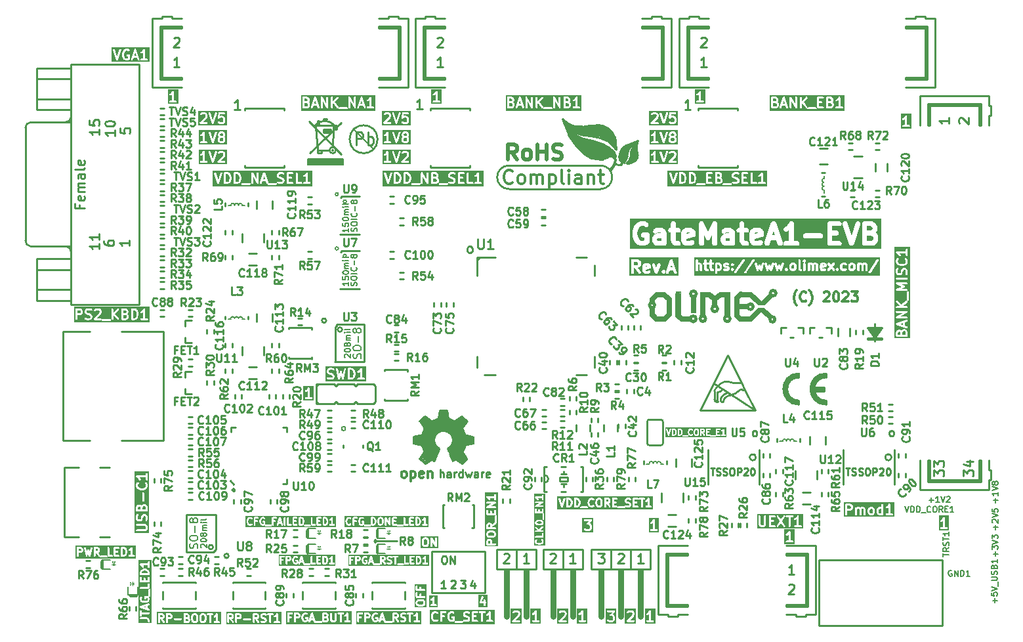
<source format=gbr>
%TF.GenerationSoftware,KiCad,Pcbnew,7.0.9-7.0.9~ubuntu22.04.1*%
%TF.CreationDate,2023-12-13T13:54:37+02:00*%
%TF.ProjectId,GateMateA1-EVB_Rev_A,47617465-4d61-4746-9541-312d4556425f,A*%
%TF.SameCoordinates,PX5f5e100PY7bfa480*%
%TF.FileFunction,Legend,Top*%
%TF.FilePolarity,Positive*%
%FSLAX46Y46*%
G04 Gerber Fmt 4.6, Leading zero omitted, Abs format (unit mm)*
G04 Created by KiCad (PCBNEW 7.0.9-7.0.9~ubuntu22.04.1) date 2023-12-13 13:54:37*
%MOMM*%
%LPD*%
G01*
G04 APERTURE LIST*
%ADD10C,0.254000*%
%ADD11C,0.381000*%
%ADD12C,0.635000*%
%ADD13C,0.304800*%
%ADD14C,0.317500*%
%ADD15C,0.190500*%
%ADD16C,0.203200*%
%ADD17C,0.222250*%
%ADD18C,0.350000*%
%ADD19C,0.500000*%
%ADD20C,0.225000*%
%ADD21C,0.200000*%
%ADD22C,0.250000*%
%ADD23C,0.228600*%
%ADD24C,0.127000*%
%ADD25C,0.050000*%
%ADD26C,0.100000*%
%ADD27C,0.300000*%
%ADD28C,0.508000*%
%ADD29C,0.762000*%
%ADD30C,0.150000*%
%ADD31C,0.370000*%
%ADD32C,0.380000*%
%ADD33C,1.000000*%
%ADD34C,0.400000*%
%ADD35C,0.420000*%
%ADD36C,0.700000*%
G04 APERTURE END LIST*
D10*
X42100000Y11000000D02*
X39100000Y11000000D01*
X39100000Y11000000D02*
X39300000Y10800000D01*
X39100000Y11000000D02*
X39300000Y11200000D01*
G36*
X75419993Y367253D02*
G01*
X74078792Y367253D01*
X74078792Y1578350D01*
X74260221Y1578350D01*
X74282789Y1510442D01*
X74338488Y1465515D01*
X74409635Y1457832D01*
X74443938Y1469233D01*
X74564890Y1529708D01*
X74566633Y1531330D01*
X74568960Y1531836D01*
X74597898Y1553499D01*
X74622999Y1578601D01*
X74622999Y802682D01*
X74387142Y802682D01*
X74318481Y782521D01*
X74271619Y728440D01*
X74261435Y657608D01*
X74291162Y592515D01*
X74351362Y553826D01*
X74387142Y548682D01*
X75112857Y548682D01*
X75181518Y568843D01*
X75228380Y622924D01*
X75238564Y693756D01*
X75208837Y758849D01*
X75148637Y797538D01*
X75112857Y802682D01*
X74876999Y802682D01*
X74876999Y1945682D01*
X74867209Y1979023D01*
X74857977Y2012538D01*
X74857150Y2013279D01*
X74856838Y2014343D01*
X74830561Y2037112D01*
X74804690Y2060302D01*
X74803595Y2060479D01*
X74802757Y2061205D01*
X74768347Y2066153D01*
X74734040Y2071675D01*
X74733023Y2071232D01*
X74731925Y2071389D01*
X74700316Y2056955D01*
X74668456Y2043046D01*
X74667481Y2041959D01*
X74666832Y2041662D01*
X74665860Y2040151D01*
X74644328Y2016129D01*
X74530352Y1845165D01*
X74432864Y1747677D01*
X74330346Y1696417D01*
X74277950Y1647679D01*
X74260221Y1578350D01*
X74078792Y1578350D01*
X74078792Y2253104D01*
X75419993Y2253104D01*
X75419993Y367253D01*
G37*
G36*
X13869993Y67367253D02*
G01*
X12528792Y67367253D01*
X12528792Y68578350D01*
X12710221Y68578350D01*
X12732789Y68510442D01*
X12788488Y68465515D01*
X12859635Y68457832D01*
X12893938Y68469233D01*
X13014890Y68529708D01*
X13016633Y68531330D01*
X13018960Y68531836D01*
X13047898Y68553499D01*
X13072999Y68578601D01*
X13072999Y67802682D01*
X12837142Y67802682D01*
X12768481Y67782521D01*
X12721619Y67728440D01*
X12711435Y67657608D01*
X12741162Y67592515D01*
X12801362Y67553826D01*
X12837142Y67548682D01*
X13562857Y67548682D01*
X13631518Y67568843D01*
X13678380Y67622924D01*
X13688564Y67693756D01*
X13658837Y67758849D01*
X13598637Y67797538D01*
X13562857Y67802682D01*
X13326999Y67802682D01*
X13326999Y68945682D01*
X13317209Y68979023D01*
X13307977Y69012538D01*
X13307150Y69013279D01*
X13306838Y69014343D01*
X13280561Y69037112D01*
X13254690Y69060302D01*
X13253595Y69060479D01*
X13252757Y69061205D01*
X13218347Y69066153D01*
X13184040Y69071675D01*
X13183023Y69071232D01*
X13181925Y69071389D01*
X13150316Y69056955D01*
X13118456Y69043046D01*
X13117481Y69041959D01*
X13116832Y69041662D01*
X13115860Y69040151D01*
X13094328Y69016129D01*
X12980352Y68845165D01*
X12882864Y68747677D01*
X12780346Y68696417D01*
X12727950Y68647679D01*
X12710221Y68578350D01*
X12528792Y68578350D01*
X12528792Y69253104D01*
X13869993Y69253104D01*
X13869993Y67367253D01*
G37*
G36*
X47869993Y67367253D02*
G01*
X46528792Y67367253D01*
X46528792Y68578350D01*
X46710221Y68578350D01*
X46732789Y68510442D01*
X46788488Y68465515D01*
X46859635Y68457832D01*
X46893938Y68469233D01*
X47014890Y68529708D01*
X47016633Y68531330D01*
X47018960Y68531836D01*
X47047898Y68553499D01*
X47072999Y68578601D01*
X47072999Y67802682D01*
X46837142Y67802682D01*
X46768481Y67782521D01*
X46721619Y67728440D01*
X46711435Y67657608D01*
X46741162Y67592515D01*
X46801362Y67553826D01*
X46837142Y67548682D01*
X47562857Y67548682D01*
X47631518Y67568843D01*
X47678380Y67622924D01*
X47688564Y67693756D01*
X47658837Y67758849D01*
X47598637Y67797538D01*
X47562857Y67802682D01*
X47326999Y67802682D01*
X47326999Y68945682D01*
X47317209Y68979023D01*
X47307977Y69012538D01*
X47307150Y69013279D01*
X47306838Y69014343D01*
X47280561Y69037112D01*
X47254690Y69060302D01*
X47253595Y69060479D01*
X47252757Y69061205D01*
X47218347Y69066153D01*
X47184040Y69071675D01*
X47183023Y69071232D01*
X47181925Y69071389D01*
X47150316Y69056955D01*
X47118456Y69043046D01*
X47117481Y69041959D01*
X47116832Y69041662D01*
X47115860Y69040151D01*
X47094328Y69016129D01*
X46980352Y68845165D01*
X46882864Y68747677D01*
X46780346Y68696417D01*
X46727950Y68647679D01*
X46710221Y68578350D01*
X46528792Y68578350D01*
X46528792Y69253104D01*
X47869993Y69253104D01*
X47869993Y67367253D01*
G37*
G36*
X20141248Y59610203D02*
G01*
X16500659Y59610203D01*
X16500659Y60821300D01*
X16682088Y60821300D01*
X16704656Y60753392D01*
X16760355Y60708465D01*
X16831502Y60700782D01*
X16865805Y60712183D01*
X16986757Y60772658D01*
X16988500Y60774280D01*
X16990827Y60774786D01*
X17019765Y60796449D01*
X17044866Y60821551D01*
X17044866Y60045632D01*
X16809009Y60045632D01*
X16740348Y60025471D01*
X16693486Y59971390D01*
X16683302Y59900558D01*
X16713029Y59835465D01*
X16773229Y59796776D01*
X16809009Y59791632D01*
X17534724Y59791632D01*
X17603385Y59811793D01*
X17650247Y59865874D01*
X17660431Y59936706D01*
X17630704Y60001799D01*
X17570504Y60040488D01*
X17534724Y60045632D01*
X17298866Y60045632D01*
X17298866Y61184042D01*
X17770664Y61184042D01*
X17777098Y61148471D01*
X18200431Y59878472D01*
X18218336Y59852709D01*
X18234332Y59825721D01*
X18238566Y59823599D01*
X18241270Y59819709D01*
X18270257Y59807718D01*
X18298308Y59793660D01*
X18303018Y59794165D01*
X18307395Y59792354D01*
X18338261Y59797938D01*
X18369462Y59801278D01*
X18373152Y59804250D01*
X18377812Y59805092D01*
X18400758Y59826475D01*
X18425202Y59846154D01*
X18428114Y59851967D01*
X18430165Y59853877D01*
X18431294Y59858313D01*
X18441397Y59878471D01*
X18448759Y59900558D01*
X18920921Y59900558D01*
X18926650Y59888012D01*
X18927635Y59874250D01*
X18941227Y59856093D01*
X18950648Y59835465D01*
X18962252Y59828008D01*
X18970520Y59816963D01*
X18991768Y59809038D01*
X19010848Y59796776D01*
X19033298Y59793549D01*
X19037568Y59791956D01*
X19040276Y59792546D01*
X19046628Y59791632D01*
X19832819Y59791632D01*
X19901480Y59811793D01*
X19948342Y59865874D01*
X19958526Y59936706D01*
X19928799Y60001799D01*
X19868599Y60040488D01*
X19832819Y60045632D01*
X19353233Y60045632D01*
X19862144Y60554544D01*
X19867660Y60564647D01*
X19876630Y60571868D01*
X19892825Y60604185D01*
X19953302Y60785613D01*
X19953388Y60787993D01*
X19954675Y60789995D01*
X19959819Y60825775D01*
X19959819Y60946728D01*
X19956575Y60957774D01*
X19957812Y60969222D01*
X19946411Y61003525D01*
X19885934Y61124477D01*
X19884312Y61126220D01*
X19883807Y61128545D01*
X19862145Y61157483D01*
X19801669Y61217959D01*
X19799579Y61219101D01*
X19798364Y61221146D01*
X19768662Y61241748D01*
X19647710Y61302224D01*
X19636380Y61304263D01*
X19626694Y61310488D01*
X19590914Y61315632D01*
X19288533Y61315632D01*
X19277487Y61312389D01*
X19266040Y61313625D01*
X19231737Y61302224D01*
X19110784Y61241748D01*
X19109041Y61240128D01*
X19106715Y61239621D01*
X19077777Y61217959D01*
X19017301Y61157483D01*
X18983007Y61094676D01*
X18988111Y61023298D01*
X19030996Y60966011D01*
X19098044Y60941004D01*
X19167969Y60956215D01*
X19196907Y60977877D01*
X19242811Y61023782D01*
X19318514Y61061632D01*
X19560934Y61061632D01*
X19636634Y61023782D01*
X19667967Y60992449D01*
X19705819Y60916747D01*
X19705819Y60846386D01*
X19661339Y60712950D01*
X18956825Y60008434D01*
X18945956Y59988530D01*
X18931105Y59971390D01*
X18929141Y59957735D01*
X18922531Y59945628D01*
X18924148Y59923007D01*
X18920921Y59900558D01*
X18448759Y59900558D01*
X18864731Y61148471D01*
X18867317Y61219984D01*
X18830830Y61281543D01*
X18766854Y61313604D01*
X18695701Y61305987D01*
X18639960Y61261110D01*
X18623765Y61228793D01*
X18320914Y60320242D01*
X18018064Y61228793D01*
X17977225Y61287555D01*
X17911100Y61314910D01*
X17840682Y61302173D01*
X17788330Y61253387D01*
X17770664Y61184042D01*
X17298866Y61184042D01*
X17298866Y61188632D01*
X17289076Y61221973D01*
X17279844Y61255488D01*
X17279017Y61256229D01*
X17278705Y61257293D01*
X17252428Y61280062D01*
X17226557Y61303252D01*
X17225462Y61303429D01*
X17224624Y61304155D01*
X17190214Y61309103D01*
X17155907Y61314625D01*
X17154890Y61314182D01*
X17153792Y61314339D01*
X17122183Y61299905D01*
X17090323Y61285996D01*
X17089348Y61284909D01*
X17088699Y61284612D01*
X17087727Y61283101D01*
X17066195Y61259079D01*
X16952219Y61088115D01*
X16854731Y60990627D01*
X16752213Y60939367D01*
X16699817Y60890629D01*
X16682088Y60821300D01*
X16500659Y60821300D01*
X16500659Y61497061D01*
X20141248Y61497061D01*
X20141248Y59610203D01*
G37*
G36*
X60669993Y367253D02*
G01*
X59328792Y367253D01*
X59328792Y1578350D01*
X59510221Y1578350D01*
X59532789Y1510442D01*
X59588488Y1465515D01*
X59659635Y1457832D01*
X59693938Y1469233D01*
X59814890Y1529708D01*
X59816633Y1531330D01*
X59818960Y1531836D01*
X59847898Y1553499D01*
X59872999Y1578601D01*
X59872999Y802682D01*
X59637142Y802682D01*
X59568481Y782521D01*
X59521619Y728440D01*
X59511435Y657608D01*
X59541162Y592515D01*
X59601362Y553826D01*
X59637142Y548682D01*
X60362857Y548682D01*
X60431518Y568843D01*
X60478380Y622924D01*
X60488564Y693756D01*
X60458837Y758849D01*
X60398637Y797538D01*
X60362857Y802682D01*
X60126999Y802682D01*
X60126999Y1945682D01*
X60117209Y1979023D01*
X60107977Y2012538D01*
X60107150Y2013279D01*
X60106838Y2014343D01*
X60080561Y2037112D01*
X60054690Y2060302D01*
X60053595Y2060479D01*
X60052757Y2061205D01*
X60018347Y2066153D01*
X59984040Y2071675D01*
X59983023Y2071232D01*
X59981925Y2071389D01*
X59950316Y2056955D01*
X59918456Y2043046D01*
X59917481Y2041959D01*
X59916832Y2041662D01*
X59915860Y2040151D01*
X59894328Y2016129D01*
X59780352Y1845165D01*
X59682864Y1747677D01*
X59580346Y1696417D01*
X59527950Y1647679D01*
X59510221Y1578350D01*
X59328792Y1578350D01*
X59328792Y2253104D01*
X60669993Y2253104D01*
X60669993Y367253D01*
G37*
G36*
X66669993Y367253D02*
G01*
X65328792Y367253D01*
X65328792Y1578350D01*
X65510221Y1578350D01*
X65532789Y1510442D01*
X65588488Y1465515D01*
X65659635Y1457832D01*
X65693938Y1469233D01*
X65814890Y1529708D01*
X65816633Y1531330D01*
X65818960Y1531836D01*
X65847898Y1553499D01*
X65872999Y1578601D01*
X65872999Y802682D01*
X65637142Y802682D01*
X65568481Y782521D01*
X65521619Y728440D01*
X65511435Y657608D01*
X65541162Y592515D01*
X65601362Y553826D01*
X65637142Y548682D01*
X66362857Y548682D01*
X66431518Y568843D01*
X66478380Y622924D01*
X66488564Y693756D01*
X66458837Y758849D01*
X66398637Y797538D01*
X66362857Y802682D01*
X66126999Y802682D01*
X66126999Y1945682D01*
X66117209Y1979023D01*
X66107977Y2012538D01*
X66107150Y2013279D01*
X66106838Y2014343D01*
X66080561Y2037112D01*
X66054690Y2060302D01*
X66053595Y2060479D01*
X66052757Y2061205D01*
X66018347Y2066153D01*
X65984040Y2071675D01*
X65983023Y2071232D01*
X65981925Y2071389D01*
X65950316Y2056955D01*
X65918456Y2043046D01*
X65917481Y2041959D01*
X65916832Y2041662D01*
X65915860Y2040151D01*
X65894328Y2016129D01*
X65780352Y1845165D01*
X65682864Y1747677D01*
X65580346Y1696417D01*
X65527950Y1647679D01*
X65510221Y1578350D01*
X65328792Y1578350D01*
X65328792Y2253104D01*
X66669993Y2253104D01*
X66669993Y367253D01*
G37*
G36*
X78341248Y64610203D02*
G01*
X74641397Y64610203D01*
X74641397Y64900558D01*
X74822826Y64900558D01*
X74828555Y64888012D01*
X74829540Y64874250D01*
X74843132Y64856093D01*
X74852553Y64835465D01*
X74864157Y64828008D01*
X74872425Y64816963D01*
X74893673Y64809038D01*
X74912753Y64796776D01*
X74935203Y64793549D01*
X74939473Y64791956D01*
X74942181Y64792546D01*
X74948533Y64791632D01*
X75734724Y64791632D01*
X75803385Y64811793D01*
X75850247Y64865874D01*
X75860431Y64936706D01*
X75830704Y65001799D01*
X75770504Y65040488D01*
X75734724Y65045632D01*
X75255138Y65045632D01*
X75764049Y65554544D01*
X75769565Y65564647D01*
X75778535Y65571868D01*
X75794730Y65604185D01*
X75855207Y65785613D01*
X75855293Y65787993D01*
X75856580Y65789995D01*
X75861724Y65825775D01*
X75861724Y65946728D01*
X75858480Y65957774D01*
X75859717Y65969222D01*
X75848316Y66003525D01*
X75787839Y66124477D01*
X75786217Y66126220D01*
X75785712Y66128545D01*
X75764050Y66157483D01*
X75737491Y66184042D01*
X75970664Y66184042D01*
X75977098Y66148471D01*
X76400431Y64878472D01*
X76418336Y64852709D01*
X76434332Y64825721D01*
X76438566Y64823599D01*
X76441270Y64819709D01*
X76470257Y64807718D01*
X76498308Y64793660D01*
X76503018Y64794165D01*
X76507395Y64792354D01*
X76538261Y64797938D01*
X76569462Y64801278D01*
X76573152Y64804250D01*
X76577812Y64805092D01*
X76600758Y64826475D01*
X76625202Y64846154D01*
X76628114Y64851967D01*
X76630165Y64853877D01*
X76631294Y64858313D01*
X76641397Y64878471D01*
X76698122Y65048646D01*
X77180428Y65048646D01*
X77195638Y64978721D01*
X77217301Y64949783D01*
X77277777Y64889306D01*
X77279866Y64888166D01*
X77281082Y64886118D01*
X77310784Y64865516D01*
X77431737Y64805040D01*
X77443066Y64803002D01*
X77452753Y64796776D01*
X77488533Y64791632D01*
X77790914Y64791632D01*
X77801959Y64794876D01*
X77813407Y64793639D01*
X77847710Y64805040D01*
X77968662Y64865516D01*
X77970404Y64867137D01*
X77972732Y64867643D01*
X78001669Y64889306D01*
X78062146Y64949783D01*
X78063286Y64951872D01*
X78065331Y64953086D01*
X78085934Y64982788D01*
X78146411Y65103740D01*
X78148450Y65115072D01*
X78154675Y65124757D01*
X78159819Y65160537D01*
X78159819Y65462918D01*
X78156575Y65473964D01*
X78157812Y65485412D01*
X78146411Y65519715D01*
X78085934Y65640667D01*
X78084313Y65642409D01*
X78083808Y65644734D01*
X78062146Y65673672D01*
X78001669Y65734149D01*
X77999579Y65735290D01*
X77998364Y65737337D01*
X77968662Y65757939D01*
X77847710Y65818415D01*
X77836380Y65820454D01*
X77826694Y65826679D01*
X77790914Y65831823D01*
X77488533Y65831823D01*
X77477487Y65828580D01*
X77466040Y65829816D01*
X77459101Y65827510D01*
X77482514Y66061632D01*
X77972342Y66061632D01*
X78041003Y66081793D01*
X78087865Y66135874D01*
X78098049Y66206706D01*
X78068322Y66271799D01*
X78008122Y66310488D01*
X77972342Y66315632D01*
X77367580Y66315632D01*
X77364856Y66314833D01*
X77362104Y66315513D01*
X77330737Y66304814D01*
X77298919Y66295471D01*
X77297061Y66293327D01*
X77294376Y66292411D01*
X77273766Y66266445D01*
X77252057Y66241390D01*
X77251653Y66238582D01*
X77249889Y66236359D01*
X77241210Y66201269D01*
X77180734Y65596507D01*
X77186058Y65568204D01*
X77188112Y65539487D01*
X77192583Y65533514D01*
X77193963Y65526181D01*
X77213740Y65505253D01*
X77230997Y65482201D01*
X77237987Y65479594D01*
X77243113Y65474170D01*
X77271068Y65467256D01*
X77298045Y65457194D01*
X77305335Y65458780D01*
X77312580Y65456988D01*
X77339832Y65466285D01*
X77367970Y65472405D01*
X77376503Y65478794D01*
X77380308Y65480091D01*
X77383340Y65483912D01*
X77396907Y65494068D01*
X77442811Y65539973D01*
X77518514Y65577823D01*
X77760934Y65577823D01*
X77836636Y65539972D01*
X77867966Y65508642D01*
X77905819Y65432937D01*
X77905819Y65190519D01*
X77867966Y65114814D01*
X77836636Y65083484D01*
X77760934Y65045632D01*
X77518514Y65045632D01*
X77442811Y65083483D01*
X77396907Y65129387D01*
X77334101Y65163682D01*
X77262723Y65158578D01*
X77205436Y65115694D01*
X77180428Y65048646D01*
X76698122Y65048646D01*
X77064731Y66148471D01*
X77067317Y66219984D01*
X77030830Y66281543D01*
X76966854Y66313604D01*
X76895701Y66305987D01*
X76839960Y66261110D01*
X76823765Y66228793D01*
X76520914Y65320242D01*
X76218064Y66228793D01*
X76177225Y66287555D01*
X76111100Y66314910D01*
X76040682Y66302173D01*
X75988330Y66253387D01*
X75970664Y66184042D01*
X75737491Y66184042D01*
X75703574Y66217959D01*
X75701484Y66219101D01*
X75700269Y66221146D01*
X75670567Y66241748D01*
X75549615Y66302224D01*
X75538285Y66304263D01*
X75528599Y66310488D01*
X75492819Y66315632D01*
X75190438Y66315632D01*
X75179392Y66312389D01*
X75167945Y66313625D01*
X75133642Y66302224D01*
X75012689Y66241748D01*
X75010946Y66240128D01*
X75008620Y66239621D01*
X74979682Y66217959D01*
X74919206Y66157483D01*
X74884912Y66094676D01*
X74890016Y66023298D01*
X74932901Y65966011D01*
X74999949Y65941004D01*
X75069874Y65956215D01*
X75098812Y65977877D01*
X75144716Y66023782D01*
X75220419Y66061632D01*
X75462839Y66061632D01*
X75538539Y66023782D01*
X75569872Y65992449D01*
X75607724Y65916747D01*
X75607724Y65846386D01*
X75563244Y65712950D01*
X74858730Y65008434D01*
X74847861Y64988530D01*
X74833010Y64971390D01*
X74831046Y64957735D01*
X74824436Y64945628D01*
X74826053Y64923007D01*
X74822826Y64900558D01*
X74641397Y64900558D01*
X74641397Y66497061D01*
X78341248Y66497061D01*
X78341248Y64610203D01*
G37*
G36*
X77836634Y62979496D02*
G01*
X77867967Y62948163D01*
X77905819Y62872461D01*
X77905819Y62690519D01*
X77867966Y62614814D01*
X77836636Y62583484D01*
X77760934Y62545632D01*
X77578989Y62545632D01*
X77503287Y62583483D01*
X77471955Y62614816D01*
X77434104Y62690518D01*
X77434104Y62872462D01*
X77471955Y62948165D01*
X77503285Y62979495D01*
X77578990Y63017347D01*
X77760933Y63017347D01*
X77836634Y62979496D01*
G37*
G36*
X77836634Y63523782D02*
G01*
X77867967Y63492449D01*
X77905819Y63416747D01*
X77905819Y63416233D01*
X77867967Y63340531D01*
X77836634Y63309198D01*
X77760934Y63271347D01*
X77578989Y63271347D01*
X77503286Y63309199D01*
X77471955Y63340529D01*
X77434104Y63416232D01*
X77434104Y63416748D01*
X77471955Y63492451D01*
X77503286Y63523781D01*
X77578989Y63561632D01*
X77760934Y63561632D01*
X77836634Y63523782D01*
G37*
G36*
X78341248Y62110203D02*
G01*
X74700659Y62110203D01*
X74700659Y63321300D01*
X74882088Y63321300D01*
X74904656Y63253392D01*
X74960355Y63208465D01*
X75031502Y63200782D01*
X75065805Y63212183D01*
X75186757Y63272658D01*
X75188500Y63274280D01*
X75190827Y63274786D01*
X75219765Y63296449D01*
X75244866Y63321551D01*
X75244866Y62545632D01*
X75009009Y62545632D01*
X74940348Y62525471D01*
X74893486Y62471390D01*
X74883302Y62400558D01*
X74913029Y62335465D01*
X74973229Y62296776D01*
X75009009Y62291632D01*
X75734724Y62291632D01*
X75803385Y62311793D01*
X75850247Y62365874D01*
X75860431Y62436706D01*
X75830704Y62501799D01*
X75770504Y62540488D01*
X75734724Y62545632D01*
X75498866Y62545632D01*
X75498866Y63684042D01*
X75970664Y63684042D01*
X75977098Y63648471D01*
X76400431Y62378472D01*
X76418336Y62352709D01*
X76434332Y62325721D01*
X76438566Y62323599D01*
X76441270Y62319709D01*
X76470257Y62307718D01*
X76498308Y62293660D01*
X76503018Y62294165D01*
X76507395Y62292354D01*
X76538261Y62297938D01*
X76569462Y62301278D01*
X76573152Y62304250D01*
X76577812Y62305092D01*
X76600758Y62326475D01*
X76625202Y62346154D01*
X76628114Y62351967D01*
X76630165Y62353877D01*
X76631294Y62358313D01*
X76641397Y62378471D01*
X76735419Y62660537D01*
X77180104Y62660537D01*
X77183347Y62649492D01*
X77182111Y62638044D01*
X77193512Y62603741D01*
X77253988Y62482789D01*
X77255608Y62481047D01*
X77256115Y62478720D01*
X77277777Y62449782D01*
X77338254Y62389306D01*
X77340343Y62388166D01*
X77341559Y62386118D01*
X77371261Y62365516D01*
X77492212Y62305040D01*
X77503543Y62303001D01*
X77513229Y62296776D01*
X77549009Y62291632D01*
X77790914Y62291632D01*
X77801959Y62294876D01*
X77813407Y62293639D01*
X77847710Y62305040D01*
X77968662Y62365516D01*
X77970404Y62367137D01*
X77972732Y62367643D01*
X78001669Y62389306D01*
X78062146Y62449783D01*
X78063286Y62451872D01*
X78065331Y62453086D01*
X78085934Y62482788D01*
X78146411Y62603740D01*
X78148450Y62615072D01*
X78154675Y62624757D01*
X78159819Y62660537D01*
X78159819Y62902442D01*
X78156575Y62913488D01*
X78157812Y62924936D01*
X78146411Y62959239D01*
X78085934Y63080191D01*
X78084312Y63081934D01*
X78083807Y63084259D01*
X78062145Y63113197D01*
X78030995Y63144347D01*
X78062145Y63175496D01*
X78063285Y63177586D01*
X78065331Y63178800D01*
X78085934Y63208502D01*
X78146411Y63329454D01*
X78148450Y63340786D01*
X78154675Y63350471D01*
X78159819Y63386251D01*
X78159819Y63446728D01*
X78156575Y63457774D01*
X78157812Y63469222D01*
X78146411Y63503525D01*
X78085934Y63624477D01*
X78084312Y63626220D01*
X78083807Y63628545D01*
X78062145Y63657483D01*
X78001669Y63717959D01*
X77999579Y63719101D01*
X77998364Y63721146D01*
X77968662Y63741748D01*
X77847710Y63802224D01*
X77836380Y63804263D01*
X77826694Y63810488D01*
X77790914Y63815632D01*
X77549009Y63815632D01*
X77537961Y63812389D01*
X77526516Y63813624D01*
X77492212Y63802224D01*
X77371261Y63741748D01*
X77369519Y63740129D01*
X77367193Y63739622D01*
X77338255Y63717960D01*
X77277778Y63657483D01*
X77276637Y63655394D01*
X77274590Y63654178D01*
X77253988Y63624476D01*
X77193512Y63503524D01*
X77191473Y63492195D01*
X77185248Y63482508D01*
X77180104Y63446728D01*
X77180104Y63386251D01*
X77183347Y63375206D01*
X77182111Y63363758D01*
X77193512Y63329455D01*
X77253988Y63208503D01*
X77255608Y63206761D01*
X77256115Y63204433D01*
X77277778Y63175496D01*
X77308927Y63144347D01*
X77277778Y63113197D01*
X77276637Y63111108D01*
X77274590Y63109892D01*
X77253988Y63080190D01*
X77193512Y62959238D01*
X77191473Y62947909D01*
X77185248Y62938222D01*
X77180104Y62902442D01*
X77180104Y62660537D01*
X76735419Y62660537D01*
X77064731Y63648471D01*
X77067317Y63719984D01*
X77030830Y63781543D01*
X76966854Y63813604D01*
X76895701Y63805987D01*
X76839960Y63761110D01*
X76823765Y63728793D01*
X76520914Y62820242D01*
X76218064Y63728793D01*
X76177225Y63787555D01*
X76111100Y63814910D01*
X76040682Y63802173D01*
X75988330Y63753387D01*
X75970664Y63684042D01*
X75498866Y63684042D01*
X75498866Y63688632D01*
X75489076Y63721973D01*
X75479844Y63755488D01*
X75479017Y63756229D01*
X75478705Y63757293D01*
X75452428Y63780062D01*
X75426557Y63803252D01*
X75425462Y63803429D01*
X75424624Y63804155D01*
X75390214Y63809103D01*
X75355907Y63814625D01*
X75354890Y63814182D01*
X75353792Y63814339D01*
X75322183Y63799905D01*
X75290323Y63785996D01*
X75289348Y63784909D01*
X75288699Y63784612D01*
X75287727Y63783101D01*
X75266195Y63759079D01*
X75152219Y63588115D01*
X75054731Y63490627D01*
X74952213Y63439367D01*
X74899817Y63390629D01*
X74882088Y63321300D01*
X74700659Y63321300D01*
X74700659Y63997061D01*
X78341248Y63997061D01*
X78341248Y62110203D01*
G37*
G36*
X43336634Y62979496D02*
G01*
X43367967Y62948163D01*
X43405819Y62872461D01*
X43405819Y62690519D01*
X43367966Y62614814D01*
X43336636Y62583484D01*
X43260934Y62545632D01*
X43078989Y62545632D01*
X43003287Y62583483D01*
X42971955Y62614816D01*
X42934104Y62690518D01*
X42934104Y62872462D01*
X42971955Y62948165D01*
X43003285Y62979495D01*
X43078990Y63017347D01*
X43260933Y63017347D01*
X43336634Y62979496D01*
G37*
G36*
X43336634Y63523782D02*
G01*
X43367967Y63492449D01*
X43405819Y63416747D01*
X43405819Y63416233D01*
X43367967Y63340531D01*
X43336634Y63309198D01*
X43260934Y63271347D01*
X43078989Y63271347D01*
X43003286Y63309199D01*
X42971955Y63340529D01*
X42934104Y63416232D01*
X42934104Y63416748D01*
X42971955Y63492451D01*
X43003286Y63523781D01*
X43078989Y63561632D01*
X43260934Y63561632D01*
X43336634Y63523782D01*
G37*
G36*
X43841248Y62110203D02*
G01*
X40200659Y62110203D01*
X40200659Y63321300D01*
X40382088Y63321300D01*
X40404656Y63253392D01*
X40460355Y63208465D01*
X40531502Y63200782D01*
X40565805Y63212183D01*
X40686757Y63272658D01*
X40688500Y63274280D01*
X40690827Y63274786D01*
X40719765Y63296449D01*
X40744866Y63321551D01*
X40744866Y62545632D01*
X40509009Y62545632D01*
X40440348Y62525471D01*
X40393486Y62471390D01*
X40383302Y62400558D01*
X40413029Y62335465D01*
X40473229Y62296776D01*
X40509009Y62291632D01*
X41234724Y62291632D01*
X41303385Y62311793D01*
X41350247Y62365874D01*
X41360431Y62436706D01*
X41330704Y62501799D01*
X41270504Y62540488D01*
X41234724Y62545632D01*
X40998866Y62545632D01*
X40998866Y63684042D01*
X41470664Y63684042D01*
X41477098Y63648471D01*
X41900431Y62378472D01*
X41918336Y62352709D01*
X41934332Y62325721D01*
X41938566Y62323599D01*
X41941270Y62319709D01*
X41970257Y62307718D01*
X41998308Y62293660D01*
X42003018Y62294165D01*
X42007395Y62292354D01*
X42038261Y62297938D01*
X42069462Y62301278D01*
X42073152Y62304250D01*
X42077812Y62305092D01*
X42100758Y62326475D01*
X42125202Y62346154D01*
X42128114Y62351967D01*
X42130165Y62353877D01*
X42131294Y62358313D01*
X42141397Y62378471D01*
X42235419Y62660537D01*
X42680104Y62660537D01*
X42683347Y62649492D01*
X42682111Y62638044D01*
X42693512Y62603741D01*
X42753988Y62482789D01*
X42755608Y62481047D01*
X42756115Y62478720D01*
X42777777Y62449782D01*
X42838254Y62389306D01*
X42840343Y62388166D01*
X42841559Y62386118D01*
X42871261Y62365516D01*
X42992212Y62305040D01*
X43003543Y62303001D01*
X43013229Y62296776D01*
X43049009Y62291632D01*
X43290914Y62291632D01*
X43301959Y62294876D01*
X43313407Y62293639D01*
X43347710Y62305040D01*
X43468662Y62365516D01*
X43470404Y62367137D01*
X43472732Y62367643D01*
X43501669Y62389306D01*
X43562146Y62449783D01*
X43563286Y62451872D01*
X43565331Y62453086D01*
X43585934Y62482788D01*
X43646411Y62603740D01*
X43648450Y62615072D01*
X43654675Y62624757D01*
X43659819Y62660537D01*
X43659819Y62902442D01*
X43656575Y62913488D01*
X43657812Y62924936D01*
X43646411Y62959239D01*
X43585934Y63080191D01*
X43584312Y63081934D01*
X43583807Y63084259D01*
X43562145Y63113197D01*
X43530995Y63144347D01*
X43562145Y63175496D01*
X43563285Y63177586D01*
X43565331Y63178800D01*
X43585934Y63208502D01*
X43646411Y63329454D01*
X43648450Y63340786D01*
X43654675Y63350471D01*
X43659819Y63386251D01*
X43659819Y63446728D01*
X43656575Y63457774D01*
X43657812Y63469222D01*
X43646411Y63503525D01*
X43585934Y63624477D01*
X43584312Y63626220D01*
X43583807Y63628545D01*
X43562145Y63657483D01*
X43501669Y63717959D01*
X43499579Y63719101D01*
X43498364Y63721146D01*
X43468662Y63741748D01*
X43347710Y63802224D01*
X43336380Y63804263D01*
X43326694Y63810488D01*
X43290914Y63815632D01*
X43049009Y63815632D01*
X43037961Y63812389D01*
X43026516Y63813624D01*
X42992212Y63802224D01*
X42871261Y63741748D01*
X42869519Y63740129D01*
X42867193Y63739622D01*
X42838255Y63717960D01*
X42777778Y63657483D01*
X42776637Y63655394D01*
X42774590Y63654178D01*
X42753988Y63624476D01*
X42693512Y63503524D01*
X42691473Y63492195D01*
X42685248Y63482508D01*
X42680104Y63446728D01*
X42680104Y63386251D01*
X42683347Y63375206D01*
X42682111Y63363758D01*
X42693512Y63329455D01*
X42753988Y63208503D01*
X42755608Y63206761D01*
X42756115Y63204433D01*
X42777778Y63175496D01*
X42808927Y63144347D01*
X42777778Y63113197D01*
X42776637Y63111108D01*
X42774590Y63109892D01*
X42753988Y63080190D01*
X42693512Y62959238D01*
X42691473Y62947909D01*
X42685248Y62938222D01*
X42680104Y62902442D01*
X42680104Y62660537D01*
X42235419Y62660537D01*
X42564731Y63648471D01*
X42567317Y63719984D01*
X42530830Y63781543D01*
X42466854Y63813604D01*
X42395701Y63805987D01*
X42339960Y63761110D01*
X42323765Y63728793D01*
X42020914Y62820242D01*
X41718064Y63728793D01*
X41677225Y63787555D01*
X41611100Y63814910D01*
X41540682Y63802173D01*
X41488330Y63753387D01*
X41470664Y63684042D01*
X40998866Y63684042D01*
X40998866Y63688632D01*
X40989076Y63721973D01*
X40979844Y63755488D01*
X40979017Y63756229D01*
X40978705Y63757293D01*
X40952428Y63780062D01*
X40926557Y63803252D01*
X40925462Y63803429D01*
X40924624Y63804155D01*
X40890214Y63809103D01*
X40855907Y63814625D01*
X40854890Y63814182D01*
X40853792Y63814339D01*
X40822183Y63799905D01*
X40790323Y63785996D01*
X40789348Y63784909D01*
X40788699Y63784612D01*
X40787727Y63783101D01*
X40766195Y63759079D01*
X40652219Y63588115D01*
X40554731Y63490627D01*
X40452213Y63439367D01*
X40399817Y63390629D01*
X40382088Y63321300D01*
X40200659Y63321300D01*
X40200659Y63997061D01*
X43841248Y63997061D01*
X43841248Y62110203D01*
G37*
G36*
X20141248Y64610203D02*
G01*
X16441397Y64610203D01*
X16441397Y64900558D01*
X16622826Y64900558D01*
X16628555Y64888012D01*
X16629540Y64874250D01*
X16643132Y64856093D01*
X16652553Y64835465D01*
X16664157Y64828008D01*
X16672425Y64816963D01*
X16693673Y64809038D01*
X16712753Y64796776D01*
X16735203Y64793549D01*
X16739473Y64791956D01*
X16742181Y64792546D01*
X16748533Y64791632D01*
X17534724Y64791632D01*
X17603385Y64811793D01*
X17650247Y64865874D01*
X17660431Y64936706D01*
X17630704Y65001799D01*
X17570504Y65040488D01*
X17534724Y65045632D01*
X17055138Y65045632D01*
X17564049Y65554544D01*
X17569565Y65564647D01*
X17578535Y65571868D01*
X17594730Y65604185D01*
X17655207Y65785613D01*
X17655293Y65787993D01*
X17656580Y65789995D01*
X17661724Y65825775D01*
X17661724Y65946728D01*
X17658480Y65957774D01*
X17659717Y65969222D01*
X17648316Y66003525D01*
X17587839Y66124477D01*
X17586217Y66126220D01*
X17585712Y66128545D01*
X17564050Y66157483D01*
X17537491Y66184042D01*
X17770664Y66184042D01*
X17777098Y66148471D01*
X18200431Y64878472D01*
X18218336Y64852709D01*
X18234332Y64825721D01*
X18238566Y64823599D01*
X18241270Y64819709D01*
X18270257Y64807718D01*
X18298308Y64793660D01*
X18303018Y64794165D01*
X18307395Y64792354D01*
X18338261Y64797938D01*
X18369462Y64801278D01*
X18373152Y64804250D01*
X18377812Y64805092D01*
X18400758Y64826475D01*
X18425202Y64846154D01*
X18428114Y64851967D01*
X18430165Y64853877D01*
X18431294Y64858313D01*
X18441397Y64878471D01*
X18498122Y65048646D01*
X18980428Y65048646D01*
X18995638Y64978721D01*
X19017301Y64949783D01*
X19077777Y64889306D01*
X19079866Y64888166D01*
X19081082Y64886118D01*
X19110784Y64865516D01*
X19231737Y64805040D01*
X19243066Y64803002D01*
X19252753Y64796776D01*
X19288533Y64791632D01*
X19590914Y64791632D01*
X19601959Y64794876D01*
X19613407Y64793639D01*
X19647710Y64805040D01*
X19768662Y64865516D01*
X19770404Y64867137D01*
X19772732Y64867643D01*
X19801669Y64889306D01*
X19862146Y64949783D01*
X19863286Y64951872D01*
X19865331Y64953086D01*
X19885934Y64982788D01*
X19946411Y65103740D01*
X19948450Y65115072D01*
X19954675Y65124757D01*
X19959819Y65160537D01*
X19959819Y65462918D01*
X19956575Y65473964D01*
X19957812Y65485412D01*
X19946411Y65519715D01*
X19885934Y65640667D01*
X19884313Y65642409D01*
X19883808Y65644734D01*
X19862146Y65673672D01*
X19801669Y65734149D01*
X19799579Y65735290D01*
X19798364Y65737337D01*
X19768662Y65757939D01*
X19647710Y65818415D01*
X19636380Y65820454D01*
X19626694Y65826679D01*
X19590914Y65831823D01*
X19288533Y65831823D01*
X19277487Y65828580D01*
X19266040Y65829816D01*
X19259101Y65827510D01*
X19282514Y66061632D01*
X19772342Y66061632D01*
X19841003Y66081793D01*
X19887865Y66135874D01*
X19898049Y66206706D01*
X19868322Y66271799D01*
X19808122Y66310488D01*
X19772342Y66315632D01*
X19167580Y66315632D01*
X19164856Y66314833D01*
X19162104Y66315513D01*
X19130737Y66304814D01*
X19098919Y66295471D01*
X19097061Y66293327D01*
X19094376Y66292411D01*
X19073766Y66266445D01*
X19052057Y66241390D01*
X19051653Y66238582D01*
X19049889Y66236359D01*
X19041210Y66201269D01*
X18980734Y65596507D01*
X18986058Y65568204D01*
X18988112Y65539487D01*
X18992583Y65533514D01*
X18993963Y65526181D01*
X19013740Y65505253D01*
X19030997Y65482201D01*
X19037987Y65479594D01*
X19043113Y65474170D01*
X19071068Y65467256D01*
X19098045Y65457194D01*
X19105335Y65458780D01*
X19112580Y65456988D01*
X19139832Y65466285D01*
X19167970Y65472405D01*
X19176503Y65478794D01*
X19180308Y65480091D01*
X19183340Y65483912D01*
X19196907Y65494068D01*
X19242811Y65539973D01*
X19318514Y65577823D01*
X19560934Y65577823D01*
X19636636Y65539972D01*
X19667966Y65508642D01*
X19705819Y65432937D01*
X19705819Y65190519D01*
X19667966Y65114814D01*
X19636636Y65083484D01*
X19560934Y65045632D01*
X19318514Y65045632D01*
X19242811Y65083483D01*
X19196907Y65129387D01*
X19134101Y65163682D01*
X19062723Y65158578D01*
X19005436Y65115694D01*
X18980428Y65048646D01*
X18498122Y65048646D01*
X18864731Y66148471D01*
X18867317Y66219984D01*
X18830830Y66281543D01*
X18766854Y66313604D01*
X18695701Y66305987D01*
X18639960Y66261110D01*
X18623765Y66228793D01*
X18320914Y65320242D01*
X18018064Y66228793D01*
X17977225Y66287555D01*
X17911100Y66314910D01*
X17840682Y66302173D01*
X17788330Y66253387D01*
X17770664Y66184042D01*
X17537491Y66184042D01*
X17503574Y66217959D01*
X17501484Y66219101D01*
X17500269Y66221146D01*
X17470567Y66241748D01*
X17349615Y66302224D01*
X17338285Y66304263D01*
X17328599Y66310488D01*
X17292819Y66315632D01*
X16990438Y66315632D01*
X16979392Y66312389D01*
X16967945Y66313625D01*
X16933642Y66302224D01*
X16812689Y66241748D01*
X16810946Y66240128D01*
X16808620Y66239621D01*
X16779682Y66217959D01*
X16719206Y66157483D01*
X16684912Y66094676D01*
X16690016Y66023298D01*
X16732901Y65966011D01*
X16799949Y65941004D01*
X16869874Y65956215D01*
X16898812Y65977877D01*
X16944716Y66023782D01*
X17020419Y66061632D01*
X17262839Y66061632D01*
X17338539Y66023782D01*
X17369872Y65992449D01*
X17407724Y65916747D01*
X17407724Y65846386D01*
X17363244Y65712950D01*
X16658730Y65008434D01*
X16647861Y64988530D01*
X16633010Y64971390D01*
X16631046Y64957735D01*
X16624436Y64945628D01*
X16626053Y64923007D01*
X16622826Y64900558D01*
X16441397Y64900558D01*
X16441397Y66497061D01*
X20141248Y66497061D01*
X20141248Y64610203D01*
G37*
D11*
G36*
X74471715Y46459949D02*
G01*
X74155442Y46396694D01*
X74155442Y46409636D01*
X74179503Y46457760D01*
X74227627Y46481821D01*
X74427971Y46481821D01*
X74471715Y46459949D01*
G37*
G36*
X73126383Y46951187D02*
G01*
X73155235Y46922335D01*
X73193871Y46845064D01*
X73193871Y46717293D01*
X73155236Y46640024D01*
X73126382Y46611170D01*
X73049114Y46572535D01*
X72704014Y46572535D01*
X72704014Y46989821D01*
X73049114Y46989821D01*
X73126383Y46951187D01*
G37*
G36*
X77619495Y46282250D02*
G01*
X77422389Y46282250D01*
X77520942Y46577908D01*
X77619495Y46282250D01*
G37*
G36*
X78435621Y45248107D02*
G01*
X72105300Y45248107D01*
X72105300Y45656321D01*
X72323014Y45656321D01*
X72341879Y45573666D01*
X72394739Y45507382D01*
X72471124Y45470597D01*
X72555904Y45470597D01*
X72632289Y45507382D01*
X72685149Y45573666D01*
X72704014Y45656321D01*
X72704014Y46191535D01*
X72777186Y46191535D01*
X73228307Y45547076D01*
X73291162Y45490181D01*
X73372478Y45466192D01*
X73456150Y45479861D01*
X73525604Y45528479D01*
X73567086Y45602418D01*
X73572379Y45687034D01*
X73540435Y45765566D01*
X73464507Y45874035D01*
X73774442Y45874035D01*
X73774764Y45872623D01*
X73774463Y45871206D01*
X73784177Y45831381D01*
X73793307Y45791380D01*
X73794210Y45790247D01*
X73794554Y45788840D01*
X73867126Y45643697D01*
X73878978Y45629279D01*
X73886828Y45612341D01*
X73905562Y45596940D01*
X73920964Y45578205D01*
X73937900Y45570357D01*
X73952320Y45558503D01*
X74097464Y45485932D01*
X74098869Y45485590D01*
X74100002Y45484686D01*
X74139961Y45475566D01*
X74179829Y45465841D01*
X74181247Y45466143D01*
X74182657Y45465821D01*
X74472942Y45465821D01*
X74474353Y45466144D01*
X74475770Y45465842D01*
X74515611Y45475560D01*
X74555597Y45484686D01*
X74556729Y45485589D01*
X74558136Y45485932D01*
X74703279Y45558504D01*
X74768771Y45612341D01*
X74804418Y45689264D01*
X74803159Y45774035D01*
X74765245Y45849865D01*
X74698183Y45901735D01*
X74615257Y45919372D01*
X74532892Y45899281D01*
X74427971Y45846821D01*
X74227627Y45846821D01*
X74179503Y45870883D01*
X74155442Y45919007D01*
X74155442Y46008148D01*
X74728017Y46122663D01*
X74730417Y46123740D01*
X74733047Y46123740D01*
X74768973Y46141042D01*
X74805367Y46157372D01*
X74807062Y46159384D01*
X74809432Y46160525D01*
X74834305Y46191716D01*
X74859997Y46222205D01*
X74860650Y46224752D01*
X74862292Y46226809D01*
X74871168Y46265699D01*
X74881088Y46304321D01*
X74880572Y46306901D01*
X74881157Y46309464D01*
X74881157Y46454607D01*
X74880834Y46456020D01*
X74881136Y46457436D01*
X74871421Y46497262D01*
X74862292Y46537262D01*
X74861388Y46538396D01*
X74861045Y46539802D01*
X74788473Y46684945D01*
X74782316Y46692434D01*
X75009221Y46692434D01*
X75019255Y46608249D01*
X75382112Y45592249D01*
X75392997Y45575169D01*
X75399565Y45556007D01*
X75415492Y45539874D01*
X75427678Y45520754D01*
X75444898Y45510088D01*
X75459128Y45495674D01*
X75480476Y45488050D01*
X75499752Y45476110D01*
X75519897Y45473972D01*
X75538969Y45467160D01*
X75561509Y45469554D01*
X75584059Y45467159D01*
X75603137Y45473973D01*
X75623276Y45476111D01*
X75642548Y45488049D01*
X75663900Y45495674D01*
X75678129Y45510088D01*
X75695350Y45520754D01*
X75707535Y45539874D01*
X75723463Y45556007D01*
X75730030Y45575169D01*
X75740916Y45592249D01*
X75797334Y45750220D01*
X76243068Y45750220D01*
X76245471Y45728889D01*
X76243069Y45707563D01*
X76250157Y45687307D01*
X76252561Y45665972D01*
X76263982Y45647796D01*
X76271070Y45627540D01*
X76286246Y45612364D01*
X76297668Y45594187D01*
X76370240Y45521616D01*
X76379413Y45515853D01*
X76386168Y45507382D01*
X76395930Y45502681D01*
X76403591Y45495020D01*
X76423848Y45487932D01*
X76442026Y45476510D01*
X76452793Y45475297D01*
X76462553Y45470597D01*
X76473389Y45470597D01*
X76483614Y45467019D01*
X76504939Y45469422D01*
X76526274Y45467018D01*
X76536502Y45470597D01*
X76547333Y45470597D01*
X76557094Y45475298D01*
X76567861Y45476511D01*
X76586032Y45487930D01*
X76606297Y45495020D01*
X76613959Y45502683D01*
X76623718Y45507382D01*
X76630473Y45515853D01*
X76639647Y45521617D01*
X76712218Y45594188D01*
X76723635Y45612359D01*
X76738815Y45627538D01*
X76740440Y45632183D01*
X76823977Y45632183D01*
X76853163Y45552585D01*
X76913996Y45493533D01*
X76994426Y45466723D01*
X77078523Y45477465D01*
X77149631Y45523632D01*
X77193666Y45596080D01*
X77295389Y45901250D01*
X77746495Y45901250D01*
X77848218Y45596080D01*
X77892253Y45523632D01*
X77963361Y45477465D01*
X78047458Y45466723D01*
X78127888Y45493533D01*
X78188720Y45552585D01*
X78217907Y45632183D01*
X78209666Y45716562D01*
X77701666Y47240562D01*
X77689069Y47261286D01*
X77680720Y47284057D01*
X77667326Y47297059D01*
X77657631Y47313010D01*
X77637289Y47326217D01*
X77619888Y47343109D01*
X77602179Y47349012D01*
X77586523Y47359177D01*
X77562464Y47362251D01*
X77539458Y47369919D01*
X77520942Y47367554D01*
X77502426Y47369919D01*
X77479419Y47362251D01*
X77455361Y47359177D01*
X77439704Y47349012D01*
X77421996Y47343109D01*
X77404593Y47326217D01*
X77384253Y47313010D01*
X77374558Y47297061D01*
X77361163Y47284057D01*
X77352812Y47261283D01*
X77340218Y47240562D01*
X76832218Y45716562D01*
X76823977Y45632183D01*
X76740440Y45632183D01*
X76745905Y45647803D01*
X76757324Y45665974D01*
X76759726Y45687299D01*
X76766817Y45707561D01*
X76764413Y45728896D01*
X76766816Y45750221D01*
X76759728Y45770477D01*
X76757325Y45791809D01*
X76745903Y45809986D01*
X76738815Y45830245D01*
X76723637Y45845423D01*
X76712219Y45863595D01*
X76639648Y45936167D01*
X76630473Y45941932D01*
X76623718Y45950403D01*
X76613955Y45955105D01*
X76606295Y45962765D01*
X76586039Y45969853D01*
X76567863Y45981274D01*
X76557093Y45982488D01*
X76547333Y45987188D01*
X76536497Y45987188D01*
X76526272Y45990766D01*
X76504946Y45988364D01*
X76483615Y45990767D01*
X76473387Y45987188D01*
X76462553Y45987188D01*
X76452791Y45982488D01*
X76442024Y45981274D01*
X76423850Y45969855D01*
X76403592Y45962766D01*
X76395929Y45955105D01*
X76386168Y45950403D01*
X76379412Y45941933D01*
X76370239Y45936168D01*
X76297667Y45863596D01*
X76286247Y45845422D01*
X76271069Y45830243D01*
X76263979Y45809983D01*
X76252561Y45791810D01*
X76250158Y45770483D01*
X76243068Y45750220D01*
X75797334Y45750220D01*
X76103773Y46608249D01*
X76113807Y46692434D01*
X76086320Y46772635D01*
X76026757Y46832968D01*
X75946916Y46861483D01*
X75862609Y46852532D01*
X75790535Y46807888D01*
X75744969Y46736393D01*
X75561514Y46222719D01*
X75378059Y46736393D01*
X75332493Y46807888D01*
X75260419Y46852531D01*
X75176112Y46861482D01*
X75096271Y46832968D01*
X75036708Y46772635D01*
X75009221Y46692434D01*
X74782316Y46692434D01*
X74776619Y46699364D01*
X74768771Y46716301D01*
X74750036Y46731702D01*
X74734635Y46750437D01*
X74717696Y46758287D01*
X74703279Y46770138D01*
X74558136Y46842710D01*
X74556729Y46843054D01*
X74555597Y46843956D01*
X74515611Y46853083D01*
X74475770Y46862800D01*
X74474353Y46862499D01*
X74472942Y46862821D01*
X74182657Y46862821D01*
X74181247Y46862500D01*
X74179829Y46862801D01*
X74139961Y46853077D01*
X74100002Y46843956D01*
X74098869Y46843053D01*
X74097464Y46842710D01*
X73952320Y46770139D01*
X73937900Y46758286D01*
X73920964Y46750437D01*
X73905562Y46731703D01*
X73886828Y46716301D01*
X73878978Y46699364D01*
X73867126Y46684945D01*
X73794554Y46539802D01*
X73794210Y46538396D01*
X73793307Y46537262D01*
X73784177Y46497262D01*
X73774463Y46457436D01*
X73774764Y46456020D01*
X73774442Y46454607D01*
X73774442Y45874035D01*
X73464507Y45874035D01*
X73215500Y46229758D01*
X73324423Y46284219D01*
X73348042Y46303636D01*
X73373932Y46319903D01*
X73446503Y46392474D01*
X73462770Y46418364D01*
X73482187Y46441983D01*
X73554759Y46587126D01*
X73555102Y46588533D01*
X73556006Y46589666D01*
X73565135Y46629667D01*
X73574850Y46669492D01*
X73574548Y46670909D01*
X73574871Y46672321D01*
X73574871Y46890035D01*
X73574548Y46891448D01*
X73574850Y46892864D01*
X73565135Y46932690D01*
X73556006Y46972690D01*
X73555102Y46973824D01*
X73554759Y46975230D01*
X73482187Y47120373D01*
X73462771Y47143991D01*
X73446504Y47169881D01*
X73373933Y47242453D01*
X73348039Y47258724D01*
X73324422Y47278138D01*
X73179279Y47350710D01*
X73177872Y47351054D01*
X73176740Y47351956D01*
X73136754Y47361083D01*
X73096913Y47370800D01*
X73095496Y47370499D01*
X73094085Y47370821D01*
X72513514Y47370821D01*
X72492588Y47366045D01*
X72471124Y47366045D01*
X72451786Y47356733D01*
X72430859Y47351956D01*
X72414076Y47338573D01*
X72394739Y47329260D01*
X72381356Y47312479D01*
X72364575Y47299096D01*
X72355262Y47279759D01*
X72341879Y47262976D01*
X72337102Y47242049D01*
X72327790Y47222711D01*
X72327790Y47201247D01*
X72323014Y47180321D01*
X72323014Y45656321D01*
X72105300Y45656321D01*
X72105300Y47588535D01*
X78435621Y47588535D01*
X78435621Y45248107D01*
G37*
D10*
G36*
X58171286Y367253D02*
G01*
X56769530Y367253D01*
X56769530Y657608D01*
X56950959Y657608D01*
X56956688Y645062D01*
X56957673Y631300D01*
X56971265Y613143D01*
X56980686Y592515D01*
X56992290Y585058D01*
X57000558Y574013D01*
X57021806Y566088D01*
X57040886Y553826D01*
X57063336Y550599D01*
X57067606Y549006D01*
X57070314Y549596D01*
X57076666Y548682D01*
X57862857Y548682D01*
X57931518Y568843D01*
X57978380Y622924D01*
X57988564Y693756D01*
X57958837Y758849D01*
X57898637Y797538D01*
X57862857Y802682D01*
X57383271Y802682D01*
X57892182Y1311594D01*
X57897698Y1321697D01*
X57906668Y1328918D01*
X57922863Y1361235D01*
X57983340Y1542663D01*
X57983426Y1545043D01*
X57984713Y1547045D01*
X57989857Y1582825D01*
X57989857Y1703778D01*
X57986613Y1714824D01*
X57987850Y1726272D01*
X57976449Y1760575D01*
X57915972Y1881527D01*
X57914350Y1883270D01*
X57913845Y1885595D01*
X57892183Y1914533D01*
X57831707Y1975009D01*
X57829617Y1976151D01*
X57828402Y1978196D01*
X57798700Y1998798D01*
X57677748Y2059274D01*
X57666418Y2061313D01*
X57656732Y2067538D01*
X57620952Y2072682D01*
X57318571Y2072682D01*
X57307525Y2069439D01*
X57296078Y2070675D01*
X57261775Y2059274D01*
X57140822Y1998798D01*
X57139079Y1997178D01*
X57136753Y1996671D01*
X57107815Y1975009D01*
X57047339Y1914533D01*
X57013045Y1851726D01*
X57018149Y1780348D01*
X57061034Y1723061D01*
X57128082Y1698054D01*
X57198007Y1713265D01*
X57226945Y1734927D01*
X57272849Y1780832D01*
X57348552Y1818682D01*
X57590972Y1818682D01*
X57666672Y1780832D01*
X57698005Y1749499D01*
X57735857Y1673797D01*
X57735857Y1603436D01*
X57691377Y1470000D01*
X56986863Y765484D01*
X56975994Y745580D01*
X56961143Y728440D01*
X56959179Y714785D01*
X56952569Y702678D01*
X56954186Y680057D01*
X56950959Y657608D01*
X56769530Y657608D01*
X56769530Y2254111D01*
X58171286Y2254111D01*
X58171286Y367253D01*
G37*
G36*
X43841248Y64610203D02*
G01*
X40141397Y64610203D01*
X40141397Y64900558D01*
X40322826Y64900558D01*
X40328555Y64888012D01*
X40329540Y64874250D01*
X40343132Y64856093D01*
X40352553Y64835465D01*
X40364157Y64828008D01*
X40372425Y64816963D01*
X40393673Y64809038D01*
X40412753Y64796776D01*
X40435203Y64793549D01*
X40439473Y64791956D01*
X40442181Y64792546D01*
X40448533Y64791632D01*
X41234724Y64791632D01*
X41303385Y64811793D01*
X41350247Y64865874D01*
X41360431Y64936706D01*
X41330704Y65001799D01*
X41270504Y65040488D01*
X41234724Y65045632D01*
X40755138Y65045632D01*
X41264049Y65554544D01*
X41269565Y65564647D01*
X41278535Y65571868D01*
X41294730Y65604185D01*
X41355207Y65785613D01*
X41355293Y65787993D01*
X41356580Y65789995D01*
X41361724Y65825775D01*
X41361724Y65946728D01*
X41358480Y65957774D01*
X41359717Y65969222D01*
X41348316Y66003525D01*
X41287839Y66124477D01*
X41286217Y66126220D01*
X41285712Y66128545D01*
X41264050Y66157483D01*
X41237491Y66184042D01*
X41470664Y66184042D01*
X41477098Y66148471D01*
X41900431Y64878472D01*
X41918336Y64852709D01*
X41934332Y64825721D01*
X41938566Y64823599D01*
X41941270Y64819709D01*
X41970257Y64807718D01*
X41998308Y64793660D01*
X42003018Y64794165D01*
X42007395Y64792354D01*
X42038261Y64797938D01*
X42069462Y64801278D01*
X42073152Y64804250D01*
X42077812Y64805092D01*
X42100758Y64826475D01*
X42125202Y64846154D01*
X42128114Y64851967D01*
X42130165Y64853877D01*
X42131294Y64858313D01*
X42141397Y64878471D01*
X42198122Y65048646D01*
X42680428Y65048646D01*
X42695638Y64978721D01*
X42717301Y64949783D01*
X42777777Y64889306D01*
X42779866Y64888166D01*
X42781082Y64886118D01*
X42810784Y64865516D01*
X42931737Y64805040D01*
X42943066Y64803002D01*
X42952753Y64796776D01*
X42988533Y64791632D01*
X43290914Y64791632D01*
X43301959Y64794876D01*
X43313407Y64793639D01*
X43347710Y64805040D01*
X43468662Y64865516D01*
X43470404Y64867137D01*
X43472732Y64867643D01*
X43501669Y64889306D01*
X43562146Y64949783D01*
X43563286Y64951872D01*
X43565331Y64953086D01*
X43585934Y64982788D01*
X43646411Y65103740D01*
X43648450Y65115072D01*
X43654675Y65124757D01*
X43659819Y65160537D01*
X43659819Y65462918D01*
X43656575Y65473964D01*
X43657812Y65485412D01*
X43646411Y65519715D01*
X43585934Y65640667D01*
X43584313Y65642409D01*
X43583808Y65644734D01*
X43562146Y65673672D01*
X43501669Y65734149D01*
X43499579Y65735290D01*
X43498364Y65737337D01*
X43468662Y65757939D01*
X43347710Y65818415D01*
X43336380Y65820454D01*
X43326694Y65826679D01*
X43290914Y65831823D01*
X42988533Y65831823D01*
X42977487Y65828580D01*
X42966040Y65829816D01*
X42959101Y65827510D01*
X42982514Y66061632D01*
X43472342Y66061632D01*
X43541003Y66081793D01*
X43587865Y66135874D01*
X43598049Y66206706D01*
X43568322Y66271799D01*
X43508122Y66310488D01*
X43472342Y66315632D01*
X42867580Y66315632D01*
X42864856Y66314833D01*
X42862104Y66315513D01*
X42830737Y66304814D01*
X42798919Y66295471D01*
X42797061Y66293327D01*
X42794376Y66292411D01*
X42773766Y66266445D01*
X42752057Y66241390D01*
X42751653Y66238582D01*
X42749889Y66236359D01*
X42741210Y66201269D01*
X42680734Y65596507D01*
X42686058Y65568204D01*
X42688112Y65539487D01*
X42692583Y65533514D01*
X42693963Y65526181D01*
X42713740Y65505253D01*
X42730997Y65482201D01*
X42737987Y65479594D01*
X42743113Y65474170D01*
X42771068Y65467256D01*
X42798045Y65457194D01*
X42805335Y65458780D01*
X42812580Y65456988D01*
X42839832Y65466285D01*
X42867970Y65472405D01*
X42876503Y65478794D01*
X42880308Y65480091D01*
X42883340Y65483912D01*
X42896907Y65494068D01*
X42942811Y65539973D01*
X43018514Y65577823D01*
X43260934Y65577823D01*
X43336636Y65539972D01*
X43367966Y65508642D01*
X43405819Y65432937D01*
X43405819Y65190519D01*
X43367966Y65114814D01*
X43336636Y65083484D01*
X43260934Y65045632D01*
X43018514Y65045632D01*
X42942811Y65083483D01*
X42896907Y65129387D01*
X42834101Y65163682D01*
X42762723Y65158578D01*
X42705436Y65115694D01*
X42680428Y65048646D01*
X42198122Y65048646D01*
X42564731Y66148471D01*
X42567317Y66219984D01*
X42530830Y66281543D01*
X42466854Y66313604D01*
X42395701Y66305987D01*
X42339960Y66261110D01*
X42323765Y66228793D01*
X42020914Y65320242D01*
X41718064Y66228793D01*
X41677225Y66287555D01*
X41611100Y66314910D01*
X41540682Y66302173D01*
X41488330Y66253387D01*
X41470664Y66184042D01*
X41237491Y66184042D01*
X41203574Y66217959D01*
X41201484Y66219101D01*
X41200269Y66221146D01*
X41170567Y66241748D01*
X41049615Y66302224D01*
X41038285Y66304263D01*
X41028599Y66310488D01*
X40992819Y66315632D01*
X40690438Y66315632D01*
X40679392Y66312389D01*
X40667945Y66313625D01*
X40633642Y66302224D01*
X40512689Y66241748D01*
X40510946Y66240128D01*
X40508620Y66239621D01*
X40479682Y66217959D01*
X40419206Y66157483D01*
X40384912Y66094676D01*
X40390016Y66023298D01*
X40432901Y65966011D01*
X40499949Y65941004D01*
X40569874Y65956215D01*
X40598812Y65977877D01*
X40644716Y66023782D01*
X40720419Y66061632D01*
X40962839Y66061632D01*
X41038539Y66023782D01*
X41069872Y65992449D01*
X41107724Y65916747D01*
X41107724Y65846386D01*
X41063244Y65712950D01*
X40358730Y65008434D01*
X40347861Y64988530D01*
X40333010Y64971390D01*
X40331046Y64957735D01*
X40324436Y64945628D01*
X40326053Y64923007D01*
X40322826Y64900558D01*
X40141397Y64900558D01*
X40141397Y66497061D01*
X43841248Y66497061D01*
X43841248Y64610203D01*
G37*
G36*
X93419993Y10617253D02*
G01*
X92078792Y10617253D01*
X92078792Y11828350D01*
X92260221Y11828350D01*
X92282789Y11760442D01*
X92338488Y11715515D01*
X92409635Y11707832D01*
X92443938Y11719233D01*
X92564890Y11779708D01*
X92566633Y11781330D01*
X92568960Y11781836D01*
X92597898Y11803499D01*
X92622999Y11828601D01*
X92622999Y11052682D01*
X92387142Y11052682D01*
X92318481Y11032521D01*
X92271619Y10978440D01*
X92261435Y10907608D01*
X92291162Y10842515D01*
X92351362Y10803826D01*
X92387142Y10798682D01*
X93112857Y10798682D01*
X93181518Y10818843D01*
X93228380Y10872924D01*
X93238564Y10943756D01*
X93208837Y11008849D01*
X93148637Y11047538D01*
X93112857Y11052682D01*
X92876999Y11052682D01*
X92876999Y12195682D01*
X92867209Y12229023D01*
X92857977Y12262538D01*
X92857150Y12263279D01*
X92856838Y12264343D01*
X92830561Y12287112D01*
X92804690Y12310302D01*
X92803595Y12310479D01*
X92802757Y12311205D01*
X92768347Y12316153D01*
X92734040Y12321675D01*
X92733023Y12321232D01*
X92731925Y12321389D01*
X92700316Y12306955D01*
X92668456Y12293046D01*
X92667481Y12291959D01*
X92666832Y12291662D01*
X92665860Y12290151D01*
X92644328Y12266129D01*
X92530352Y12095165D01*
X92432864Y11997677D01*
X92330346Y11946417D01*
X92277950Y11897679D01*
X92260221Y11828350D01*
X92078792Y11828350D01*
X92078792Y12503104D01*
X93419993Y12503104D01*
X93419993Y10617253D01*
G37*
G36*
X64171286Y367253D02*
G01*
X62769530Y367253D01*
X62769530Y657608D01*
X62950959Y657608D01*
X62956688Y645062D01*
X62957673Y631300D01*
X62971265Y613143D01*
X62980686Y592515D01*
X62992290Y585058D01*
X63000558Y574013D01*
X63021806Y566088D01*
X63040886Y553826D01*
X63063336Y550599D01*
X63067606Y549006D01*
X63070314Y549596D01*
X63076666Y548682D01*
X63862857Y548682D01*
X63931518Y568843D01*
X63978380Y622924D01*
X63988564Y693756D01*
X63958837Y758849D01*
X63898637Y797538D01*
X63862857Y802682D01*
X63383271Y802682D01*
X63892182Y1311594D01*
X63897698Y1321697D01*
X63906668Y1328918D01*
X63922863Y1361235D01*
X63983340Y1542663D01*
X63983426Y1545043D01*
X63984713Y1547045D01*
X63989857Y1582825D01*
X63989857Y1703778D01*
X63986613Y1714824D01*
X63987850Y1726272D01*
X63976449Y1760575D01*
X63915972Y1881527D01*
X63914350Y1883270D01*
X63913845Y1885595D01*
X63892183Y1914533D01*
X63831707Y1975009D01*
X63829617Y1976151D01*
X63828402Y1978196D01*
X63798700Y1998798D01*
X63677748Y2059274D01*
X63666418Y2061313D01*
X63656732Y2067538D01*
X63620952Y2072682D01*
X63318571Y2072682D01*
X63307525Y2069439D01*
X63296078Y2070675D01*
X63261775Y2059274D01*
X63140822Y1998798D01*
X63139079Y1997178D01*
X63136753Y1996671D01*
X63107815Y1975009D01*
X63047339Y1914533D01*
X63013045Y1851726D01*
X63018149Y1780348D01*
X63061034Y1723061D01*
X63128082Y1698054D01*
X63198007Y1713265D01*
X63226945Y1734927D01*
X63272849Y1780832D01*
X63348552Y1818682D01*
X63590972Y1818682D01*
X63666672Y1780832D01*
X63698005Y1749499D01*
X63735857Y1673797D01*
X63735857Y1603436D01*
X63691377Y1470000D01*
X62986863Y765484D01*
X62975994Y745580D01*
X62961143Y728440D01*
X62959179Y714785D01*
X62952569Y702678D01*
X62954186Y680057D01*
X62950959Y657608D01*
X62769530Y657608D01*
X62769530Y2254111D01*
X64171286Y2254111D01*
X64171286Y367253D01*
G37*
G36*
X108469993Y64217253D02*
G01*
X107128792Y64217253D01*
X107128792Y65428350D01*
X107310221Y65428350D01*
X107332789Y65360442D01*
X107388488Y65315515D01*
X107459635Y65307832D01*
X107493938Y65319233D01*
X107614890Y65379708D01*
X107616633Y65381330D01*
X107618960Y65381836D01*
X107647898Y65403499D01*
X107672999Y65428601D01*
X107672999Y64652682D01*
X107437142Y64652682D01*
X107368481Y64632521D01*
X107321619Y64578440D01*
X107311435Y64507608D01*
X107341162Y64442515D01*
X107401362Y64403826D01*
X107437142Y64398682D01*
X108162857Y64398682D01*
X108231518Y64418843D01*
X108278380Y64472924D01*
X108288564Y64543756D01*
X108258837Y64608849D01*
X108198637Y64647538D01*
X108162857Y64652682D01*
X107926999Y64652682D01*
X107926999Y65795682D01*
X107917209Y65829023D01*
X107907977Y65862538D01*
X107907150Y65863279D01*
X107906838Y65864343D01*
X107880561Y65887112D01*
X107854690Y65910302D01*
X107853595Y65910479D01*
X107852757Y65911205D01*
X107818347Y65916153D01*
X107784040Y65921675D01*
X107783023Y65921232D01*
X107781925Y65921389D01*
X107750316Y65906955D01*
X107718456Y65893046D01*
X107717481Y65891959D01*
X107716832Y65891662D01*
X107715860Y65890151D01*
X107694328Y65866129D01*
X107580352Y65695165D01*
X107482864Y65597677D01*
X107380346Y65546417D01*
X107327950Y65497679D01*
X107310221Y65428350D01*
X107128792Y65428350D01*
X107128792Y66103104D01*
X108469993Y66103104D01*
X108469993Y64217253D01*
G37*
G36*
X67421286Y12117253D02*
G01*
X66018561Y12117253D01*
X66018561Y12555696D01*
X66199990Y12555696D01*
X66215200Y12485771D01*
X66236863Y12456833D01*
X66297339Y12396356D01*
X66299428Y12395216D01*
X66300644Y12393168D01*
X66330346Y12372566D01*
X66451299Y12312090D01*
X66462628Y12310052D01*
X66472315Y12303826D01*
X66508095Y12298682D01*
X66870952Y12298682D01*
X66881997Y12301926D01*
X66893445Y12300689D01*
X66927748Y12312090D01*
X67048700Y12372566D01*
X67050442Y12374187D01*
X67052770Y12374693D01*
X67081707Y12396356D01*
X67142184Y12456833D01*
X67143324Y12458922D01*
X67145369Y12460136D01*
X67165972Y12489838D01*
X67226449Y12610790D01*
X67228488Y12622122D01*
X67234713Y12631807D01*
X67239857Y12667587D01*
X67239857Y12969968D01*
X67236613Y12981014D01*
X67237850Y12992462D01*
X67226449Y13026765D01*
X67165972Y13147717D01*
X67164351Y13149459D01*
X67163846Y13151784D01*
X67142184Y13180722D01*
X67081707Y13241199D01*
X67079617Y13242340D01*
X67078402Y13244387D01*
X67048700Y13264989D01*
X66948563Y13315058D01*
X67208434Y13612052D01*
X67216225Y13628897D01*
X67228380Y13642924D01*
X67230936Y13660702D01*
X67238475Y13677001D01*
X67235922Y13695385D01*
X67238564Y13713756D01*
X67231103Y13730092D01*
X67228634Y13747881D01*
X67216546Y13761968D01*
X67208837Y13778849D01*
X67193729Y13788559D01*
X67182034Y13802188D01*
X67164251Y13807503D01*
X67148637Y13817538D01*
X67114027Y13822514D01*
X67113471Y13822680D01*
X67113271Y13822623D01*
X67112857Y13822682D01*
X66326666Y13822682D01*
X66258005Y13802521D01*
X66211143Y13748440D01*
X66200959Y13677608D01*
X66230686Y13612515D01*
X66290886Y13573826D01*
X66326666Y13568682D01*
X66832978Y13568682D01*
X66593946Y13295503D01*
X66586154Y13278659D01*
X66574000Y13264631D01*
X66571443Y13246854D01*
X66563905Y13230554D01*
X66566457Y13212171D01*
X66563816Y13193799D01*
X66571276Y13177464D01*
X66573746Y13159675D01*
X66585832Y13145589D01*
X66593543Y13128706D01*
X66608650Y13118997D01*
X66620346Y13105367D01*
X66638128Y13100053D01*
X66653743Y13090017D01*
X66688352Y13085042D01*
X66688909Y13084875D01*
X66689108Y13084933D01*
X66689523Y13084873D01*
X66840972Y13084873D01*
X66916674Y13047022D01*
X66948004Y13015692D01*
X66985857Y12939987D01*
X66985857Y12697569D01*
X66948004Y12621864D01*
X66916674Y12590534D01*
X66840972Y12552682D01*
X66538076Y12552682D01*
X66462373Y12590533D01*
X66416469Y12636437D01*
X66353663Y12670732D01*
X66282285Y12665628D01*
X66224998Y12622744D01*
X66199990Y12555696D01*
X66018561Y12555696D01*
X66018561Y14004111D01*
X67421286Y14004111D01*
X67421286Y12117253D01*
G37*
G36*
X72921286Y367253D02*
G01*
X71519530Y367253D01*
X71519530Y657608D01*
X71700959Y657608D01*
X71706688Y645062D01*
X71707673Y631300D01*
X71721265Y613143D01*
X71730686Y592515D01*
X71742290Y585058D01*
X71750558Y574013D01*
X71771806Y566088D01*
X71790886Y553826D01*
X71813336Y550599D01*
X71817606Y549006D01*
X71820314Y549596D01*
X71826666Y548682D01*
X72612857Y548682D01*
X72681518Y568843D01*
X72728380Y622924D01*
X72738564Y693756D01*
X72708837Y758849D01*
X72648637Y797538D01*
X72612857Y802682D01*
X72133271Y802682D01*
X72642182Y1311594D01*
X72647698Y1321697D01*
X72656668Y1328918D01*
X72672863Y1361235D01*
X72733340Y1542663D01*
X72733426Y1545043D01*
X72734713Y1547045D01*
X72739857Y1582825D01*
X72739857Y1703778D01*
X72736613Y1714824D01*
X72737850Y1726272D01*
X72726449Y1760575D01*
X72665972Y1881527D01*
X72664350Y1883270D01*
X72663845Y1885595D01*
X72642183Y1914533D01*
X72581707Y1975009D01*
X72579617Y1976151D01*
X72578402Y1978196D01*
X72548700Y1998798D01*
X72427748Y2059274D01*
X72416418Y2061313D01*
X72406732Y2067538D01*
X72370952Y2072682D01*
X72068571Y2072682D01*
X72057525Y2069439D01*
X72046078Y2070675D01*
X72011775Y2059274D01*
X71890822Y1998798D01*
X71889079Y1997178D01*
X71886753Y1996671D01*
X71857815Y1975009D01*
X71797339Y1914533D01*
X71763045Y1851726D01*
X71768149Y1780348D01*
X71811034Y1723061D01*
X71878082Y1698054D01*
X71948007Y1713265D01*
X71976945Y1734927D01*
X72022849Y1780832D01*
X72098552Y1818682D01*
X72340972Y1818682D01*
X72416672Y1780832D01*
X72448005Y1749499D01*
X72485857Y1673797D01*
X72485857Y1603436D01*
X72441377Y1470000D01*
X71736863Y765484D01*
X71725994Y745580D01*
X71711143Y728440D01*
X71709179Y714785D01*
X71702569Y702678D01*
X71704186Y680057D01*
X71700959Y657608D01*
X71519530Y657608D01*
X71519530Y2254111D01*
X72921286Y2254111D01*
X72921286Y367253D01*
G37*
G36*
X75919993Y12117253D02*
G01*
X74578792Y12117253D01*
X74578792Y13328350D01*
X74760221Y13328350D01*
X74782789Y13260442D01*
X74838488Y13215515D01*
X74909635Y13207832D01*
X74943938Y13219233D01*
X75064890Y13279708D01*
X75066633Y13281330D01*
X75068960Y13281836D01*
X75097898Y13303499D01*
X75122999Y13328601D01*
X75122999Y12552682D01*
X74887142Y12552682D01*
X74818481Y12532521D01*
X74771619Y12478440D01*
X74761435Y12407608D01*
X74791162Y12342515D01*
X74851362Y12303826D01*
X74887142Y12298682D01*
X75612857Y12298682D01*
X75681518Y12318843D01*
X75728380Y12372924D01*
X75738564Y12443756D01*
X75708837Y12508849D01*
X75648637Y12547538D01*
X75612857Y12552682D01*
X75376999Y12552682D01*
X75376999Y13695682D01*
X75367209Y13729023D01*
X75357977Y13762538D01*
X75357150Y13763279D01*
X75356838Y13764343D01*
X75330561Y13787112D01*
X75304690Y13810302D01*
X75303595Y13810479D01*
X75302757Y13811205D01*
X75268347Y13816153D01*
X75234040Y13821675D01*
X75233023Y13821232D01*
X75231925Y13821389D01*
X75200316Y13806955D01*
X75168456Y13793046D01*
X75167481Y13791959D01*
X75166832Y13791662D01*
X75165860Y13790151D01*
X75144328Y13766129D01*
X75030352Y13595165D01*
X74932864Y13497677D01*
X74830346Y13446417D01*
X74777950Y13397679D01*
X74760221Y13328350D01*
X74578792Y13328350D01*
X74578792Y14003104D01*
X75919993Y14003104D01*
X75919993Y12117253D01*
G37*
G36*
X31369993Y29117253D02*
G01*
X30028792Y29117253D01*
X30028792Y30328350D01*
X30210221Y30328350D01*
X30232789Y30260442D01*
X30288488Y30215515D01*
X30359635Y30207832D01*
X30393938Y30219233D01*
X30514890Y30279708D01*
X30516633Y30281330D01*
X30518960Y30281836D01*
X30547898Y30303499D01*
X30572999Y30328601D01*
X30572999Y29552682D01*
X30337142Y29552682D01*
X30268481Y29532521D01*
X30221619Y29478440D01*
X30211435Y29407608D01*
X30241162Y29342515D01*
X30301362Y29303826D01*
X30337142Y29298682D01*
X31062857Y29298682D01*
X31131518Y29318843D01*
X31178380Y29372924D01*
X31188564Y29443756D01*
X31158837Y29508849D01*
X31098637Y29547538D01*
X31062857Y29552682D01*
X30826999Y29552682D01*
X30826999Y30695682D01*
X30817209Y30729023D01*
X30807977Y30762538D01*
X30807150Y30763279D01*
X30806838Y30764343D01*
X30780561Y30787112D01*
X30754690Y30810302D01*
X30753595Y30810479D01*
X30752757Y30811205D01*
X30718347Y30816153D01*
X30684040Y30821675D01*
X30683023Y30821232D01*
X30681925Y30821389D01*
X30650316Y30806955D01*
X30618456Y30793046D01*
X30617481Y30791959D01*
X30616832Y30791662D01*
X30615860Y30790151D01*
X30594328Y30766129D01*
X30480352Y30595165D01*
X30382864Y30497677D01*
X30280346Y30446417D01*
X30227950Y30397679D01*
X30210221Y30328350D01*
X30028792Y30328350D01*
X30028792Y31003104D01*
X31369993Y31003104D01*
X31369993Y29117253D01*
G37*
G36*
X45446740Y3204754D02*
G01*
X45504055Y3147440D01*
X45529812Y3095926D01*
X45529812Y2962363D01*
X45504055Y2910849D01*
X45446740Y2853535D01*
X45302512Y2817477D01*
X44995113Y2817477D01*
X44850884Y2853535D01*
X44793567Y2910852D01*
X44767812Y2962362D01*
X44767812Y3095926D01*
X44793567Y3147437D01*
X44850884Y3204754D01*
X44995113Y3240811D01*
X45302512Y3240811D01*
X45446740Y3204754D01*
G37*
G36*
X45928955Y2418334D02*
G01*
X44368669Y2418334D01*
X44368669Y2932382D01*
X44513812Y2932382D01*
X44517055Y2921337D01*
X44515819Y2909889D01*
X44527220Y2875586D01*
X44575601Y2778824D01*
X44577221Y2777082D01*
X44577728Y2774755D01*
X44599390Y2745817D01*
X44696152Y2649056D01*
X44710493Y2641225D01*
X44721689Y2629318D01*
X44755153Y2615650D01*
X44948677Y2567269D01*
X44952127Y2567410D01*
X44979479Y2563477D01*
X45318146Y2563477D01*
X45321458Y2564450D01*
X45348948Y2567269D01*
X45542472Y2615650D01*
X45556566Y2623920D01*
X45572535Y2627393D01*
X45601473Y2649055D01*
X45698234Y2745817D01*
X45699375Y2747907D01*
X45701423Y2749123D01*
X45722025Y2778825D01*
X45770405Y2875587D01*
X45772443Y2886918D01*
X45778668Y2896602D01*
X45783812Y2932382D01*
X45783812Y3125906D01*
X45780568Y3136951D01*
X45781805Y3148398D01*
X45770405Y3182701D01*
X45722025Y3279463D01*
X45720403Y3281207D01*
X45719897Y3283533D01*
X45698234Y3312471D01*
X45601473Y3409233D01*
X45587129Y3417065D01*
X45575936Y3428970D01*
X45542472Y3442638D01*
X45348948Y3491019D01*
X45345497Y3490879D01*
X45318146Y3494811D01*
X44979479Y3494811D01*
X44976166Y3493839D01*
X44948677Y3491019D01*
X44755153Y3442638D01*
X44741058Y3434369D01*
X44725090Y3430895D01*
X44696152Y3409232D01*
X44599390Y3312471D01*
X44598248Y3310382D01*
X44596203Y3309166D01*
X44575601Y3279464D01*
X44527220Y3182702D01*
X44525181Y3171373D01*
X44518956Y3161686D01*
X44513812Y3125906D01*
X44513812Y2932382D01*
X44368669Y2932382D01*
X44368669Y3803239D01*
X44513812Y3803239D01*
X44516424Y3794342D01*
X44515105Y3785165D01*
X44526347Y3760547D01*
X44533973Y3734578D01*
X44540980Y3728507D01*
X44544832Y3720072D01*
X44567600Y3705440D01*
X44588054Y3687716D01*
X44597230Y3686397D01*
X44605032Y3681383D01*
X44640812Y3676239D01*
X45656812Y3676239D01*
X45725473Y3696400D01*
X45772335Y3750481D01*
X45782519Y3821313D01*
X45752792Y3886406D01*
X45692592Y3925095D01*
X45656812Y3930239D01*
X45251622Y3930239D01*
X45251622Y4141906D01*
X45231461Y4210567D01*
X45177380Y4257429D01*
X45106548Y4267613D01*
X45041455Y4237886D01*
X45002766Y4177686D01*
X44997622Y4141906D01*
X44997622Y3930239D01*
X44767812Y3930239D01*
X44767812Y4287049D01*
X44747651Y4355710D01*
X44693570Y4402572D01*
X44622738Y4412756D01*
X44557645Y4383029D01*
X44518956Y4322829D01*
X44513812Y4287049D01*
X44513812Y3803239D01*
X44368669Y3803239D01*
X44368669Y4674096D01*
X44513812Y4674096D01*
X44516424Y4665199D01*
X44515105Y4656022D01*
X44526347Y4631404D01*
X44533973Y4605435D01*
X44540980Y4599364D01*
X44544832Y4590929D01*
X44567600Y4576297D01*
X44588054Y4558573D01*
X44597230Y4557254D01*
X44605032Y4552240D01*
X44640812Y4547096D01*
X45656812Y4547096D01*
X45725473Y4567257D01*
X45772335Y4621338D01*
X45782519Y4692170D01*
X45752792Y4757263D01*
X45692592Y4795952D01*
X45656812Y4801096D01*
X45251622Y4801096D01*
X45251622Y5012763D01*
X45231461Y5081424D01*
X45177380Y5128286D01*
X45106548Y5138470D01*
X45041455Y5108743D01*
X45002766Y5048543D01*
X44997622Y5012763D01*
X44997622Y4801096D01*
X44767812Y4801096D01*
X44767812Y5157906D01*
X44747651Y5226567D01*
X44693570Y5273429D01*
X44622738Y5283613D01*
X44557645Y5253886D01*
X44518956Y5193686D01*
X44513812Y5157906D01*
X44513812Y4674096D01*
X44368669Y4674096D01*
X44368669Y5428756D01*
X45928955Y5428756D01*
X45928955Y2418334D01*
G37*
G36*
X43841248Y59610203D02*
G01*
X40200659Y59610203D01*
X40200659Y60821300D01*
X40382088Y60821300D01*
X40404656Y60753392D01*
X40460355Y60708465D01*
X40531502Y60700782D01*
X40565805Y60712183D01*
X40686757Y60772658D01*
X40688500Y60774280D01*
X40690827Y60774786D01*
X40719765Y60796449D01*
X40744866Y60821551D01*
X40744866Y60045632D01*
X40509009Y60045632D01*
X40440348Y60025471D01*
X40393486Y59971390D01*
X40383302Y59900558D01*
X40413029Y59835465D01*
X40473229Y59796776D01*
X40509009Y59791632D01*
X41234724Y59791632D01*
X41303385Y59811793D01*
X41350247Y59865874D01*
X41360431Y59936706D01*
X41330704Y60001799D01*
X41270504Y60040488D01*
X41234724Y60045632D01*
X40998866Y60045632D01*
X40998866Y61184042D01*
X41470664Y61184042D01*
X41477098Y61148471D01*
X41900431Y59878472D01*
X41918336Y59852709D01*
X41934332Y59825721D01*
X41938566Y59823599D01*
X41941270Y59819709D01*
X41970257Y59807718D01*
X41998308Y59793660D01*
X42003018Y59794165D01*
X42007395Y59792354D01*
X42038261Y59797938D01*
X42069462Y59801278D01*
X42073152Y59804250D01*
X42077812Y59805092D01*
X42100758Y59826475D01*
X42125202Y59846154D01*
X42128114Y59851967D01*
X42130165Y59853877D01*
X42131294Y59858313D01*
X42141397Y59878471D01*
X42148759Y59900558D01*
X42620921Y59900558D01*
X42626650Y59888012D01*
X42627635Y59874250D01*
X42641227Y59856093D01*
X42650648Y59835465D01*
X42662252Y59828008D01*
X42670520Y59816963D01*
X42691768Y59809038D01*
X42710848Y59796776D01*
X42733298Y59793549D01*
X42737568Y59791956D01*
X42740276Y59792546D01*
X42746628Y59791632D01*
X43532819Y59791632D01*
X43601480Y59811793D01*
X43648342Y59865874D01*
X43658526Y59936706D01*
X43628799Y60001799D01*
X43568599Y60040488D01*
X43532819Y60045632D01*
X43053233Y60045632D01*
X43562144Y60554544D01*
X43567660Y60564647D01*
X43576630Y60571868D01*
X43592825Y60604185D01*
X43653302Y60785613D01*
X43653388Y60787993D01*
X43654675Y60789995D01*
X43659819Y60825775D01*
X43659819Y60946728D01*
X43656575Y60957774D01*
X43657812Y60969222D01*
X43646411Y61003525D01*
X43585934Y61124477D01*
X43584312Y61126220D01*
X43583807Y61128545D01*
X43562145Y61157483D01*
X43501669Y61217959D01*
X43499579Y61219101D01*
X43498364Y61221146D01*
X43468662Y61241748D01*
X43347710Y61302224D01*
X43336380Y61304263D01*
X43326694Y61310488D01*
X43290914Y61315632D01*
X42988533Y61315632D01*
X42977487Y61312389D01*
X42966040Y61313625D01*
X42931737Y61302224D01*
X42810784Y61241748D01*
X42809041Y61240128D01*
X42806715Y61239621D01*
X42777777Y61217959D01*
X42717301Y61157483D01*
X42683007Y61094676D01*
X42688111Y61023298D01*
X42730996Y60966011D01*
X42798044Y60941004D01*
X42867969Y60956215D01*
X42896907Y60977877D01*
X42942811Y61023782D01*
X43018514Y61061632D01*
X43260934Y61061632D01*
X43336634Y61023782D01*
X43367967Y60992449D01*
X43405819Y60916747D01*
X43405819Y60846386D01*
X43361339Y60712950D01*
X42656825Y60008434D01*
X42645956Y59988530D01*
X42631105Y59971390D01*
X42629141Y59957735D01*
X42622531Y59945628D01*
X42624148Y59923007D01*
X42620921Y59900558D01*
X42148759Y59900558D01*
X42564731Y61148471D01*
X42567317Y61219984D01*
X42530830Y61281543D01*
X42466854Y61313604D01*
X42395701Y61305987D01*
X42339960Y61261110D01*
X42323765Y61228793D01*
X42020914Y60320242D01*
X41718064Y61228793D01*
X41677225Y61287555D01*
X41611100Y61314910D01*
X41540682Y61302173D01*
X41488330Y61253387D01*
X41470664Y61184042D01*
X40998866Y61184042D01*
X40998866Y61188632D01*
X40989076Y61221973D01*
X40979844Y61255488D01*
X40979017Y61256229D01*
X40978705Y61257293D01*
X40952428Y61280062D01*
X40926557Y61303252D01*
X40925462Y61303429D01*
X40924624Y61304155D01*
X40890214Y61309103D01*
X40855907Y61314625D01*
X40854890Y61314182D01*
X40853792Y61314339D01*
X40822183Y61299905D01*
X40790323Y61285996D01*
X40789348Y61284909D01*
X40788699Y61284612D01*
X40787727Y61283101D01*
X40766195Y61259079D01*
X40652219Y61088115D01*
X40554731Y60990627D01*
X40452213Y60939367D01*
X40399817Y60890629D01*
X40382088Y60821300D01*
X40200659Y60821300D01*
X40200659Y61497061D01*
X43841248Y61497061D01*
X43841248Y59610203D01*
G37*
D12*
G36*
X76233596Y49711368D02*
G01*
X75779381Y49711368D01*
X75699174Y49751471D01*
X75659072Y49831677D01*
X75659072Y49923679D01*
X75699174Y50003885D01*
X75779381Y50043987D01*
X76233596Y50043987D01*
X76233596Y49711368D01*
G37*
G36*
X79935718Y50733248D02*
G01*
X79408596Y50627823D01*
X79408596Y50649393D01*
X79448698Y50729599D01*
X79528905Y50769701D01*
X79862811Y50769701D01*
X79935718Y50733248D01*
G37*
G36*
X85063120Y49711368D02*
G01*
X84608905Y49711368D01*
X84528698Y49751471D01*
X84488596Y49831677D01*
X84488596Y49923679D01*
X84528698Y50003885D01*
X84608905Y50043987D01*
X85063120Y50043987D01*
X85063120Y49711368D01*
G37*
G36*
X88765242Y50733248D02*
G01*
X88238120Y50627823D01*
X88238120Y50649393D01*
X88278222Y50729599D01*
X88358429Y50769701D01*
X88692335Y50769701D01*
X88765242Y50733248D01*
G37*
G36*
X103472923Y50325887D02*
G01*
X103504443Y50294367D01*
X103568835Y50165584D01*
X103568835Y49952630D01*
X103504443Y49823847D01*
X103456357Y49775760D01*
X103327573Y49711368D01*
X102752406Y49711368D01*
X102752406Y50406844D01*
X103230050Y50406844D01*
X103472923Y50325887D01*
G37*
G36*
X103335404Y51551977D02*
G01*
X103383491Y51503889D01*
X103447883Y51375108D01*
X103447883Y51283107D01*
X103383490Y51154322D01*
X103335404Y51106236D01*
X103206622Y51041844D01*
X102752406Y51041844D01*
X102752406Y51616368D01*
X103206621Y51616368D01*
X103335404Y51551977D01*
G37*
G36*
X90866780Y50437082D02*
G01*
X90538271Y50437082D01*
X90702525Y50929846D01*
X90866780Y50437082D01*
G37*
G36*
X104566692Y48713511D02*
G01*
X72121215Y48713511D01*
X72121215Y50482440D01*
X72484072Y50482440D01*
X72490818Y50444183D01*
X72493552Y50405435D01*
X72614504Y49921625D01*
X72628646Y49889916D01*
X72638544Y49856639D01*
X72759496Y49614734D01*
X72789809Y49573866D01*
X72818971Y49532219D01*
X73060875Y49290314D01*
X73075873Y49279812D01*
X73088017Y49266118D01*
X73120724Y49248407D01*
X73151200Y49227068D01*
X73168881Y49222331D01*
X73184980Y49213613D01*
X73547837Y49092661D01*
X73598146Y49085201D01*
X73648239Y49076368D01*
X73890143Y49076368D01*
X73940235Y49085201D01*
X73990545Y49092661D01*
X74353403Y49213613D01*
X74369501Y49222331D01*
X74387183Y49227068D01*
X74417653Y49248405D01*
X74450367Y49266118D01*
X74462513Y49279816D01*
X74477508Y49290315D01*
X74598461Y49411268D01*
X74606472Y49422711D01*
X74617172Y49431688D01*
X74637911Y49467611D01*
X74661706Y49501593D01*
X74665321Y49515086D01*
X74672305Y49527182D01*
X74679508Y49568033D01*
X74690245Y49608103D01*
X74689027Y49622018D01*
X74691453Y49635773D01*
X74691453Y49756725D01*
X75024072Y49756725D01*
X75027250Y49738698D01*
X75026154Y49720425D01*
X75036760Y49684766D01*
X75043220Y49648134D01*
X75052371Y49632284D01*
X75057591Y49614735D01*
X75178543Y49372830D01*
X75206304Y49335403D01*
X75231971Y49296529D01*
X75239009Y49291309D01*
X75244233Y49284266D01*
X75283113Y49258595D01*
X75320534Y49230839D01*
X75562439Y49109887D01*
X75579987Y49104668D01*
X75595838Y49095516D01*
X75632469Y49089057D01*
X75668129Y49078450D01*
X75686401Y49079547D01*
X75704429Y49076368D01*
X76309191Y49076368D01*
X76327218Y49079547D01*
X76345491Y49078450D01*
X76381150Y49089057D01*
X76417782Y49095516D01*
X76432794Y49104184D01*
X76495963Y49081192D01*
X76606229Y49081192D01*
X76709846Y49118905D01*
X76794315Y49189783D01*
X76849448Y49285277D01*
X76868596Y49393868D01*
X76868596Y50724344D01*
X76865416Y50742376D01*
X76866513Y50760645D01*
X76855908Y50796298D01*
X76849448Y50832935D01*
X76840295Y50848789D01*
X76835076Y50866335D01*
X76752209Y51032068D01*
X77085086Y51032068D01*
X77122799Y50928451D01*
X77193677Y50843982D01*
X77289171Y50788849D01*
X77397762Y50769701D01*
X77443119Y50769701D01*
X77443119Y49756725D01*
X77446298Y49738694D01*
X77445202Y49720424D01*
X77455806Y49684772D01*
X77462267Y49648134D01*
X77471419Y49632281D01*
X77476639Y49614734D01*
X77597591Y49372829D01*
X77625352Y49335403D01*
X77651019Y49296529D01*
X77658059Y49291307D01*
X77663282Y49284266D01*
X77702157Y49258599D01*
X77739582Y49230839D01*
X77981487Y49109887D01*
X77999035Y49104668D01*
X78014886Y49095516D01*
X78051517Y49089057D01*
X78087177Y49078450D01*
X78105449Y49079547D01*
X78123477Y49076368D01*
X78365381Y49076368D01*
X78473972Y49095516D01*
X78569466Y49150649D01*
X78640344Y49235118D01*
X78678057Y49338735D01*
X78678057Y49449001D01*
X78640344Y49552618D01*
X78569466Y49637087D01*
X78473972Y49692220D01*
X78365381Y49711368D01*
X78198429Y49711368D01*
X78118221Y49751472D01*
X78115595Y49756725D01*
X78773596Y49756725D01*
X78776774Y49738698D01*
X78775678Y49720425D01*
X78786284Y49684766D01*
X78792744Y49648134D01*
X78801895Y49632284D01*
X78807115Y49614735D01*
X78928067Y49372830D01*
X78955828Y49335403D01*
X78981495Y49296529D01*
X78988533Y49291309D01*
X78993757Y49284266D01*
X79032637Y49258595D01*
X79070058Y49230839D01*
X79311963Y49109887D01*
X79329511Y49104668D01*
X79345362Y49095516D01*
X79381993Y49089057D01*
X79417653Y49078450D01*
X79435925Y49079547D01*
X79453953Y49076368D01*
X79937763Y49076368D01*
X79955790Y49079547D01*
X79974063Y49078450D01*
X80009722Y49089057D01*
X80046354Y49095516D01*
X80062204Y49104668D01*
X80079753Y49109887D01*
X80321657Y49230839D01*
X80410221Y49296529D01*
X80470977Y49388548D01*
X80472248Y49393868D01*
X81071691Y49393868D01*
X81090839Y49285277D01*
X81145972Y49189783D01*
X81230441Y49118905D01*
X81334058Y49081192D01*
X81444324Y49081192D01*
X81547941Y49118905D01*
X81632410Y49189783D01*
X81687543Y49285277D01*
X81706691Y49393868D01*
X81706691Y50502717D01*
X81948145Y49985315D01*
X81964031Y49962642D01*
X81975724Y49937548D01*
X81995425Y49917835D01*
X82011418Y49895010D01*
X82034099Y49879138D01*
X82053671Y49859555D01*
X82078925Y49847770D01*
X82101762Y49831789D01*
X82128507Y49824632D01*
X82153592Y49812925D01*
X82181355Y49810488D01*
X82208280Y49803282D01*
X82235858Y49805704D01*
X82263437Y49803282D01*
X82290360Y49810488D01*
X82318124Y49812925D01*
X82343212Y49824633D01*
X82369954Y49831790D01*
X82392787Y49847768D01*
X82418045Y49859555D01*
X82437617Y49879140D01*
X82460298Y49895010D01*
X82476287Y49917832D01*
X82495993Y49937548D01*
X82507687Y49962647D01*
X82523571Y49985316D01*
X82765025Y50502718D01*
X82765025Y49393868D01*
X82784173Y49285277D01*
X82839306Y49189783D01*
X82923775Y49118905D01*
X83027392Y49081192D01*
X83137658Y49081192D01*
X83241275Y49118905D01*
X83325744Y49189783D01*
X83380877Y49285277D01*
X83400025Y49393868D01*
X83400025Y49756725D01*
X83853596Y49756725D01*
X83856774Y49738698D01*
X83855678Y49720425D01*
X83866284Y49684766D01*
X83872744Y49648134D01*
X83881895Y49632284D01*
X83887115Y49614735D01*
X84008067Y49372830D01*
X84035828Y49335403D01*
X84061495Y49296529D01*
X84068533Y49291309D01*
X84073757Y49284266D01*
X84112637Y49258595D01*
X84150058Y49230839D01*
X84391963Y49109887D01*
X84409511Y49104668D01*
X84425362Y49095516D01*
X84461993Y49089057D01*
X84497653Y49078450D01*
X84515925Y49079547D01*
X84533953Y49076368D01*
X85138715Y49076368D01*
X85156742Y49079547D01*
X85175015Y49078450D01*
X85210674Y49089057D01*
X85247306Y49095516D01*
X85262318Y49104184D01*
X85325487Y49081192D01*
X85435753Y49081192D01*
X85539370Y49118905D01*
X85623839Y49189783D01*
X85678972Y49285277D01*
X85698120Y49393868D01*
X85698120Y50724344D01*
X85694940Y50742376D01*
X85696037Y50760645D01*
X85685432Y50796298D01*
X85678972Y50832935D01*
X85669819Y50848789D01*
X85664600Y50866335D01*
X85581733Y51032068D01*
X85914610Y51032068D01*
X85952323Y50928451D01*
X86023201Y50843982D01*
X86118695Y50788849D01*
X86227286Y50769701D01*
X86272643Y50769701D01*
X86272643Y49756725D01*
X86275822Y49738694D01*
X86274726Y49720424D01*
X86285330Y49684772D01*
X86291791Y49648134D01*
X86300943Y49632281D01*
X86306163Y49614734D01*
X86427115Y49372829D01*
X86454876Y49335403D01*
X86480543Y49296529D01*
X86487583Y49291307D01*
X86492806Y49284266D01*
X86531681Y49258599D01*
X86569106Y49230839D01*
X86811011Y49109887D01*
X86828559Y49104668D01*
X86844410Y49095516D01*
X86881041Y49089057D01*
X86916701Y49078450D01*
X86934973Y49079547D01*
X86953001Y49076368D01*
X87194905Y49076368D01*
X87303496Y49095516D01*
X87398990Y49150649D01*
X87469868Y49235118D01*
X87507581Y49338735D01*
X87507581Y49449001D01*
X87469868Y49552618D01*
X87398990Y49637087D01*
X87303496Y49692220D01*
X87194905Y49711368D01*
X87027953Y49711368D01*
X86947745Y49751472D01*
X86945119Y49756725D01*
X87603120Y49756725D01*
X87606298Y49738698D01*
X87605202Y49720425D01*
X87615808Y49684766D01*
X87622268Y49648134D01*
X87631419Y49632284D01*
X87636639Y49614735D01*
X87757591Y49372830D01*
X87785352Y49335403D01*
X87811019Y49296529D01*
X87818057Y49291309D01*
X87823281Y49284266D01*
X87862161Y49258595D01*
X87899582Y49230839D01*
X88141487Y49109887D01*
X88159035Y49104668D01*
X88174886Y49095516D01*
X88211517Y49089057D01*
X88247177Y49078450D01*
X88265449Y49079547D01*
X88283477Y49076368D01*
X88767287Y49076368D01*
X88785314Y49079547D01*
X88803587Y49078450D01*
X88839246Y49089057D01*
X88875878Y49095516D01*
X88891728Y49104668D01*
X88909277Y49109887D01*
X89151181Y49230839D01*
X89239745Y49296529D01*
X89298288Y49385197D01*
X89538477Y49385197D01*
X89560583Y49277169D01*
X89618304Y49183216D01*
X89704677Y49114672D01*
X89809285Y49079803D01*
X89919511Y49082814D01*
X90022058Y49123343D01*
X90104560Y49196502D01*
X90157065Y49293466D01*
X90326604Y49802082D01*
X91078446Y49802082D01*
X91247985Y49293466D01*
X91300490Y49196502D01*
X91382992Y49123344D01*
X91485539Y49082814D01*
X91595765Y49079803D01*
X91700373Y49114672D01*
X91786746Y49183217D01*
X91844467Y49277169D01*
X91866573Y49385197D01*
X91850399Y49494271D01*
X91272763Y51227178D01*
X91957976Y51227178D01*
X91970584Y51117634D01*
X92019896Y51019009D01*
X92099966Y50943197D01*
X92201137Y50899343D01*
X92311206Y50892736D01*
X92416896Y50924173D01*
X92658801Y51045125D01*
X92683120Y51063163D01*
X92683120Y49711368D01*
X92274906Y49711368D01*
X92166315Y49692220D01*
X92070821Y49637087D01*
X91999943Y49552618D01*
X91962230Y49449001D01*
X91962230Y49338735D01*
X91999943Y49235118D01*
X92070821Y49150649D01*
X92166315Y49095516D01*
X92274906Y49076368D01*
X93726335Y49076368D01*
X93834926Y49095516D01*
X93930420Y49150649D01*
X94001298Y49235118D01*
X94039011Y49338735D01*
X94039011Y49393868D01*
X97642168Y49393868D01*
X97646992Y49366511D01*
X97646992Y49338735D01*
X97656492Y49312633D01*
X97661316Y49285277D01*
X97675204Y49261222D01*
X97684705Y49235118D01*
X97702560Y49213839D01*
X97716449Y49189783D01*
X97737727Y49171928D01*
X97755583Y49150649D01*
X97779638Y49136761D01*
X97800918Y49118905D01*
X97827021Y49109405D01*
X97851077Y49095516D01*
X97878432Y49090693D01*
X97904535Y49081192D01*
X97932310Y49081192D01*
X97959668Y49076368D01*
X99169192Y49076368D01*
X99277783Y49095516D01*
X99373277Y49150649D01*
X99444155Y49235118D01*
X99481868Y49338735D01*
X99481868Y49449001D01*
X99444155Y49552618D01*
X99373277Y49637087D01*
X99277783Y49692220D01*
X99169192Y49711368D01*
X98277168Y49711368D01*
X98277168Y50406844D01*
X98806335Y50406844D01*
X98914926Y50425992D01*
X99010420Y50481125D01*
X99081298Y50565594D01*
X99119011Y50669211D01*
X99119011Y50779477D01*
X99081298Y50883094D01*
X99010420Y50967563D01*
X98914926Y51022696D01*
X98806335Y51041844D01*
X98277168Y51041844D01*
X98277168Y51616368D01*
X99169192Y51616368D01*
X99277783Y51635516D01*
X99373277Y51690649D01*
X99444155Y51775118D01*
X99481868Y51878735D01*
X99481868Y51942539D01*
X99577525Y51942539D01*
X99593699Y51833466D01*
X100440366Y49293466D01*
X100444540Y49285757D01*
X100446298Y49277169D01*
X100470685Y49237474D01*
X100492871Y49196502D01*
X100499429Y49190687D01*
X100504019Y49183216D01*
X100540521Y49154249D01*
X100575373Y49123344D01*
X100583523Y49120123D01*
X100590392Y49114672D01*
X100634589Y49099940D01*
X100677920Y49082814D01*
X100686685Y49082575D01*
X100695000Y49079803D01*
X100741573Y49081076D01*
X100788146Y49079803D01*
X100796460Y49082575D01*
X100805226Y49082814D01*
X100848563Y49099942D01*
X100892754Y49114672D01*
X100899619Y49120121D01*
X100907773Y49123343D01*
X100942636Y49154259D01*
X100979127Y49183217D01*
X100983715Y49190685D01*
X100990275Y49196502D01*
X101012462Y49237477D01*
X101036848Y49277169D01*
X101038605Y49285757D01*
X101042780Y49293466D01*
X101076247Y49393868D01*
X102117406Y49393868D01*
X102122230Y49366511D01*
X102122230Y49338735D01*
X102131730Y49312633D01*
X102136554Y49285277D01*
X102150442Y49261222D01*
X102159943Y49235118D01*
X102177798Y49213839D01*
X102191687Y49189783D01*
X102212965Y49171928D01*
X102230821Y49150649D01*
X102254876Y49136761D01*
X102276156Y49118905D01*
X102302259Y49109405D01*
X102326315Y49095516D01*
X102353670Y49090693D01*
X102379773Y49081192D01*
X102407548Y49081192D01*
X102434906Y49076368D01*
X103402525Y49076368D01*
X103420552Y49079547D01*
X103438825Y49078450D01*
X103474484Y49089057D01*
X103511116Y49095516D01*
X103526966Y49104668D01*
X103544515Y49109887D01*
X103786420Y49230839D01*
X103827290Y49261154D01*
X103868936Y49290314D01*
X103989889Y49411266D01*
X104019067Y49452938D01*
X104049364Y49493783D01*
X104170316Y49735688D01*
X104175535Y49753237D01*
X104184687Y49769087D01*
X104191146Y49805719D01*
X104201753Y49841378D01*
X104200656Y49859651D01*
X104203835Y49877678D01*
X104203835Y50240535D01*
X104200656Y50258563D01*
X104201753Y50276835D01*
X104191146Y50312495D01*
X104184687Y50349126D01*
X104175535Y50364977D01*
X104170316Y50382525D01*
X104049364Y50624430D01*
X104019067Y50665276D01*
X103989889Y50706947D01*
X103904632Y50792202D01*
X103928410Y50824258D01*
X104049363Y51066163D01*
X104054582Y51083710D01*
X104063735Y51099563D01*
X104070195Y51136201D01*
X104080800Y51171853D01*
X104079703Y51190123D01*
X104082883Y51208154D01*
X104082883Y51450059D01*
X104079703Y51468091D01*
X104080800Y51486361D01*
X104070194Y51522015D01*
X104063735Y51558650D01*
X104054582Y51574503D01*
X104049363Y51592051D01*
X103928410Y51833954D01*
X103898115Y51874798D01*
X103868938Y51916468D01*
X103747985Y52037421D01*
X103706334Y52066586D01*
X103665468Y52096897D01*
X103423563Y52217849D01*
X103406014Y52223069D01*
X103390164Y52232220D01*
X103353532Y52238680D01*
X103317873Y52249286D01*
X103299600Y52248190D01*
X103281573Y52251368D01*
X102434906Y52251368D01*
X102407548Y52246544D01*
X102379773Y52246544D01*
X102353670Y52237044D01*
X102326315Y52232220D01*
X102302259Y52218332D01*
X102276156Y52208831D01*
X102254876Y52190976D01*
X102230821Y52177087D01*
X102212965Y52155809D01*
X102191687Y52137953D01*
X102177798Y52113898D01*
X102159943Y52092618D01*
X102150442Y52066515D01*
X102136554Y52042459D01*
X102131730Y52015104D01*
X102122230Y51989001D01*
X102122230Y51961226D01*
X102117406Y51933868D01*
X102117406Y49393868D01*
X101076247Y49393868D01*
X101889447Y51833465D01*
X101905621Y51942539D01*
X101883515Y52050567D01*
X101825794Y52144519D01*
X101739421Y52213064D01*
X101634813Y52247933D01*
X101524587Y52244922D01*
X101422040Y52204392D01*
X101339538Y52131234D01*
X101287033Y52034270D01*
X100741573Y50397891D01*
X100196113Y52034270D01*
X100143608Y52131234D01*
X100061106Y52204393D01*
X99958559Y52244922D01*
X99848333Y52247933D01*
X99743725Y52213064D01*
X99657352Y52144520D01*
X99599631Y52050567D01*
X99577525Y51942539D01*
X99481868Y51942539D01*
X99481868Y51989001D01*
X99444155Y52092618D01*
X99373277Y52177087D01*
X99277783Y52232220D01*
X99169192Y52251368D01*
X97959668Y52251368D01*
X97932310Y52246544D01*
X97904535Y52246544D01*
X97878432Y52237044D01*
X97851077Y52232220D01*
X97827021Y52218332D01*
X97800918Y52208831D01*
X97779638Y52190976D01*
X97755583Y52177087D01*
X97737727Y52155809D01*
X97716449Y52137953D01*
X97702560Y52113898D01*
X97684705Y52092618D01*
X97675204Y52066515D01*
X97661316Y52042459D01*
X97656492Y52015104D01*
X97646992Y51989001D01*
X97646992Y51961226D01*
X97642168Y51933868D01*
X97642168Y49393868D01*
X94039011Y49393868D01*
X94039011Y49449001D01*
X94001298Y49552618D01*
X93930420Y49637087D01*
X93834926Y49692220D01*
X93726335Y49711368D01*
X93318120Y49711368D01*
X93318120Y50306354D01*
X94502230Y50306354D01*
X94539943Y50202737D01*
X94610821Y50118268D01*
X94706315Y50063135D01*
X94814906Y50043987D01*
X96750145Y50043987D01*
X96858736Y50063135D01*
X96954230Y50118268D01*
X97025108Y50202737D01*
X97062821Y50306354D01*
X97062821Y50416620D01*
X97025108Y50520237D01*
X96954230Y50604706D01*
X96858736Y50659839D01*
X96750145Y50678987D01*
X94814906Y50678987D01*
X94706315Y50659839D01*
X94610821Y50604706D01*
X94539943Y50520237D01*
X94502230Y50416620D01*
X94502230Y50306354D01*
X93318120Y50306354D01*
X93318120Y51933868D01*
X93315063Y51951203D01*
X93316196Y51968763D01*
X93305553Y52005136D01*
X93298972Y52042459D01*
X93290172Y52057701D01*
X93285230Y52074592D01*
X93262789Y52105130D01*
X93243839Y52137953D01*
X93230353Y52149269D01*
X93219934Y52163448D01*
X93188408Y52184465D01*
X93159370Y52208831D01*
X93142827Y52214853D01*
X93128187Y52224612D01*
X93091372Y52233580D01*
X93055753Y52246544D01*
X93038151Y52246544D01*
X93021053Y52250709D01*
X92983387Y52246544D01*
X92945487Y52246544D01*
X92928947Y52240525D01*
X92911455Y52238590D01*
X92877487Y52221795D01*
X92841870Y52208831D01*
X92828384Y52197516D01*
X92812611Y52189716D01*
X92786436Y52162317D01*
X92757401Y52137953D01*
X92748601Y52122711D01*
X92736444Y52109985D01*
X92511979Y51773288D01*
X92328738Y51590047D01*
X92132916Y51492135D01*
X92044353Y51426445D01*
X91983596Y51334427D01*
X91957976Y51227178D01*
X91272763Y51227178D01*
X91003732Y52034270D01*
X90999557Y52041980D01*
X90997800Y52050567D01*
X90973414Y52090260D01*
X90951227Y52131234D01*
X90944667Y52137052D01*
X90940079Y52144519D01*
X90903588Y52173478D01*
X90868725Y52204393D01*
X90860571Y52207616D01*
X90853706Y52213064D01*
X90809515Y52227795D01*
X90766178Y52244922D01*
X90757412Y52245162D01*
X90749098Y52247933D01*
X90702525Y52246661D01*
X90655952Y52247933D01*
X90647637Y52245162D01*
X90638872Y52244922D01*
X90595541Y52227797D01*
X90551344Y52213064D01*
X90544475Y52207614D01*
X90536325Y52204392D01*
X90501473Y52173488D01*
X90464971Y52144520D01*
X90460381Y52137050D01*
X90453823Y52131234D01*
X90431637Y52090263D01*
X90407250Y52050567D01*
X90405492Y52041980D01*
X90401318Y52034270D01*
X89554651Y49494270D01*
X89538477Y49385197D01*
X89298288Y49385197D01*
X89300501Y49388548D01*
X89326121Y49495797D01*
X89313513Y49605341D01*
X89264201Y49703965D01*
X89184130Y49779778D01*
X89082959Y49823631D01*
X88972891Y49830238D01*
X88867201Y49798801D01*
X88692335Y49711368D01*
X88358429Y49711368D01*
X88278222Y49751471D01*
X88238120Y49831677D01*
X88238120Y49980248D01*
X89192411Y50171106D01*
X89240445Y50189844D01*
X89288894Y50207477D01*
X89291711Y50209842D01*
X89295138Y50211178D01*
X89333868Y50245216D01*
X89373363Y50278355D01*
X89375201Y50281540D01*
X89377965Y50283968D01*
X89402729Y50329220D01*
X89428496Y50373849D01*
X89429134Y50377469D01*
X89430901Y50380697D01*
X89438689Y50431659D01*
X89447644Y50482440D01*
X89447644Y50724344D01*
X89444464Y50742376D01*
X89445561Y50760645D01*
X89434956Y50796298D01*
X89428496Y50832935D01*
X89419343Y50848789D01*
X89414124Y50866335D01*
X89293171Y51108240D01*
X89265418Y51145657D01*
X89239745Y51184540D01*
X89232702Y51189764D01*
X89227481Y51196803D01*
X89188609Y51222469D01*
X89151181Y51250230D01*
X88909277Y51371182D01*
X88891728Y51376402D01*
X88875878Y51385553D01*
X88839246Y51392013D01*
X88803587Y51402619D01*
X88785314Y51401523D01*
X88767287Y51404701D01*
X88283477Y51404701D01*
X88265449Y51401523D01*
X88247177Y51402619D01*
X88211517Y51392013D01*
X88174886Y51385553D01*
X88159035Y51376402D01*
X88141487Y51371182D01*
X87899582Y51250230D01*
X87862161Y51222475D01*
X87823281Y51196803D01*
X87818057Y51189761D01*
X87811019Y51184540D01*
X87785352Y51145667D01*
X87757591Y51108239D01*
X87636639Y50866334D01*
X87631419Y50848786D01*
X87622268Y50832935D01*
X87615808Y50796304D01*
X87605202Y50760644D01*
X87606298Y50742372D01*
X87603120Y50724344D01*
X87603120Y49756725D01*
X86945119Y49756725D01*
X86907643Y49831677D01*
X86907643Y50769701D01*
X87194905Y50769701D01*
X87303496Y50788849D01*
X87398990Y50843982D01*
X87469868Y50928451D01*
X87507581Y51032068D01*
X87507581Y51142334D01*
X87469868Y51245951D01*
X87398990Y51330420D01*
X87303496Y51385553D01*
X87194905Y51404701D01*
X86907643Y51404701D01*
X86907643Y51933868D01*
X86888495Y52042459D01*
X86833362Y52137953D01*
X86748893Y52208831D01*
X86645276Y52246544D01*
X86535010Y52246544D01*
X86431393Y52208831D01*
X86346924Y52137953D01*
X86291791Y52042459D01*
X86272643Y51933868D01*
X86272643Y51404701D01*
X86227286Y51404701D01*
X86118695Y51385553D01*
X86023201Y51330420D01*
X85952323Y51245951D01*
X85914610Y51142334D01*
X85914610Y51032068D01*
X85581733Y51032068D01*
X85543647Y51108240D01*
X85515894Y51145657D01*
X85490221Y51184540D01*
X85483178Y51189764D01*
X85477957Y51196803D01*
X85439085Y51222469D01*
X85401657Y51250230D01*
X85159753Y51371182D01*
X85142204Y51376402D01*
X85126354Y51385553D01*
X85089722Y51392013D01*
X85054063Y51402619D01*
X85035790Y51401523D01*
X85017763Y51404701D01*
X84533953Y51404701D01*
X84515925Y51401523D01*
X84497653Y51402619D01*
X84461993Y51392013D01*
X84425362Y51385553D01*
X84409511Y51376402D01*
X84391963Y51371182D01*
X84150058Y51250230D01*
X84061495Y51184540D01*
X84000738Y51092522D01*
X83975118Y50985273D01*
X83987726Y50875729D01*
X84037038Y50777104D01*
X84117108Y50701292D01*
X84218279Y50657438D01*
X84328348Y50650831D01*
X84434038Y50682268D01*
X84608905Y50769701D01*
X84942811Y50769701D01*
X85023016Y50729599D01*
X85048322Y50678987D01*
X84533953Y50678987D01*
X84515925Y50675809D01*
X84497653Y50676905D01*
X84461993Y50666299D01*
X84425362Y50659839D01*
X84409511Y50650688D01*
X84391963Y50645468D01*
X84150058Y50524516D01*
X84112637Y50496761D01*
X84073757Y50471089D01*
X84068533Y50464047D01*
X84061495Y50458826D01*
X84035828Y50419953D01*
X84008067Y50382525D01*
X83887115Y50140620D01*
X83881895Y50123072D01*
X83872744Y50107221D01*
X83866284Y50070590D01*
X83855678Y50034930D01*
X83856774Y50016658D01*
X83853596Y49998630D01*
X83853596Y49756725D01*
X83400025Y49756725D01*
X83400025Y51933868D01*
X83392829Y51974672D01*
X83389231Y52015953D01*
X83383310Y52028661D01*
X83380877Y52042459D01*
X83360164Y52078335D01*
X83342660Y52115902D01*
X83332750Y52125818D01*
X83325744Y52137953D01*
X83294004Y52164586D01*
X83264712Y52193895D01*
X83252011Y52199822D01*
X83241275Y52208831D01*
X83202340Y52223002D01*
X83164791Y52240525D01*
X83150827Y52241751D01*
X83137658Y52246544D01*
X83096228Y52246544D01*
X83054947Y52250168D01*
X83041406Y52246544D01*
X83027392Y52246544D01*
X82988462Y52232376D01*
X82948429Y52221661D01*
X82936944Y52213625D01*
X82923775Y52208831D01*
X82892032Y52182196D01*
X82858085Y52158440D01*
X82850043Y52146963D01*
X82839306Y52137953D01*
X82818590Y52102073D01*
X82794812Y52068135D01*
X82235857Y50870376D01*
X81676904Y52068134D01*
X81653127Y52102069D01*
X81632410Y52137953D01*
X81621672Y52146963D01*
X81613631Y52158440D01*
X81579686Y52182194D01*
X81547941Y52208831D01*
X81534769Y52213626D01*
X81523287Y52221660D01*
X81483258Y52232374D01*
X81444324Y52246544D01*
X81430311Y52246544D01*
X81416770Y52250168D01*
X81375488Y52246544D01*
X81334058Y52246544D01*
X81320888Y52241751D01*
X81306925Y52240525D01*
X81269375Y52223002D01*
X81230441Y52208831D01*
X81219704Y52199822D01*
X81207004Y52193895D01*
X81177714Y52164588D01*
X81145972Y52137953D01*
X81138964Y52125816D01*
X81129057Y52115902D01*
X81111554Y52078340D01*
X81090839Y52042459D01*
X81088405Y52028660D01*
X81082485Y52015953D01*
X81078886Y51974672D01*
X81071691Y51933868D01*
X81071691Y49393868D01*
X80472248Y49393868D01*
X80496597Y49495797D01*
X80483989Y49605341D01*
X80434677Y49703965D01*
X80354606Y49779778D01*
X80253435Y49823631D01*
X80143367Y49830238D01*
X80037677Y49798801D01*
X79862811Y49711368D01*
X79528905Y49711368D01*
X79448698Y49751471D01*
X79408596Y49831677D01*
X79408596Y49980248D01*
X80362887Y50171106D01*
X80410921Y50189844D01*
X80459370Y50207477D01*
X80462187Y50209842D01*
X80465614Y50211178D01*
X80504344Y50245216D01*
X80543839Y50278355D01*
X80545677Y50281540D01*
X80548441Y50283968D01*
X80573205Y50329220D01*
X80598972Y50373849D01*
X80599610Y50377469D01*
X80601377Y50380697D01*
X80609165Y50431659D01*
X80618120Y50482440D01*
X80618120Y50724344D01*
X80614940Y50742376D01*
X80616037Y50760645D01*
X80605432Y50796298D01*
X80598972Y50832935D01*
X80589819Y50848789D01*
X80584600Y50866335D01*
X80463647Y51108240D01*
X80435894Y51145657D01*
X80410221Y51184540D01*
X80403178Y51189764D01*
X80397957Y51196803D01*
X80359085Y51222469D01*
X80321657Y51250230D01*
X80079753Y51371182D01*
X80062204Y51376402D01*
X80046354Y51385553D01*
X80009722Y51392013D01*
X79974063Y51402619D01*
X79955790Y51401523D01*
X79937763Y51404701D01*
X79453953Y51404701D01*
X79435925Y51401523D01*
X79417653Y51402619D01*
X79381993Y51392013D01*
X79345362Y51385553D01*
X79329511Y51376402D01*
X79311963Y51371182D01*
X79070058Y51250230D01*
X79032637Y51222475D01*
X78993757Y51196803D01*
X78988533Y51189761D01*
X78981495Y51184540D01*
X78955828Y51145667D01*
X78928067Y51108239D01*
X78807115Y50866334D01*
X78801895Y50848786D01*
X78792744Y50832935D01*
X78786284Y50796304D01*
X78775678Y50760644D01*
X78776774Y50742372D01*
X78773596Y50724344D01*
X78773596Y49756725D01*
X78115595Y49756725D01*
X78078119Y49831677D01*
X78078119Y50769701D01*
X78365381Y50769701D01*
X78473972Y50788849D01*
X78569466Y50843982D01*
X78640344Y50928451D01*
X78678057Y51032068D01*
X78678057Y51142334D01*
X78640344Y51245951D01*
X78569466Y51330420D01*
X78473972Y51385553D01*
X78365381Y51404701D01*
X78078119Y51404701D01*
X78078119Y51933868D01*
X78058971Y52042459D01*
X78003838Y52137953D01*
X77919369Y52208831D01*
X77815752Y52246544D01*
X77705486Y52246544D01*
X77601869Y52208831D01*
X77517400Y52137953D01*
X77462267Y52042459D01*
X77443119Y51933868D01*
X77443119Y51404701D01*
X77397762Y51404701D01*
X77289171Y51385553D01*
X77193677Y51330420D01*
X77122799Y51245951D01*
X77085086Y51142334D01*
X77085086Y51032068D01*
X76752209Y51032068D01*
X76714123Y51108240D01*
X76686370Y51145657D01*
X76660697Y51184540D01*
X76653654Y51189764D01*
X76648433Y51196803D01*
X76609561Y51222469D01*
X76572133Y51250230D01*
X76330229Y51371182D01*
X76312680Y51376402D01*
X76296830Y51385553D01*
X76260198Y51392013D01*
X76224539Y51402619D01*
X76206266Y51401523D01*
X76188239Y51404701D01*
X75704429Y51404701D01*
X75686401Y51401523D01*
X75668129Y51402619D01*
X75632469Y51392013D01*
X75595838Y51385553D01*
X75579987Y51376402D01*
X75562439Y51371182D01*
X75320534Y51250230D01*
X75231971Y51184540D01*
X75171214Y51092522D01*
X75145594Y50985273D01*
X75158202Y50875729D01*
X75207514Y50777104D01*
X75287584Y50701292D01*
X75388755Y50657438D01*
X75498824Y50650831D01*
X75604514Y50682268D01*
X75779381Y50769701D01*
X76113287Y50769701D01*
X76193492Y50729599D01*
X76218798Y50678987D01*
X75704429Y50678987D01*
X75686401Y50675809D01*
X75668129Y50676905D01*
X75632469Y50666299D01*
X75595838Y50659839D01*
X75579987Y50650688D01*
X75562439Y50645468D01*
X75320534Y50524516D01*
X75283113Y50496761D01*
X75244233Y50471089D01*
X75239009Y50464047D01*
X75231971Y50458826D01*
X75206304Y50419953D01*
X75178543Y50382525D01*
X75057591Y50140620D01*
X75052371Y50123072D01*
X75043220Y50107221D01*
X75036760Y50070590D01*
X75026154Y50034930D01*
X75027250Y50016658D01*
X75024072Y49998630D01*
X75024072Y49756725D01*
X74691453Y49756725D01*
X74691453Y50482440D01*
X74686629Y50509798D01*
X74686629Y50537573D01*
X74677128Y50563676D01*
X74672305Y50591031D01*
X74658416Y50615087D01*
X74648916Y50641190D01*
X74631060Y50662470D01*
X74617172Y50686525D01*
X74595893Y50704381D01*
X74578038Y50725659D01*
X74553982Y50739548D01*
X74532703Y50757403D01*
X74506599Y50766904D01*
X74482544Y50780792D01*
X74455188Y50785616D01*
X74429086Y50795116D01*
X74401311Y50795116D01*
X74373953Y50799940D01*
X73890143Y50799940D01*
X73781552Y50780792D01*
X73686058Y50725659D01*
X73615180Y50641190D01*
X73577467Y50537573D01*
X73577467Y50427307D01*
X73615180Y50323690D01*
X73686058Y50239221D01*
X73781552Y50184088D01*
X73890143Y50164940D01*
X74056453Y50164940D01*
X74056453Y49783979D01*
X73838620Y49711368D01*
X73699762Y49711368D01*
X73456889Y49792326D01*
X73304415Y49944799D01*
X73222091Y50109448D01*
X73119072Y50521525D01*
X73119072Y50806213D01*
X73222090Y51218289D01*
X73304415Y51382938D01*
X73456889Y51535411D01*
X73699762Y51616368D01*
X73936144Y51616368D01*
X74111011Y51528935D01*
X74216701Y51497498D01*
X74326770Y51504105D01*
X74427941Y51547959D01*
X74508011Y51623771D01*
X74557323Y51722396D01*
X74569931Y51831940D01*
X74544311Y51939188D01*
X74483555Y52031207D01*
X74394991Y52096897D01*
X74153086Y52217849D01*
X74135537Y52223069D01*
X74119687Y52232220D01*
X74083055Y52238680D01*
X74047396Y52249286D01*
X74029123Y52248190D01*
X74011096Y52251368D01*
X73648239Y52251368D01*
X73598146Y52242536D01*
X73547837Y52235075D01*
X73184980Y52114123D01*
X73168881Y52105406D01*
X73151200Y52100668D01*
X73120724Y52079330D01*
X73088017Y52061618D01*
X73075873Y52047925D01*
X73060875Y52037422D01*
X72818971Y51795517D01*
X72789809Y51753871D01*
X72759496Y51713002D01*
X72638544Y51471097D01*
X72628646Y51437821D01*
X72614504Y51406111D01*
X72493552Y50922302D01*
X72490818Y50883555D01*
X72484072Y50845297D01*
X72484072Y50482440D01*
X72121215Y50482440D01*
X72121215Y52614225D01*
X104566692Y52614225D01*
X104566692Y48713511D01*
G37*
D13*
G36*
X83661452Y46594548D02*
G01*
X83684533Y46571468D01*
X83715441Y46509652D01*
X83715441Y46233263D01*
X83684533Y46171447D01*
X83661451Y46148366D01*
X83599635Y46117457D01*
X83439669Y46117457D01*
X83439669Y46625457D01*
X83599635Y46625457D01*
X83661452Y46594548D01*
G37*
G36*
X93298936Y46594548D02*
G01*
X93322017Y46571468D01*
X93352925Y46509652D01*
X93352925Y46233263D01*
X93322017Y46171447D01*
X93298935Y46148366D01*
X93237119Y46117457D01*
X93134902Y46117457D01*
X93073085Y46148365D01*
X93050005Y46171446D01*
X93019096Y46233264D01*
X93019096Y46509652D01*
X93050004Y46571469D01*
X93073084Y46594549D01*
X93134902Y46625457D01*
X93237119Y46625457D01*
X93298936Y46594548D01*
G37*
G36*
X97219999Y46607960D02*
G01*
X96966982Y46557356D01*
X96966982Y46567709D01*
X96986231Y46606208D01*
X97024731Y46625457D01*
X97185005Y46625457D01*
X97219999Y46607960D01*
G37*
G36*
X100904422Y46594548D02*
G01*
X100927503Y46571468D01*
X100958411Y46509652D01*
X100958411Y46233263D01*
X100927503Y46171447D01*
X100904421Y46148366D01*
X100842605Y46117457D01*
X100740388Y46117457D01*
X100678571Y46148365D01*
X100655491Y46171446D01*
X100624582Y46233264D01*
X100624582Y46509652D01*
X100655490Y46571469D01*
X100678570Y46594549D01*
X100740388Y46625457D01*
X100842605Y46625457D01*
X100904422Y46594548D01*
G37*
G36*
X104456037Y45232086D02*
G01*
X80464240Y45232086D01*
X80464240Y45558657D01*
X83134869Y45558657D01*
X83155287Y45482457D01*
X83211069Y45426675D01*
X83287269Y45406257D01*
X83363469Y45426675D01*
X83419251Y45482457D01*
X83439669Y45558657D01*
X83439669Y45684580D01*
X85631642Y45684580D01*
X85647113Y45607224D01*
X85699190Y45547968D01*
X85773918Y45522688D01*
X85851274Y45538159D01*
X85910530Y45590236D01*
X85973426Y45684580D01*
X86908899Y45684580D01*
X86924370Y45607224D01*
X86976447Y45547968D01*
X87051175Y45522688D01*
X87128531Y45538159D01*
X87187787Y45590236D01*
X87250683Y45684580D01*
X102932670Y45684580D01*
X102948141Y45607224D01*
X103000218Y45547968D01*
X103074946Y45522688D01*
X103152302Y45538159D01*
X103211558Y45590236D01*
X104256586Y47157778D01*
X104281866Y47232506D01*
X104266395Y47309861D01*
X104214318Y47369118D01*
X104139590Y47394398D01*
X104062234Y47378927D01*
X104002978Y47326850D01*
X102957950Y45759308D01*
X102932670Y45684580D01*
X87250683Y45684580D01*
X88004208Y46814867D01*
X88248459Y46814867D01*
X88249761Y46735989D01*
X88481990Y45923189D01*
X88497148Y45897907D01*
X88508759Y45870815D01*
X88517160Y45864530D01*
X88522556Y45855530D01*
X88548325Y45841214D01*
X88571926Y45823557D01*
X88582343Y45822315D01*
X88591516Y45817219D01*
X88620990Y45817706D01*
X88650259Y45814215D01*
X88659902Y45818348D01*
X88670394Y45818521D01*
X88695674Y45833679D01*
X88722768Y45845290D01*
X88729053Y45853692D01*
X88738052Y45859087D01*
X88752366Y45884853D01*
X88770026Y45908457D01*
X88860754Y46135279D01*
X88951483Y45908457D01*
X88969142Y45884853D01*
X88983457Y45859087D01*
X88992455Y45853693D01*
X88998741Y45845290D01*
X89025836Y45833678D01*
X89051116Y45818521D01*
X89061606Y45818348D01*
X89071250Y45814215D01*
X89100518Y45817706D01*
X89129993Y45817219D01*
X89139164Y45822315D01*
X89149583Y45823557D01*
X89173187Y45841217D01*
X89198953Y45855531D01*
X89204347Y45864530D01*
X89212750Y45870815D01*
X89224362Y45897911D01*
X89239519Y45923190D01*
X89471747Y46735990D01*
X89473049Y46814867D01*
X89525716Y46814867D01*
X89527018Y46735989D01*
X89759247Y45923189D01*
X89774405Y45897907D01*
X89786016Y45870815D01*
X89794417Y45864530D01*
X89799813Y45855530D01*
X89825582Y45841214D01*
X89849183Y45823557D01*
X89859600Y45822315D01*
X89868773Y45817219D01*
X89898247Y45817706D01*
X89927516Y45814215D01*
X89937159Y45818348D01*
X89947651Y45818521D01*
X89972931Y45833679D01*
X90000025Y45845290D01*
X90006310Y45853692D01*
X90015309Y45859087D01*
X90029623Y45884853D01*
X90047283Y45908457D01*
X90138011Y46135279D01*
X90228740Y45908457D01*
X90246399Y45884853D01*
X90260714Y45859087D01*
X90269712Y45853693D01*
X90275998Y45845290D01*
X90303093Y45833678D01*
X90328373Y45818521D01*
X90338863Y45818348D01*
X90348507Y45814215D01*
X90377775Y45817706D01*
X90407250Y45817219D01*
X90416421Y45822315D01*
X90426840Y45823557D01*
X90450444Y45841217D01*
X90476210Y45855531D01*
X90481604Y45864530D01*
X90490007Y45870815D01*
X90501619Y45897911D01*
X90516776Y45923190D01*
X90749004Y46735990D01*
X90750306Y46814867D01*
X90802973Y46814867D01*
X90804275Y46735989D01*
X91036504Y45923189D01*
X91051662Y45897907D01*
X91063273Y45870815D01*
X91071674Y45864530D01*
X91077070Y45855530D01*
X91102839Y45841214D01*
X91126440Y45823557D01*
X91136857Y45822315D01*
X91146030Y45817219D01*
X91175504Y45817706D01*
X91204773Y45814215D01*
X91214416Y45818348D01*
X91224908Y45818521D01*
X91250188Y45833679D01*
X91277282Y45845290D01*
X91283567Y45853692D01*
X91292566Y45859087D01*
X91306880Y45884853D01*
X91324540Y45908457D01*
X91415268Y46135279D01*
X91505997Y45908457D01*
X91523656Y45884853D01*
X91537971Y45859087D01*
X91546969Y45853693D01*
X91553255Y45845290D01*
X91580350Y45833678D01*
X91605630Y45818521D01*
X91616120Y45818348D01*
X91625764Y45814215D01*
X91655032Y45817706D01*
X91684507Y45817219D01*
X91693678Y45822315D01*
X91704097Y45823557D01*
X91727701Y45841217D01*
X91753467Y45855531D01*
X91758861Y45864530D01*
X91767264Y45870815D01*
X91778876Y45897911D01*
X91794033Y45923190D01*
X91811313Y45983669D01*
X92138918Y45983669D01*
X92144842Y45973409D01*
X92178362Y45915351D01*
X92236419Y45857294D01*
X92253795Y45847262D01*
X92267982Y45833075D01*
X92287361Y45827883D01*
X92304738Y45817850D01*
X92324802Y45817850D01*
X92344182Y45812657D01*
X92363562Y45817850D01*
X92383626Y45817850D01*
X92401002Y45827883D01*
X92420382Y45833075D01*
X92434568Y45847262D01*
X92451945Y45857294D01*
X92510002Y45915351D01*
X92543522Y45973409D01*
X92549446Y45983669D01*
X92549446Y46062556D01*
X92549446Y46062558D01*
X92510002Y46130877D01*
X92451946Y46188934D01*
X92451944Y46188935D01*
X92451944Y46188936D01*
X92437481Y46197286D01*
X92714296Y46197286D01*
X92723361Y46163453D01*
X92730385Y46129131D01*
X92788442Y46013017D01*
X92804721Y45994659D01*
X92816989Y45973410D01*
X92875046Y45915352D01*
X92896295Y45903084D01*
X92914655Y45886803D01*
X93030770Y45828746D01*
X93065091Y45821723D01*
X93098925Y45812657D01*
X93273096Y45812657D01*
X93306929Y45821723D01*
X93341251Y45828746D01*
X93457365Y45886803D01*
X93475723Y45903083D01*
X93496973Y45915351D01*
X93555031Y45973409D01*
X93567299Y45994659D01*
X93583579Y46013017D01*
X93641636Y46129130D01*
X93643702Y46139229D01*
X93875439Y46139229D01*
X93884505Y46105394D01*
X93891528Y46071074D01*
X93949585Y45954959D01*
X93955769Y45947985D01*
X93958717Y45939143D01*
X93981617Y45918836D01*
X94001925Y45895935D01*
X94010766Y45892988D01*
X94017741Y45886803D01*
X94133856Y45828746D01*
X94211142Y45812931D01*
X94285982Y45837878D01*
X94338322Y45896902D01*
X94354137Y45974189D01*
X94329190Y46049028D01*
X94270166Y46101368D01*
X94199488Y46136707D01*
X94180239Y46175206D01*
X94180239Y47086756D01*
X94461204Y47086756D01*
X94500648Y47018437D01*
X94558705Y46960380D01*
X94576081Y46950348D01*
X94590268Y46936161D01*
X94609647Y46930969D01*
X94627024Y46920936D01*
X94631682Y46920936D01*
X94590268Y46909839D01*
X94534486Y46854057D01*
X94514068Y46777857D01*
X94514068Y45965057D01*
X94534486Y45888857D01*
X94590268Y45833075D01*
X94666468Y45812657D01*
X94742668Y45833075D01*
X94798450Y45888857D01*
X94818868Y45965057D01*
X95094639Y45965057D01*
X95115057Y45888857D01*
X95170839Y45833075D01*
X95247039Y45812657D01*
X95323239Y45833075D01*
X95379021Y45888857D01*
X95399439Y45965057D01*
X95399439Y46596583D01*
X95457188Y46625457D01*
X95559405Y46625457D01*
X95597905Y46606207D01*
X95617154Y46567710D01*
X95617154Y45965057D01*
X95637572Y45888857D01*
X95693354Y45833075D01*
X95769554Y45812657D01*
X95845754Y45833075D01*
X95901536Y45888857D01*
X95921954Y45965057D01*
X95921954Y46567709D01*
X95941203Y46606208D01*
X95979702Y46625457D01*
X96081919Y46625457D01*
X96120418Y46606208D01*
X96139668Y46567709D01*
X96139668Y45965057D01*
X96160086Y45888857D01*
X96215868Y45833075D01*
X96292068Y45812657D01*
X96368268Y45833075D01*
X96424050Y45888857D01*
X96444468Y45965057D01*
X96444468Y46139229D01*
X96662182Y46139229D01*
X96671248Y46105394D01*
X96678271Y46071074D01*
X96736328Y45954959D01*
X96742512Y45947985D01*
X96745460Y45939143D01*
X96768360Y45918836D01*
X96788668Y45895935D01*
X96797509Y45892988D01*
X96804484Y45886803D01*
X96920599Y45828746D01*
X96954920Y45821723D01*
X96988754Y45812657D01*
X97220982Y45812657D01*
X97254815Y45821723D01*
X97289137Y45828746D01*
X97405251Y45886803D01*
X97464275Y45939143D01*
X97480121Y45986681D01*
X97650696Y45986681D01*
X97660095Y45908355D01*
X97707398Y45845222D01*
X97779930Y45814199D01*
X97858256Y45823598D01*
X97921389Y45870901D01*
X98120868Y46124784D01*
X98320348Y45870901D01*
X98383481Y45823598D01*
X98461807Y45814199D01*
X98534339Y45845222D01*
X98581642Y45908355D01*
X98590680Y45983669D01*
X98699375Y45983669D01*
X98705299Y45973409D01*
X98738819Y45915351D01*
X98796876Y45857294D01*
X98814252Y45847262D01*
X98828439Y45833075D01*
X98847818Y45827883D01*
X98865195Y45817850D01*
X98885259Y45817850D01*
X98904639Y45812657D01*
X98924019Y45817850D01*
X98944083Y45817850D01*
X98961459Y45827883D01*
X98980839Y45833075D01*
X98995025Y45847262D01*
X99012402Y45857294D01*
X99070459Y45915351D01*
X99103979Y45973409D01*
X99109903Y45983669D01*
X99109903Y46062556D01*
X99109903Y46062558D01*
X99070459Y46130877D01*
X99012403Y46188934D01*
X99012401Y46188935D01*
X99012401Y46188936D01*
X98997938Y46197286D01*
X99274753Y46197286D01*
X99283818Y46163453D01*
X99290842Y46129131D01*
X99348899Y46013017D01*
X99365178Y45994659D01*
X99377446Y45973410D01*
X99435503Y45915352D01*
X99456752Y45903084D01*
X99475112Y45886803D01*
X99591227Y45828746D01*
X99625548Y45821723D01*
X99659382Y45812657D01*
X99891610Y45812657D01*
X99925445Y45821724D01*
X99959765Y45828746D01*
X100075880Y45886803D01*
X100134904Y45939143D01*
X100159851Y46013982D01*
X100144036Y46091269D01*
X100091696Y46150293D01*
X100016856Y46175240D01*
X99939570Y46159425D01*
X99855633Y46117457D01*
X99695359Y46117457D01*
X99633542Y46148365D01*
X99610462Y46171446D01*
X99597542Y46197286D01*
X100319782Y46197286D01*
X100328847Y46163453D01*
X100335871Y46129131D01*
X100393928Y46013017D01*
X100410207Y45994659D01*
X100422475Y45973410D01*
X100480532Y45915352D01*
X100501781Y45903084D01*
X100520141Y45886803D01*
X100636256Y45828746D01*
X100670577Y45821723D01*
X100704411Y45812657D01*
X100878582Y45812657D01*
X100912415Y45821723D01*
X100946737Y45828746D01*
X101062851Y45886803D01*
X101081209Y45903083D01*
X101102459Y45915351D01*
X101152165Y45965057D01*
X101480925Y45965057D01*
X101501343Y45888857D01*
X101557125Y45833075D01*
X101633325Y45812657D01*
X101709525Y45833075D01*
X101765307Y45888857D01*
X101785725Y45965057D01*
X101785725Y46596583D01*
X101843474Y46625457D01*
X101945691Y46625457D01*
X101984191Y46606207D01*
X102003440Y46567710D01*
X102003440Y45965057D01*
X102023858Y45888857D01*
X102079640Y45833075D01*
X102155840Y45812657D01*
X102232040Y45833075D01*
X102287822Y45888857D01*
X102308240Y45965057D01*
X102308240Y46567709D01*
X102327489Y46606208D01*
X102365988Y46625457D01*
X102468205Y46625457D01*
X102506704Y46606208D01*
X102525954Y46567709D01*
X102525954Y45965057D01*
X102546372Y45888857D01*
X102602154Y45833075D01*
X102678354Y45812657D01*
X102754554Y45833075D01*
X102810336Y45888857D01*
X102830754Y45965057D01*
X102830754Y46603686D01*
X102821688Y46637519D01*
X102814665Y46671842D01*
X102756608Y46787955D01*
X102750423Y46794930D01*
X102747476Y46803771D01*
X102724575Y46824079D01*
X102704268Y46846979D01*
X102695426Y46849927D01*
X102688452Y46856111D01*
X102572337Y46914168D01*
X102538017Y46921191D01*
X102504182Y46930257D01*
X102330011Y46930257D01*
X102296178Y46921192D01*
X102261855Y46914168D01*
X102155839Y46861160D01*
X102049823Y46914168D01*
X102015501Y46921192D01*
X101981668Y46930257D01*
X101807497Y46930257D01*
X101773663Y46921192D01*
X101739342Y46914168D01*
X101716577Y46902787D01*
X101709525Y46909839D01*
X101633325Y46930257D01*
X101557125Y46909839D01*
X101501343Y46854057D01*
X101480925Y46777857D01*
X101480925Y45965057D01*
X101152165Y45965057D01*
X101160517Y45973409D01*
X101172785Y45994659D01*
X101189065Y46013017D01*
X101247122Y46129130D01*
X101254145Y46163454D01*
X101263211Y46197286D01*
X101263211Y46545629D01*
X101254145Y46579462D01*
X101247122Y46613785D01*
X101189065Y46729898D01*
X101172784Y46748258D01*
X101160516Y46769507D01*
X101102458Y46827564D01*
X101081209Y46839832D01*
X101062851Y46856111D01*
X100946737Y46914168D01*
X100912415Y46921192D01*
X100878582Y46930257D01*
X100704411Y46930257D01*
X100670577Y46921192D01*
X100636256Y46914168D01*
X100520141Y46856111D01*
X100501782Y46839832D01*
X100480533Y46827563D01*
X100422476Y46769506D01*
X100410207Y46748257D01*
X100393928Y46729898D01*
X100335871Y46613784D01*
X100328847Y46579463D01*
X100319782Y46545629D01*
X100319782Y46197286D01*
X99597542Y46197286D01*
X99579553Y46233264D01*
X99579553Y46509652D01*
X99610461Y46571469D01*
X99633541Y46594549D01*
X99695359Y46625457D01*
X99855633Y46625457D01*
X99939570Y46583489D01*
X100016856Y46567674D01*
X100091696Y46592621D01*
X100144036Y46651645D01*
X100159851Y46728932D01*
X100134904Y46803771D01*
X100075880Y46856111D01*
X99959765Y46914168D01*
X99925445Y46921191D01*
X99891610Y46930257D01*
X99659382Y46930257D01*
X99625548Y46921192D01*
X99591227Y46914168D01*
X99475112Y46856111D01*
X99456753Y46839832D01*
X99435504Y46827563D01*
X99377447Y46769506D01*
X99365178Y46748257D01*
X99348899Y46729898D01*
X99290842Y46613784D01*
X99283818Y46579463D01*
X99274753Y46545629D01*
X99274753Y46197286D01*
X98997938Y46197286D01*
X98995025Y46198968D01*
X98980839Y46213154D01*
X98961460Y46218347D01*
X98944084Y46228379D01*
X98944082Y46228379D01*
X98924019Y46228379D01*
X98904639Y46233572D01*
X98885259Y46228379D01*
X98865194Y46228379D01*
X98847817Y46218347D01*
X98828439Y46213154D01*
X98814252Y46198968D01*
X98796877Y46188936D01*
X98796876Y46188935D01*
X98796875Y46188934D01*
X98738819Y46130877D01*
X98699375Y46062558D01*
X98699375Y46062557D01*
X98699375Y45983669D01*
X98590680Y45983669D01*
X98591041Y45986681D01*
X98560018Y46059213D01*
X98314683Y46371457D01*
X98560018Y46683701D01*
X98591041Y46756233D01*
X98581642Y46834559D01*
X98534339Y46897692D01*
X98461807Y46928715D01*
X98383481Y46919316D01*
X98320348Y46872013D01*
X98120868Y46618131D01*
X97921389Y46872013D01*
X97858256Y46919316D01*
X97779930Y46928715D01*
X97707398Y46897692D01*
X97660095Y46834559D01*
X97650696Y46756233D01*
X97681719Y46683701D01*
X97927053Y46371457D01*
X97681719Y46059213D01*
X97650696Y45986681D01*
X97480121Y45986681D01*
X97489222Y46013983D01*
X97473406Y46091269D01*
X97421066Y46150293D01*
X97346227Y46175240D01*
X97268940Y46159425D01*
X97185005Y46117457D01*
X97024731Y46117457D01*
X96986231Y46136707D01*
X96966982Y46175206D01*
X96966982Y46246520D01*
X97425043Y46338132D01*
X97447333Y46349154D01*
X97471354Y46355590D01*
X97482115Y46366352D01*
X97495758Y46373097D01*
X97509551Y46393788D01*
X97527136Y46411372D01*
X97531075Y46426074D01*
X97539517Y46438736D01*
X97541117Y46463552D01*
X97547554Y46487572D01*
X97547554Y46603686D01*
X97538486Y46637526D01*
X97531464Y46671842D01*
X97473406Y46787956D01*
X97467222Y46794930D01*
X97464275Y46803771D01*
X97441373Y46824079D01*
X97421066Y46846980D01*
X97412224Y46849928D01*
X97405251Y46856111D01*
X97289137Y46914168D01*
X97254815Y46921192D01*
X97220982Y46930257D01*
X96988754Y46930257D01*
X96954920Y46921192D01*
X96920599Y46914168D01*
X96804484Y46856111D01*
X96797509Y46849927D01*
X96788668Y46846979D01*
X96768360Y46824079D01*
X96745460Y46803771D01*
X96742512Y46794930D01*
X96736328Y46787955D01*
X96678271Y46671841D01*
X96671247Y46637520D01*
X96662182Y46603686D01*
X96662182Y46139229D01*
X96444468Y46139229D01*
X96444468Y46603686D01*
X96435402Y46637519D01*
X96428379Y46671842D01*
X96370322Y46787955D01*
X96364137Y46794930D01*
X96361190Y46803771D01*
X96338289Y46824079D01*
X96317982Y46846979D01*
X96309140Y46849927D01*
X96302166Y46856111D01*
X96186051Y46914168D01*
X96151731Y46921191D01*
X96117896Y46930257D01*
X95943725Y46930257D01*
X95909892Y46921192D01*
X95875569Y46914168D01*
X95769553Y46861160D01*
X95663537Y46914168D01*
X95629215Y46921192D01*
X95595382Y46930257D01*
X95421211Y46930257D01*
X95387377Y46921192D01*
X95353056Y46914168D01*
X95330291Y46902787D01*
X95323239Y46909839D01*
X95247039Y46930257D01*
X95170839Y46909839D01*
X95115057Y46854057D01*
X95094639Y46777857D01*
X95094639Y45965057D01*
X94818868Y45965057D01*
X94818868Y46777857D01*
X94798450Y46854057D01*
X94742668Y46909839D01*
X94701254Y46920936D01*
X94705912Y46920936D01*
X94723288Y46930969D01*
X94742668Y46936161D01*
X94756854Y46950348D01*
X94774231Y46960380D01*
X94832288Y47018437D01*
X94871732Y47086756D01*
X94871732Y47165644D01*
X94832288Y47233963D01*
X94774231Y47292020D01*
X94756854Y47302053D01*
X94742668Y47316239D01*
X94723288Y47321432D01*
X94705912Y47331464D01*
X94685848Y47331464D01*
X94666468Y47336657D01*
X94647088Y47331464D01*
X94627024Y47331464D01*
X94609647Y47321432D01*
X94590268Y47316239D01*
X94576081Y47302053D01*
X94558705Y47292020D01*
X94500648Y47233963D01*
X94461204Y47165644D01*
X94461204Y47086756D01*
X94180239Y47086756D01*
X94180239Y47184257D01*
X94159821Y47260457D01*
X94104039Y47316239D01*
X94027839Y47336657D01*
X93951639Y47316239D01*
X93895857Y47260457D01*
X93875439Y47184257D01*
X93875439Y46139229D01*
X93643702Y46139229D01*
X93648659Y46163454D01*
X93657725Y46197286D01*
X93657725Y46545629D01*
X93648659Y46579462D01*
X93641636Y46613785D01*
X93583579Y46729898D01*
X93567298Y46748258D01*
X93555030Y46769507D01*
X93496972Y46827564D01*
X93475723Y46839832D01*
X93457365Y46856111D01*
X93341251Y46914168D01*
X93306929Y46921192D01*
X93273096Y46930257D01*
X93098925Y46930257D01*
X93065091Y46921192D01*
X93030770Y46914168D01*
X92914655Y46856111D01*
X92896296Y46839832D01*
X92875047Y46827563D01*
X92816990Y46769506D01*
X92804721Y46748257D01*
X92788442Y46729898D01*
X92730385Y46613784D01*
X92723361Y46579463D01*
X92714296Y46545629D01*
X92714296Y46197286D01*
X92437481Y46197286D01*
X92434568Y46198968D01*
X92420382Y46213154D01*
X92401003Y46218347D01*
X92383627Y46228379D01*
X92383625Y46228379D01*
X92363562Y46228379D01*
X92344182Y46233572D01*
X92324802Y46228379D01*
X92304737Y46228379D01*
X92287360Y46218347D01*
X92267982Y46213154D01*
X92253795Y46198968D01*
X92236420Y46188936D01*
X92236419Y46188935D01*
X92236418Y46188934D01*
X92178362Y46130877D01*
X92138918Y46062558D01*
X92138918Y46062557D01*
X92138918Y45983669D01*
X91811313Y45983669D01*
X92026261Y46735990D01*
X92027563Y46814867D01*
X91989251Y46883828D01*
X91921593Y46924394D01*
X91842715Y46925695D01*
X91773755Y46887384D01*
X91733189Y46819725D01*
X91623431Y46435572D01*
X91556768Y46602229D01*
X91543656Y46619755D01*
X91535035Y46639871D01*
X91520433Y46650795D01*
X91509510Y46665396D01*
X91489393Y46674018D01*
X91471868Y46687129D01*
X91453760Y46689289D01*
X91437001Y46696471D01*
X91415268Y46693880D01*
X91393535Y46696471D01*
X91376775Y46689289D01*
X91358668Y46687129D01*
X91341142Y46674018D01*
X91321026Y46665396D01*
X91310102Y46650795D01*
X91295501Y46639871D01*
X91286879Y46619755D01*
X91273768Y46602229D01*
X91207105Y46435572D01*
X91097347Y46819725D01*
X91056781Y46887383D01*
X90987821Y46925695D01*
X90908943Y46924393D01*
X90841285Y46883827D01*
X90802973Y46814867D01*
X90750306Y46814867D01*
X90711994Y46883828D01*
X90644336Y46924394D01*
X90565458Y46925695D01*
X90496498Y46887384D01*
X90455932Y46819725D01*
X90346174Y46435572D01*
X90279511Y46602229D01*
X90266399Y46619755D01*
X90257778Y46639871D01*
X90243176Y46650795D01*
X90232253Y46665396D01*
X90212136Y46674018D01*
X90194611Y46687129D01*
X90176503Y46689289D01*
X90159744Y46696471D01*
X90138011Y46693880D01*
X90116278Y46696471D01*
X90099518Y46689289D01*
X90081411Y46687129D01*
X90063885Y46674018D01*
X90043769Y46665396D01*
X90032845Y46650795D01*
X90018244Y46639871D01*
X90009622Y46619755D01*
X89996511Y46602229D01*
X89929848Y46435572D01*
X89820090Y46819725D01*
X89779524Y46887383D01*
X89710564Y46925695D01*
X89631686Y46924393D01*
X89564028Y46883827D01*
X89525716Y46814867D01*
X89473049Y46814867D01*
X89434737Y46883828D01*
X89367079Y46924394D01*
X89288201Y46925695D01*
X89219241Y46887384D01*
X89178675Y46819725D01*
X89068917Y46435572D01*
X89002254Y46602229D01*
X88989142Y46619755D01*
X88980521Y46639871D01*
X88965919Y46650795D01*
X88954996Y46665396D01*
X88934879Y46674018D01*
X88917354Y46687129D01*
X88899246Y46689289D01*
X88882487Y46696471D01*
X88860754Y46693880D01*
X88839021Y46696471D01*
X88822261Y46689289D01*
X88804154Y46687129D01*
X88786628Y46674018D01*
X88766512Y46665396D01*
X88755588Y46650795D01*
X88740987Y46639871D01*
X88732365Y46619755D01*
X88719254Y46602229D01*
X88652591Y46435572D01*
X88542833Y46819725D01*
X88502267Y46887383D01*
X88433307Y46925695D01*
X88354429Y46924393D01*
X88286771Y46883827D01*
X88248459Y46814867D01*
X88004208Y46814867D01*
X88232815Y47157778D01*
X88258095Y47232506D01*
X88242624Y47309861D01*
X88190547Y47369118D01*
X88115819Y47394398D01*
X88038463Y47378927D01*
X87979207Y47326850D01*
X86934179Y45759308D01*
X86908899Y45684580D01*
X85973426Y45684580D01*
X86955558Y47157778D01*
X86980838Y47232506D01*
X86965367Y47309861D01*
X86913290Y47369118D01*
X86838562Y47394398D01*
X86761206Y47378927D01*
X86701950Y47326850D01*
X85656922Y45759308D01*
X85631642Y45684580D01*
X83439669Y45684580D01*
X83439669Y45812657D01*
X83635612Y45812657D01*
X83669445Y45821723D01*
X83703767Y45828746D01*
X83819881Y45886803D01*
X83838239Y45903083D01*
X83859489Y45915351D01*
X83917547Y45973409D01*
X83929815Y45994659D01*
X83946095Y46013017D01*
X84004152Y46129130D01*
X84011175Y46163454D01*
X84020241Y46197286D01*
X84020241Y46545629D01*
X84179898Y46545629D01*
X84188964Y46511794D01*
X84195987Y46477474D01*
X84254044Y46361359D01*
X84260228Y46354385D01*
X84263176Y46345543D01*
X84286076Y46325236D01*
X84306384Y46302335D01*
X84315225Y46299388D01*
X84322200Y46293203D01*
X84438315Y46235146D01*
X84472636Y46228123D01*
X84506470Y46219057D01*
X84644664Y46219057D01*
X84683162Y46199808D01*
X84698937Y46168258D01*
X84683162Y46136707D01*
X84644664Y46117457D01*
X84484389Y46117457D01*
X84400453Y46159425D01*
X84323167Y46175240D01*
X84248327Y46150293D01*
X84195987Y46091269D01*
X84180172Y46013983D01*
X84205119Y45939143D01*
X84264143Y45886803D01*
X84380256Y45828746D01*
X84414579Y45821723D01*
X84448412Y45812657D01*
X84680641Y45812657D01*
X84714474Y45821723D01*
X84748796Y45828746D01*
X84864910Y45886803D01*
X84871884Y45892988D01*
X84880726Y45895935D01*
X84901033Y45918836D01*
X84923934Y45939143D01*
X84926881Y45947985D01*
X84933066Y45954959D01*
X84947421Y45983669D01*
X85172062Y45983669D01*
X85177986Y45973409D01*
X85211506Y45915351D01*
X85269563Y45857294D01*
X85286939Y45847262D01*
X85301126Y45833075D01*
X85320505Y45827883D01*
X85337882Y45817850D01*
X85357946Y45817850D01*
X85377326Y45812657D01*
X85396706Y45817850D01*
X85416770Y45817850D01*
X85434146Y45827883D01*
X85453526Y45833075D01*
X85467712Y45847262D01*
X85485089Y45857294D01*
X85543146Y45915351D01*
X85576666Y45973409D01*
X85582590Y45983669D01*
X85582590Y46062556D01*
X85582590Y46062558D01*
X85543146Y46130877D01*
X85485090Y46188934D01*
X85485088Y46188935D01*
X85485088Y46188936D01*
X85467712Y46198968D01*
X85453526Y46213154D01*
X85434147Y46218347D01*
X85416771Y46228379D01*
X85416769Y46228379D01*
X85396706Y46228379D01*
X85377326Y46233572D01*
X85357946Y46228379D01*
X85337881Y46228379D01*
X85320504Y46218347D01*
X85301126Y46213154D01*
X85286939Y46198968D01*
X85269564Y46188936D01*
X85269563Y46188935D01*
X85269562Y46188934D01*
X85211506Y46130877D01*
X85172062Y46062558D01*
X85172062Y46062557D01*
X85172062Y45983669D01*
X84947421Y45983669D01*
X84991123Y46071074D01*
X84998146Y46105396D01*
X85007212Y46139229D01*
X85007212Y46197286D01*
X84998146Y46231119D01*
X84991123Y46265442D01*
X84933066Y46381555D01*
X84926881Y46388530D01*
X84923934Y46397371D01*
X84901033Y46417679D01*
X84880726Y46440579D01*
X84871884Y46443527D01*
X84864910Y46449711D01*
X84748796Y46507768D01*
X84714474Y46514792D01*
X84680641Y46523857D01*
X84542447Y46523857D01*
X84503947Y46543107D01*
X84488172Y46574658D01*
X84503947Y46606208D01*
X84542447Y46625457D01*
X84644664Y46625457D01*
X84728599Y46583489D01*
X84805886Y46567674D01*
X84880725Y46592621D01*
X84907042Y46622299D01*
X85172062Y46622299D01*
X85211506Y46553980D01*
X85269563Y46495923D01*
X85286939Y46485891D01*
X85301126Y46471704D01*
X85320505Y46466512D01*
X85337882Y46456479D01*
X85357946Y46456479D01*
X85377326Y46451286D01*
X85396706Y46456479D01*
X85416770Y46456479D01*
X85434146Y46466512D01*
X85453526Y46471704D01*
X85467712Y46485891D01*
X85485089Y46495923D01*
X85543146Y46553980D01*
X85582590Y46622299D01*
X85582590Y46701187D01*
X85543146Y46769506D01*
X85485089Y46827563D01*
X85467712Y46837596D01*
X85453526Y46851782D01*
X85434146Y46856975D01*
X85416770Y46867007D01*
X85396706Y46867007D01*
X85377326Y46872200D01*
X85357946Y46867007D01*
X85337882Y46867007D01*
X85320505Y46856975D01*
X85301126Y46851782D01*
X85286939Y46837596D01*
X85269563Y46827563D01*
X85211506Y46769506D01*
X85172062Y46701187D01*
X85172062Y46622299D01*
X84907042Y46622299D01*
X84933065Y46651645D01*
X84948881Y46728931D01*
X84923934Y46803771D01*
X84864910Y46856111D01*
X84748796Y46914168D01*
X84714474Y46921192D01*
X84680641Y46930257D01*
X84506470Y46930257D01*
X84472636Y46921192D01*
X84438315Y46914168D01*
X84322200Y46856111D01*
X84315225Y46849927D01*
X84306384Y46846979D01*
X84286076Y46824079D01*
X84263176Y46803771D01*
X84260228Y46794930D01*
X84254044Y46787955D01*
X84195987Y46671841D01*
X84188963Y46637520D01*
X84179898Y46603686D01*
X84179898Y46545629D01*
X84020241Y46545629D01*
X84011175Y46579462D01*
X84004152Y46613785D01*
X83946095Y46729898D01*
X83929814Y46748258D01*
X83917546Y46769507D01*
X83859488Y46827564D01*
X83838239Y46839832D01*
X83819881Y46856111D01*
X83703767Y46914168D01*
X83669445Y46921192D01*
X83635612Y46930257D01*
X83403384Y46930257D01*
X83369550Y46921192D01*
X83342080Y46915571D01*
X83287269Y46930257D01*
X83211069Y46909839D01*
X83155287Y46854057D01*
X83134869Y46777857D01*
X83134869Y45558657D01*
X80464240Y45558657D01*
X80464240Y45965057D01*
X80638411Y45965057D01*
X80658829Y45888857D01*
X80714611Y45833075D01*
X80790811Y45812657D01*
X80867011Y45833075D01*
X80922793Y45888857D01*
X80943211Y45965057D01*
X80943211Y46596583D01*
X81000960Y46625457D01*
X81103177Y46625457D01*
X81141677Y46606207D01*
X81160926Y46567710D01*
X81160926Y45965057D01*
X81181344Y45888857D01*
X81237126Y45833075D01*
X81313326Y45812657D01*
X81389526Y45833075D01*
X81445308Y45888857D01*
X81465726Y45965057D01*
X81465726Y46603686D01*
X81456658Y46637526D01*
X81449636Y46671842D01*
X81396628Y46777857D01*
X81567326Y46777857D01*
X81587744Y46701657D01*
X81643526Y46645875D01*
X81719726Y46625457D01*
X81741497Y46625457D01*
X81741497Y46139229D01*
X81750563Y46105394D01*
X81757586Y46071074D01*
X81815643Y45954959D01*
X81821827Y45947985D01*
X81824775Y45939143D01*
X81847675Y45918836D01*
X81867983Y45895935D01*
X81876824Y45892988D01*
X81883799Y45886803D01*
X81999914Y45828746D01*
X82034235Y45821723D01*
X82068069Y45812657D01*
X82184183Y45812657D01*
X82260383Y45833075D01*
X82316165Y45888857D01*
X82336583Y45965057D01*
X82316165Y46041257D01*
X82260383Y46097039D01*
X82184183Y46117457D01*
X82104046Y46117457D01*
X82065546Y46136707D01*
X82046297Y46175206D01*
X82046297Y46625457D01*
X82184183Y46625457D01*
X82260383Y46645875D01*
X82300297Y46685790D01*
X82340212Y46645875D01*
X82416412Y46625457D01*
X82438183Y46625457D01*
X82438183Y46139229D01*
X82447249Y46105394D01*
X82454272Y46071074D01*
X82512329Y45954959D01*
X82518513Y45947985D01*
X82521461Y45939143D01*
X82544361Y45918836D01*
X82564669Y45895935D01*
X82573510Y45892988D01*
X82580485Y45886803D01*
X82696600Y45828746D01*
X82730921Y45821723D01*
X82764755Y45812657D01*
X82880869Y45812657D01*
X82957069Y45833075D01*
X83012851Y45888857D01*
X83033269Y45965057D01*
X83012851Y46041257D01*
X82957069Y46097039D01*
X82880869Y46117457D01*
X82800732Y46117457D01*
X82762232Y46136707D01*
X82742983Y46175206D01*
X82742983Y46625457D01*
X82880869Y46625457D01*
X82957069Y46645875D01*
X83012851Y46701657D01*
X83033269Y46777857D01*
X83012851Y46854057D01*
X82957069Y46909839D01*
X82880869Y46930257D01*
X82742983Y46930257D01*
X82742983Y47184257D01*
X82722565Y47260457D01*
X82666783Y47316239D01*
X82590583Y47336657D01*
X82514383Y47316239D01*
X82458601Y47260457D01*
X82438183Y47184257D01*
X82438183Y46930257D01*
X82416412Y46930257D01*
X82340212Y46909839D01*
X82300297Y46869925D01*
X82260383Y46909839D01*
X82184183Y46930257D01*
X82046297Y46930257D01*
X82046297Y47184257D01*
X82025879Y47260457D01*
X81970097Y47316239D01*
X81893897Y47336657D01*
X81817697Y47316239D01*
X81761915Y47260457D01*
X81741497Y47184257D01*
X81741497Y46930257D01*
X81719726Y46930257D01*
X81643526Y46909839D01*
X81587744Y46854057D01*
X81567326Y46777857D01*
X81396628Y46777857D01*
X81391578Y46787956D01*
X81385394Y46794930D01*
X81382447Y46803771D01*
X81359545Y46824079D01*
X81339238Y46846980D01*
X81330396Y46849928D01*
X81323423Y46856111D01*
X81207309Y46914168D01*
X81172987Y46921192D01*
X81139154Y46930257D01*
X80964983Y46930257D01*
X80943211Y46924424D01*
X80943211Y47184257D01*
X80922793Y47260457D01*
X80867011Y47316239D01*
X80790811Y47336657D01*
X80714611Y47316239D01*
X80658829Y47260457D01*
X80638411Y47184257D01*
X80638411Y45965057D01*
X80464240Y45965057D01*
X80464240Y47568569D01*
X104456037Y47568569D01*
X104456037Y45232086D01*
G37*
D10*
G36*
X70421286Y367253D02*
G01*
X69018561Y367253D01*
X69018561Y805696D01*
X69199990Y805696D01*
X69215200Y735771D01*
X69236863Y706833D01*
X69297339Y646356D01*
X69299428Y645216D01*
X69300644Y643168D01*
X69330346Y622566D01*
X69451299Y562090D01*
X69462628Y560052D01*
X69472315Y553826D01*
X69508095Y548682D01*
X69870952Y548682D01*
X69881997Y551926D01*
X69893445Y550689D01*
X69927748Y562090D01*
X70048700Y622566D01*
X70050442Y624187D01*
X70052770Y624693D01*
X70081707Y646356D01*
X70142184Y706833D01*
X70143324Y708922D01*
X70145369Y710136D01*
X70165972Y739838D01*
X70226449Y860790D01*
X70228488Y872122D01*
X70234713Y881807D01*
X70239857Y917587D01*
X70239857Y1219968D01*
X70236613Y1231014D01*
X70237850Y1242462D01*
X70226449Y1276765D01*
X70165972Y1397717D01*
X70164351Y1399459D01*
X70163846Y1401784D01*
X70142184Y1430722D01*
X70081707Y1491199D01*
X70079617Y1492340D01*
X70078402Y1494387D01*
X70048700Y1514989D01*
X69948563Y1565058D01*
X70208434Y1862052D01*
X70216225Y1878897D01*
X70228380Y1892924D01*
X70230936Y1910702D01*
X70238475Y1927001D01*
X70235922Y1945385D01*
X70238564Y1963756D01*
X70231103Y1980092D01*
X70228634Y1997881D01*
X70216546Y2011968D01*
X70208837Y2028849D01*
X70193729Y2038559D01*
X70182034Y2052188D01*
X70164251Y2057503D01*
X70148637Y2067538D01*
X70114027Y2072514D01*
X70113471Y2072680D01*
X70113271Y2072623D01*
X70112857Y2072682D01*
X69326666Y2072682D01*
X69258005Y2052521D01*
X69211143Y1998440D01*
X69200959Y1927608D01*
X69230686Y1862515D01*
X69290886Y1823826D01*
X69326666Y1818682D01*
X69832978Y1818682D01*
X69593946Y1545503D01*
X69586154Y1528659D01*
X69574000Y1514631D01*
X69571443Y1496854D01*
X69563905Y1480554D01*
X69566457Y1462171D01*
X69563816Y1443799D01*
X69571276Y1427464D01*
X69573746Y1409675D01*
X69585832Y1395589D01*
X69593543Y1378706D01*
X69608650Y1368997D01*
X69620346Y1355367D01*
X69638128Y1350053D01*
X69653743Y1340017D01*
X69688352Y1335042D01*
X69688909Y1334875D01*
X69689108Y1334933D01*
X69689523Y1334873D01*
X69840972Y1334873D01*
X69916674Y1297022D01*
X69948004Y1265692D01*
X69985857Y1189987D01*
X69985857Y947569D01*
X69948004Y871864D01*
X69916674Y840534D01*
X69840972Y802682D01*
X69538076Y802682D01*
X69462373Y840533D01*
X69416469Y886437D01*
X69353663Y920732D01*
X69282285Y915628D01*
X69224998Y872744D01*
X69199990Y805696D01*
X69018561Y805696D01*
X69018561Y2254111D01*
X70421286Y2254111D01*
X70421286Y367253D01*
G37*
G36*
X78341248Y59610203D02*
G01*
X74700659Y59610203D01*
X74700659Y60821300D01*
X74882088Y60821300D01*
X74904656Y60753392D01*
X74960355Y60708465D01*
X75031502Y60700782D01*
X75065805Y60712183D01*
X75186757Y60772658D01*
X75188500Y60774280D01*
X75190827Y60774786D01*
X75219765Y60796449D01*
X75244866Y60821551D01*
X75244866Y60045632D01*
X75009009Y60045632D01*
X74940348Y60025471D01*
X74893486Y59971390D01*
X74883302Y59900558D01*
X74913029Y59835465D01*
X74973229Y59796776D01*
X75009009Y59791632D01*
X75734724Y59791632D01*
X75803385Y59811793D01*
X75850247Y59865874D01*
X75860431Y59936706D01*
X75830704Y60001799D01*
X75770504Y60040488D01*
X75734724Y60045632D01*
X75498866Y60045632D01*
X75498866Y61184042D01*
X75970664Y61184042D01*
X75977098Y61148471D01*
X76400431Y59878472D01*
X76418336Y59852709D01*
X76434332Y59825721D01*
X76438566Y59823599D01*
X76441270Y59819709D01*
X76470257Y59807718D01*
X76498308Y59793660D01*
X76503018Y59794165D01*
X76507395Y59792354D01*
X76538261Y59797938D01*
X76569462Y59801278D01*
X76573152Y59804250D01*
X76577812Y59805092D01*
X76600758Y59826475D01*
X76625202Y59846154D01*
X76628114Y59851967D01*
X76630165Y59853877D01*
X76631294Y59858313D01*
X76641397Y59878471D01*
X76648759Y59900558D01*
X77120921Y59900558D01*
X77126650Y59888012D01*
X77127635Y59874250D01*
X77141227Y59856093D01*
X77150648Y59835465D01*
X77162252Y59828008D01*
X77170520Y59816963D01*
X77191768Y59809038D01*
X77210848Y59796776D01*
X77233298Y59793549D01*
X77237568Y59791956D01*
X77240276Y59792546D01*
X77246628Y59791632D01*
X78032819Y59791632D01*
X78101480Y59811793D01*
X78148342Y59865874D01*
X78158526Y59936706D01*
X78128799Y60001799D01*
X78068599Y60040488D01*
X78032819Y60045632D01*
X77553233Y60045632D01*
X78062144Y60554544D01*
X78067660Y60564647D01*
X78076630Y60571868D01*
X78092825Y60604185D01*
X78153302Y60785613D01*
X78153388Y60787993D01*
X78154675Y60789995D01*
X78159819Y60825775D01*
X78159819Y60946728D01*
X78156575Y60957774D01*
X78157812Y60969222D01*
X78146411Y61003525D01*
X78085934Y61124477D01*
X78084312Y61126220D01*
X78083807Y61128545D01*
X78062145Y61157483D01*
X78001669Y61217959D01*
X77999579Y61219101D01*
X77998364Y61221146D01*
X77968662Y61241748D01*
X77847710Y61302224D01*
X77836380Y61304263D01*
X77826694Y61310488D01*
X77790914Y61315632D01*
X77488533Y61315632D01*
X77477487Y61312389D01*
X77466040Y61313625D01*
X77431737Y61302224D01*
X77310784Y61241748D01*
X77309041Y61240128D01*
X77306715Y61239621D01*
X77277777Y61217959D01*
X77217301Y61157483D01*
X77183007Y61094676D01*
X77188111Y61023298D01*
X77230996Y60966011D01*
X77298044Y60941004D01*
X77367969Y60956215D01*
X77396907Y60977877D01*
X77442811Y61023782D01*
X77518514Y61061632D01*
X77760934Y61061632D01*
X77836634Y61023782D01*
X77867967Y60992449D01*
X77905819Y60916747D01*
X77905819Y60846386D01*
X77861339Y60712950D01*
X77156825Y60008434D01*
X77145956Y59988530D01*
X77131105Y59971390D01*
X77129141Y59957735D01*
X77122531Y59945628D01*
X77124148Y59923007D01*
X77120921Y59900558D01*
X76648759Y59900558D01*
X77064731Y61148471D01*
X77067317Y61219984D01*
X77030830Y61281543D01*
X76966854Y61313604D01*
X76895701Y61305987D01*
X76839960Y61261110D01*
X76823765Y61228793D01*
X76520914Y60320242D01*
X76218064Y61228793D01*
X76177225Y61287555D01*
X76111100Y61314910D01*
X76040682Y61302173D01*
X75988330Y61253387D01*
X75970664Y61184042D01*
X75498866Y61184042D01*
X75498866Y61188632D01*
X75489076Y61221973D01*
X75479844Y61255488D01*
X75479017Y61256229D01*
X75478705Y61257293D01*
X75452428Y61280062D01*
X75426557Y61303252D01*
X75425462Y61303429D01*
X75424624Y61304155D01*
X75390214Y61309103D01*
X75355907Y61314625D01*
X75354890Y61314182D01*
X75353792Y61314339D01*
X75322183Y61299905D01*
X75290323Y61285996D01*
X75289348Y61284909D01*
X75288699Y61284612D01*
X75287727Y61283101D01*
X75266195Y61259079D01*
X75152219Y61088115D01*
X75054731Y60990627D01*
X74952213Y60939367D01*
X74899817Y60890629D01*
X74882088Y60821300D01*
X74700659Y60821300D01*
X74700659Y61497061D01*
X78341248Y61497061D01*
X78341248Y59610203D01*
G37*
D14*
X93674119Y41388125D02*
X93613642Y41448601D01*
X93613642Y41448601D02*
X93492690Y41630030D01*
X93492690Y41630030D02*
X93432214Y41750982D01*
X93432214Y41750982D02*
X93371738Y41932410D01*
X93371738Y41932410D02*
X93311261Y42234791D01*
X93311261Y42234791D02*
X93311261Y42476696D01*
X93311261Y42476696D02*
X93371738Y42779077D01*
X93371738Y42779077D02*
X93432214Y42960506D01*
X93432214Y42960506D02*
X93492690Y43081458D01*
X93492690Y43081458D02*
X93613642Y43262887D01*
X93613642Y43262887D02*
X93674119Y43323363D01*
X94883643Y41992887D02*
X94823167Y41932410D01*
X94823167Y41932410D02*
X94641738Y41871934D01*
X94641738Y41871934D02*
X94520786Y41871934D01*
X94520786Y41871934D02*
X94339357Y41932410D01*
X94339357Y41932410D02*
X94218405Y42053363D01*
X94218405Y42053363D02*
X94157928Y42174315D01*
X94157928Y42174315D02*
X94097452Y42416220D01*
X94097452Y42416220D02*
X94097452Y42597649D01*
X94097452Y42597649D02*
X94157928Y42839553D01*
X94157928Y42839553D02*
X94218405Y42960506D01*
X94218405Y42960506D02*
X94339357Y43081458D01*
X94339357Y43081458D02*
X94520786Y43141934D01*
X94520786Y43141934D02*
X94641738Y43141934D01*
X94641738Y43141934D02*
X94823167Y43081458D01*
X94823167Y43081458D02*
X94883643Y43020982D01*
X95306976Y41388125D02*
X95367452Y41448601D01*
X95367452Y41448601D02*
X95488405Y41630030D01*
X95488405Y41630030D02*
X95548881Y41750982D01*
X95548881Y41750982D02*
X95609357Y41932410D01*
X95609357Y41932410D02*
X95669833Y42234791D01*
X95669833Y42234791D02*
X95669833Y42476696D01*
X95669833Y42476696D02*
X95609357Y42779077D01*
X95609357Y42779077D02*
X95548881Y42960506D01*
X95548881Y42960506D02*
X95488405Y43081458D01*
X95488405Y43081458D02*
X95367452Y43262887D01*
X95367452Y43262887D02*
X95306976Y43323363D01*
X97181738Y43020982D02*
X97242214Y43081458D01*
X97242214Y43081458D02*
X97363167Y43141934D01*
X97363167Y43141934D02*
X97665548Y43141934D01*
X97665548Y43141934D02*
X97786500Y43081458D01*
X97786500Y43081458D02*
X97846976Y43020982D01*
X97846976Y43020982D02*
X97907453Y42900030D01*
X97907453Y42900030D02*
X97907453Y42779077D01*
X97907453Y42779077D02*
X97846976Y42597649D01*
X97846976Y42597649D02*
X97121262Y41871934D01*
X97121262Y41871934D02*
X97907453Y41871934D01*
X98693643Y43141934D02*
X98814596Y43141934D01*
X98814596Y43141934D02*
X98935548Y43081458D01*
X98935548Y43081458D02*
X98996024Y43020982D01*
X98996024Y43020982D02*
X99056500Y42900030D01*
X99056500Y42900030D02*
X99116977Y42658125D01*
X99116977Y42658125D02*
X99116977Y42355744D01*
X99116977Y42355744D02*
X99056500Y42113839D01*
X99056500Y42113839D02*
X98996024Y41992887D01*
X98996024Y41992887D02*
X98935548Y41932410D01*
X98935548Y41932410D02*
X98814596Y41871934D01*
X98814596Y41871934D02*
X98693643Y41871934D01*
X98693643Y41871934D02*
X98572691Y41932410D01*
X98572691Y41932410D02*
X98512215Y41992887D01*
X98512215Y41992887D02*
X98451738Y42113839D01*
X98451738Y42113839D02*
X98391262Y42355744D01*
X98391262Y42355744D02*
X98391262Y42658125D01*
X98391262Y42658125D02*
X98451738Y42900030D01*
X98451738Y42900030D02*
X98512215Y43020982D01*
X98512215Y43020982D02*
X98572691Y43081458D01*
X98572691Y43081458D02*
X98693643Y43141934D01*
X99600786Y43020982D02*
X99661262Y43081458D01*
X99661262Y43081458D02*
X99782215Y43141934D01*
X99782215Y43141934D02*
X100084596Y43141934D01*
X100084596Y43141934D02*
X100205548Y43081458D01*
X100205548Y43081458D02*
X100266024Y43020982D01*
X100266024Y43020982D02*
X100326501Y42900030D01*
X100326501Y42900030D02*
X100326501Y42779077D01*
X100326501Y42779077D02*
X100266024Y42597649D01*
X100266024Y42597649D02*
X99540310Y41871934D01*
X99540310Y41871934D02*
X100326501Y41871934D01*
X100749834Y43141934D02*
X101536025Y43141934D01*
X101536025Y43141934D02*
X101112691Y42658125D01*
X101112691Y42658125D02*
X101294120Y42658125D01*
X101294120Y42658125D02*
X101415072Y42597649D01*
X101415072Y42597649D02*
X101475548Y42537172D01*
X101475548Y42537172D02*
X101536025Y42416220D01*
X101536025Y42416220D02*
X101536025Y42113839D01*
X101536025Y42113839D02*
X101475548Y41992887D01*
X101475548Y41992887D02*
X101415072Y41932410D01*
X101415072Y41932410D02*
X101294120Y41871934D01*
X101294120Y41871934D02*
X100931263Y41871934D01*
X100931263Y41871934D02*
X100810310Y41932410D01*
X100810310Y41932410D02*
X100749834Y41992887D01*
D10*
G36*
X19636634Y62979496D02*
G01*
X19667967Y62948163D01*
X19705819Y62872461D01*
X19705819Y62690519D01*
X19667966Y62614814D01*
X19636636Y62583484D01*
X19560934Y62545632D01*
X19378989Y62545632D01*
X19303287Y62583483D01*
X19271955Y62614816D01*
X19234104Y62690518D01*
X19234104Y62872462D01*
X19271955Y62948165D01*
X19303285Y62979495D01*
X19378990Y63017347D01*
X19560933Y63017347D01*
X19636634Y62979496D01*
G37*
G36*
X19636634Y63523782D02*
G01*
X19667967Y63492449D01*
X19705819Y63416747D01*
X19705819Y63416233D01*
X19667967Y63340531D01*
X19636634Y63309198D01*
X19560934Y63271347D01*
X19378989Y63271347D01*
X19303286Y63309199D01*
X19271955Y63340529D01*
X19234104Y63416232D01*
X19234104Y63416748D01*
X19271955Y63492451D01*
X19303286Y63523781D01*
X19378989Y63561632D01*
X19560934Y63561632D01*
X19636634Y63523782D01*
G37*
G36*
X20141248Y62110203D02*
G01*
X16500659Y62110203D01*
X16500659Y63321300D01*
X16682088Y63321300D01*
X16704656Y63253392D01*
X16760355Y63208465D01*
X16831502Y63200782D01*
X16865805Y63212183D01*
X16986757Y63272658D01*
X16988500Y63274280D01*
X16990827Y63274786D01*
X17019765Y63296449D01*
X17044866Y63321551D01*
X17044866Y62545632D01*
X16809009Y62545632D01*
X16740348Y62525471D01*
X16693486Y62471390D01*
X16683302Y62400558D01*
X16713029Y62335465D01*
X16773229Y62296776D01*
X16809009Y62291632D01*
X17534724Y62291632D01*
X17603385Y62311793D01*
X17650247Y62365874D01*
X17660431Y62436706D01*
X17630704Y62501799D01*
X17570504Y62540488D01*
X17534724Y62545632D01*
X17298866Y62545632D01*
X17298866Y63684042D01*
X17770664Y63684042D01*
X17777098Y63648471D01*
X18200431Y62378472D01*
X18218336Y62352709D01*
X18234332Y62325721D01*
X18238566Y62323599D01*
X18241270Y62319709D01*
X18270257Y62307718D01*
X18298308Y62293660D01*
X18303018Y62294165D01*
X18307395Y62292354D01*
X18338261Y62297938D01*
X18369462Y62301278D01*
X18373152Y62304250D01*
X18377812Y62305092D01*
X18400758Y62326475D01*
X18425202Y62346154D01*
X18428114Y62351967D01*
X18430165Y62353877D01*
X18431294Y62358313D01*
X18441397Y62378471D01*
X18535419Y62660537D01*
X18980104Y62660537D01*
X18983347Y62649492D01*
X18982111Y62638044D01*
X18993512Y62603741D01*
X19053988Y62482789D01*
X19055608Y62481047D01*
X19056115Y62478720D01*
X19077777Y62449782D01*
X19138254Y62389306D01*
X19140343Y62388166D01*
X19141559Y62386118D01*
X19171261Y62365516D01*
X19292212Y62305040D01*
X19303543Y62303001D01*
X19313229Y62296776D01*
X19349009Y62291632D01*
X19590914Y62291632D01*
X19601959Y62294876D01*
X19613407Y62293639D01*
X19647710Y62305040D01*
X19768662Y62365516D01*
X19770404Y62367137D01*
X19772732Y62367643D01*
X19801669Y62389306D01*
X19862146Y62449783D01*
X19863286Y62451872D01*
X19865331Y62453086D01*
X19885934Y62482788D01*
X19946411Y62603740D01*
X19948450Y62615072D01*
X19954675Y62624757D01*
X19959819Y62660537D01*
X19959819Y62902442D01*
X19956575Y62913488D01*
X19957812Y62924936D01*
X19946411Y62959239D01*
X19885934Y63080191D01*
X19884312Y63081934D01*
X19883807Y63084259D01*
X19862145Y63113197D01*
X19830995Y63144347D01*
X19862145Y63175496D01*
X19863285Y63177586D01*
X19865331Y63178800D01*
X19885934Y63208502D01*
X19946411Y63329454D01*
X19948450Y63340786D01*
X19954675Y63350471D01*
X19959819Y63386251D01*
X19959819Y63446728D01*
X19956575Y63457774D01*
X19957812Y63469222D01*
X19946411Y63503525D01*
X19885934Y63624477D01*
X19884312Y63626220D01*
X19883807Y63628545D01*
X19862145Y63657483D01*
X19801669Y63717959D01*
X19799579Y63719101D01*
X19798364Y63721146D01*
X19768662Y63741748D01*
X19647710Y63802224D01*
X19636380Y63804263D01*
X19626694Y63810488D01*
X19590914Y63815632D01*
X19349009Y63815632D01*
X19337961Y63812389D01*
X19326516Y63813624D01*
X19292212Y63802224D01*
X19171261Y63741748D01*
X19169519Y63740129D01*
X19167193Y63739622D01*
X19138255Y63717960D01*
X19077778Y63657483D01*
X19076637Y63655394D01*
X19074590Y63654178D01*
X19053988Y63624476D01*
X18993512Y63503524D01*
X18991473Y63492195D01*
X18985248Y63482508D01*
X18980104Y63446728D01*
X18980104Y63386251D01*
X18983347Y63375206D01*
X18982111Y63363758D01*
X18993512Y63329455D01*
X19053988Y63208503D01*
X19055608Y63206761D01*
X19056115Y63204433D01*
X19077778Y63175496D01*
X19108927Y63144347D01*
X19077778Y63113197D01*
X19076637Y63111108D01*
X19074590Y63109892D01*
X19053988Y63080190D01*
X18993512Y62959238D01*
X18991473Y62947909D01*
X18985248Y62938222D01*
X18980104Y62902442D01*
X18980104Y62660537D01*
X18535419Y62660537D01*
X18864731Y63648471D01*
X18867317Y63719984D01*
X18830830Y63781543D01*
X18766854Y63813604D01*
X18695701Y63805987D01*
X18639960Y63761110D01*
X18623765Y63728793D01*
X18320914Y62820242D01*
X18018064Y63728793D01*
X17977225Y63787555D01*
X17911100Y63814910D01*
X17840682Y63802173D01*
X17788330Y63753387D01*
X17770664Y63684042D01*
X17298866Y63684042D01*
X17298866Y63688632D01*
X17289076Y63721973D01*
X17279844Y63755488D01*
X17279017Y63756229D01*
X17278705Y63757293D01*
X17252428Y63780062D01*
X17226557Y63803252D01*
X17225462Y63803429D01*
X17224624Y63804155D01*
X17190214Y63809103D01*
X17155907Y63814625D01*
X17154890Y63814182D01*
X17153792Y63814339D01*
X17122183Y63799905D01*
X17090323Y63785996D01*
X17089348Y63784909D01*
X17088699Y63784612D01*
X17087727Y63783101D01*
X17066195Y63759079D01*
X16952219Y63588115D01*
X16854731Y63490627D01*
X16752213Y63439367D01*
X16699817Y63390629D01*
X16682088Y63321300D01*
X16500659Y63321300D01*
X16500659Y63997061D01*
X20141248Y63997061D01*
X20141248Y62110203D01*
G37*
G36*
X81869993Y67367253D02*
G01*
X80528792Y67367253D01*
X80528792Y68578350D01*
X80710221Y68578350D01*
X80732789Y68510442D01*
X80788488Y68465515D01*
X80859635Y68457832D01*
X80893938Y68469233D01*
X81014890Y68529708D01*
X81016633Y68531330D01*
X81018960Y68531836D01*
X81047898Y68553499D01*
X81072999Y68578601D01*
X81072999Y67802682D01*
X80837142Y67802682D01*
X80768481Y67782521D01*
X80721619Y67728440D01*
X80711435Y67657608D01*
X80741162Y67592515D01*
X80801362Y67553826D01*
X80837142Y67548682D01*
X81562857Y67548682D01*
X81631518Y67568843D01*
X81678380Y67622924D01*
X81688564Y67693756D01*
X81658837Y67758849D01*
X81598637Y67797538D01*
X81562857Y67802682D01*
X81326999Y67802682D01*
X81326999Y68945682D01*
X81317209Y68979023D01*
X81307977Y69012538D01*
X81307150Y69013279D01*
X81306838Y69014343D01*
X81280561Y69037112D01*
X81254690Y69060302D01*
X81253595Y69060479D01*
X81252757Y69061205D01*
X81218347Y69066153D01*
X81184040Y69071675D01*
X81183023Y69071232D01*
X81181925Y69071389D01*
X81150316Y69056955D01*
X81118456Y69043046D01*
X81117481Y69041959D01*
X81116832Y69041662D01*
X81115860Y69040151D01*
X81094328Y69016129D01*
X80980352Y68845165D01*
X80882864Y68747677D01*
X80780346Y68696417D01*
X80727950Y68647679D01*
X80710221Y68578350D01*
X80528792Y68578350D01*
X80528792Y69253104D01*
X81869993Y69253104D01*
X81869993Y67367253D01*
G37*
X11246857Y7939949D02*
X11198476Y7891568D01*
X11198476Y7891568D02*
X11053333Y7843188D01*
X11053333Y7843188D02*
X10956571Y7843188D01*
X10956571Y7843188D02*
X10811428Y7891568D01*
X10811428Y7891568D02*
X10714666Y7988330D01*
X10714666Y7988330D02*
X10666285Y8085092D01*
X10666285Y8085092D02*
X10617904Y8278616D01*
X10617904Y8278616D02*
X10617904Y8423759D01*
X10617904Y8423759D02*
X10666285Y8617283D01*
X10666285Y8617283D02*
X10714666Y8714045D01*
X10714666Y8714045D02*
X10811428Y8810807D01*
X10811428Y8810807D02*
X10956571Y8859188D01*
X10956571Y8859188D02*
X11053333Y8859188D01*
X11053333Y8859188D02*
X11198476Y8810807D01*
X11198476Y8810807D02*
X11246857Y8762426D01*
X11730666Y7843188D02*
X11924190Y7843188D01*
X11924190Y7843188D02*
X12020952Y7891568D01*
X12020952Y7891568D02*
X12069333Y7939949D01*
X12069333Y7939949D02*
X12166095Y8085092D01*
X12166095Y8085092D02*
X12214476Y8278616D01*
X12214476Y8278616D02*
X12214476Y8665664D01*
X12214476Y8665664D02*
X12166095Y8762426D01*
X12166095Y8762426D02*
X12117714Y8810807D01*
X12117714Y8810807D02*
X12020952Y8859188D01*
X12020952Y8859188D02*
X11827428Y8859188D01*
X11827428Y8859188D02*
X11730666Y8810807D01*
X11730666Y8810807D02*
X11682285Y8762426D01*
X11682285Y8762426D02*
X11633904Y8665664D01*
X11633904Y8665664D02*
X11633904Y8423759D01*
X11633904Y8423759D02*
X11682285Y8326997D01*
X11682285Y8326997D02*
X11730666Y8278616D01*
X11730666Y8278616D02*
X11827428Y8230235D01*
X11827428Y8230235D02*
X12020952Y8230235D01*
X12020952Y8230235D02*
X12117714Y8278616D01*
X12117714Y8278616D02*
X12166095Y8326997D01*
X12166095Y8326997D02*
X12214476Y8423759D01*
X12553142Y8859188D02*
X13182095Y8859188D01*
X13182095Y8859188D02*
X12843428Y8472140D01*
X12843428Y8472140D02*
X12988571Y8472140D01*
X12988571Y8472140D02*
X13085333Y8423759D01*
X13085333Y8423759D02*
X13133714Y8375378D01*
X13133714Y8375378D02*
X13182095Y8278616D01*
X13182095Y8278616D02*
X13182095Y8036711D01*
X13182095Y8036711D02*
X13133714Y7939949D01*
X13133714Y7939949D02*
X13085333Y7891568D01*
X13085333Y7891568D02*
X12988571Y7843188D01*
X12988571Y7843188D02*
X12698285Y7843188D01*
X12698285Y7843188D02*
X12601523Y7891568D01*
X12601523Y7891568D02*
X12553142Y7939949D01*
X76422667Y35243188D02*
X76084000Y35726997D01*
X75842095Y35243188D02*
X75842095Y36259188D01*
X75842095Y36259188D02*
X76229143Y36259188D01*
X76229143Y36259188D02*
X76325905Y36210807D01*
X76325905Y36210807D02*
X76374286Y36162426D01*
X76374286Y36162426D02*
X76422667Y36065664D01*
X76422667Y36065664D02*
X76422667Y35920521D01*
X76422667Y35920521D02*
X76374286Y35823759D01*
X76374286Y35823759D02*
X76325905Y35775378D01*
X76325905Y35775378D02*
X76229143Y35726997D01*
X76229143Y35726997D02*
X75842095Y35726997D01*
X76809714Y36162426D02*
X76858095Y36210807D01*
X76858095Y36210807D02*
X76954857Y36259188D01*
X76954857Y36259188D02*
X77196762Y36259188D01*
X77196762Y36259188D02*
X77293524Y36210807D01*
X77293524Y36210807D02*
X77341905Y36162426D01*
X77341905Y36162426D02*
X77390286Y36065664D01*
X77390286Y36065664D02*
X77390286Y35968902D01*
X77390286Y35968902D02*
X77341905Y35823759D01*
X77341905Y35823759D02*
X76761333Y35243188D01*
X76761333Y35243188D02*
X77390286Y35243188D01*
X27957051Y15446858D02*
X28005432Y15398477D01*
X28005432Y15398477D02*
X28053812Y15253334D01*
X28053812Y15253334D02*
X28053812Y15156572D01*
X28053812Y15156572D02*
X28005432Y15011429D01*
X28005432Y15011429D02*
X27908670Y14914667D01*
X27908670Y14914667D02*
X27811908Y14866286D01*
X27811908Y14866286D02*
X27618384Y14817905D01*
X27618384Y14817905D02*
X27473241Y14817905D01*
X27473241Y14817905D02*
X27279717Y14866286D01*
X27279717Y14866286D02*
X27182955Y14914667D01*
X27182955Y14914667D02*
X27086193Y15011429D01*
X27086193Y15011429D02*
X27037812Y15156572D01*
X27037812Y15156572D02*
X27037812Y15253334D01*
X27037812Y15253334D02*
X27086193Y15398477D01*
X27086193Y15398477D02*
X27134574Y15446858D01*
X28053812Y15930667D02*
X28053812Y16124191D01*
X28053812Y16124191D02*
X28005432Y16220953D01*
X28005432Y16220953D02*
X27957051Y16269334D01*
X27957051Y16269334D02*
X27811908Y16366096D01*
X27811908Y16366096D02*
X27618384Y16414477D01*
X27618384Y16414477D02*
X27231336Y16414477D01*
X27231336Y16414477D02*
X27134574Y16366096D01*
X27134574Y16366096D02*
X27086193Y16317715D01*
X27086193Y16317715D02*
X27037812Y16220953D01*
X27037812Y16220953D02*
X27037812Y16027429D01*
X27037812Y16027429D02*
X27086193Y15930667D01*
X27086193Y15930667D02*
X27134574Y15882286D01*
X27134574Y15882286D02*
X27231336Y15833905D01*
X27231336Y15833905D02*
X27473241Y15833905D01*
X27473241Y15833905D02*
X27570003Y15882286D01*
X27570003Y15882286D02*
X27618384Y15930667D01*
X27618384Y15930667D02*
X27666765Y16027429D01*
X27666765Y16027429D02*
X27666765Y16220953D01*
X27666765Y16220953D02*
X27618384Y16317715D01*
X27618384Y16317715D02*
X27570003Y16366096D01*
X27570003Y16366096D02*
X27473241Y16414477D01*
X27473241Y16995048D02*
X27424860Y16898286D01*
X27424860Y16898286D02*
X27376479Y16849905D01*
X27376479Y16849905D02*
X27279717Y16801524D01*
X27279717Y16801524D02*
X27231336Y16801524D01*
X27231336Y16801524D02*
X27134574Y16849905D01*
X27134574Y16849905D02*
X27086193Y16898286D01*
X27086193Y16898286D02*
X27037812Y16995048D01*
X27037812Y16995048D02*
X27037812Y17188572D01*
X27037812Y17188572D02*
X27086193Y17285334D01*
X27086193Y17285334D02*
X27134574Y17333715D01*
X27134574Y17333715D02*
X27231336Y17382096D01*
X27231336Y17382096D02*
X27279717Y17382096D01*
X27279717Y17382096D02*
X27376479Y17333715D01*
X27376479Y17333715D02*
X27424860Y17285334D01*
X27424860Y17285334D02*
X27473241Y17188572D01*
X27473241Y17188572D02*
X27473241Y16995048D01*
X27473241Y16995048D02*
X27521622Y16898286D01*
X27521622Y16898286D02*
X27570003Y16849905D01*
X27570003Y16849905D02*
X27666765Y16801524D01*
X27666765Y16801524D02*
X27860289Y16801524D01*
X27860289Y16801524D02*
X27957051Y16849905D01*
X27957051Y16849905D02*
X28005432Y16898286D01*
X28005432Y16898286D02*
X28053812Y16995048D01*
X28053812Y16995048D02*
X28053812Y17188572D01*
X28053812Y17188572D02*
X28005432Y17285334D01*
X28005432Y17285334D02*
X27957051Y17333715D01*
X27957051Y17333715D02*
X27860289Y17382096D01*
X27860289Y17382096D02*
X27666765Y17382096D01*
X27666765Y17382096D02*
X27570003Y17333715D01*
X27570003Y17333715D02*
X27521622Y17285334D01*
X27521622Y17285334D02*
X27473241Y17188572D01*
G36*
X25107606Y57665539D02*
G01*
X24855251Y57665539D01*
X24981428Y58044073D01*
X25107606Y57665539D01*
G37*
G36*
X20316634Y58274204D02*
G01*
X20401815Y58189023D01*
X20446840Y58098973D01*
X20500143Y57885763D01*
X20500143Y57735602D01*
X20446840Y57522392D01*
X20401814Y57432341D01*
X20316635Y57347161D01*
X20183199Y57302682D01*
X20028428Y57302682D01*
X20028428Y58318682D01*
X20183199Y58318682D01*
X20316634Y58274204D01*
G37*
G36*
X21586634Y58274204D02*
G01*
X21671815Y58189023D01*
X21716840Y58098973D01*
X21770143Y57885763D01*
X21770143Y57735602D01*
X21716840Y57522392D01*
X21671814Y57432341D01*
X21586635Y57347161D01*
X21453199Y57302682D01*
X21298428Y57302682D01*
X21298428Y58318682D01*
X21453199Y58318682D01*
X21586634Y58274204D01*
G37*
G36*
X31154755Y56746301D02*
G01*
X18323083Y56746301D01*
X18323083Y57036656D01*
X22013341Y57036656D01*
X22043068Y56971563D01*
X22103268Y56932874D01*
X22139048Y56927730D01*
X23106667Y56927730D01*
X23175328Y56947891D01*
X23222190Y57001972D01*
X23232374Y57072804D01*
X23202647Y57137897D01*
X23143854Y57175682D01*
X23282047Y57175682D01*
X23302208Y57107021D01*
X23356289Y57060159D01*
X23427121Y57049975D01*
X23492214Y57079702D01*
X23530903Y57139902D01*
X23536047Y57175682D01*
X23536047Y57967456D01*
X24024495Y57112673D01*
X24026959Y57110302D01*
X24027923Y57107021D01*
X24052569Y57085665D01*
X24076065Y57063061D01*
X24079418Y57062400D01*
X24082004Y57060159D01*
X24114286Y57055518D01*
X24146271Y57049205D01*
X24149451Y57050462D01*
X24152836Y57049975D01*
X24182497Y57063522D01*
X24212823Y57075505D01*
X24214818Y57078282D01*
X24217929Y57079702D01*
X24235564Y57107144D01*
X24254590Y57133611D01*
X24254767Y57137024D01*
X24256618Y57139902D01*
X24257255Y57144330D01*
X24435026Y57144330D01*
X24471513Y57082771D01*
X24535489Y57050710D01*
X24606643Y57058328D01*
X24662383Y57103204D01*
X24678578Y57135521D01*
X24770584Y57411539D01*
X25192273Y57411539D01*
X25284279Y57135521D01*
X25325118Y57076759D01*
X25391243Y57049403D01*
X25402122Y57051372D01*
X25400007Y57036656D01*
X25429734Y56971563D01*
X25489934Y56932874D01*
X25525714Y56927730D01*
X26493333Y56927730D01*
X26561994Y56947891D01*
X26608856Y57001972D01*
X26619040Y57072804D01*
X26589313Y57137897D01*
X26529113Y57176586D01*
X26493333Y57181730D01*
X25531415Y57181730D01*
X25525245Y57215843D01*
X25236251Y58082825D01*
X26608237Y58082825D01*
X26611480Y58071780D01*
X26610244Y58060332D01*
X26621645Y58026029D01*
X26682121Y57905077D01*
X26683741Y57903335D01*
X26684248Y57901007D01*
X26705911Y57872070D01*
X26766388Y57811593D01*
X26768476Y57810453D01*
X26769691Y57808408D01*
X26799393Y57787805D01*
X26920345Y57727328D01*
X26924727Y57726540D01*
X26946340Y57717712D01*
X27174720Y57660618D01*
X27264767Y57615594D01*
X27296100Y57584261D01*
X27333952Y57508558D01*
X27333952Y57447569D01*
X27296099Y57371864D01*
X27264769Y57340534D01*
X27189067Y57302682D01*
X26937276Y57302682D01*
X26775398Y57356641D01*
X26703885Y57359227D01*
X26642326Y57322740D01*
X26610265Y57258763D01*
X26617883Y57187610D01*
X26662759Y57131870D01*
X26695076Y57115675D01*
X26876505Y57055199D01*
X26878883Y57055113D01*
X26880886Y57053826D01*
X26916666Y57048682D01*
X27219047Y57048682D01*
X27230092Y57051926D01*
X27241540Y57050689D01*
X27275843Y57062090D01*
X27396795Y57122566D01*
X27398537Y57124187D01*
X27400865Y57124693D01*
X27429802Y57146356D01*
X27459128Y57175682D01*
X27878237Y57175682D01*
X27880849Y57166785D01*
X27879530Y57157608D01*
X27890772Y57132990D01*
X27898398Y57107021D01*
X27905405Y57100950D01*
X27909257Y57092515D01*
X27932025Y57077883D01*
X27952479Y57060159D01*
X27961655Y57058840D01*
X27969457Y57053826D01*
X28005237Y57048682D01*
X28609999Y57048682D01*
X28678660Y57068843D01*
X28725522Y57122924D01*
X28733107Y57175682D01*
X29027285Y57175682D01*
X29029897Y57166785D01*
X29028578Y57157608D01*
X29039820Y57132990D01*
X29047446Y57107021D01*
X29054453Y57100950D01*
X29058305Y57092515D01*
X29081073Y57077883D01*
X29101527Y57060159D01*
X29110703Y57058840D01*
X29118505Y57053826D01*
X29154285Y57048682D01*
X29759047Y57048682D01*
X29827708Y57068843D01*
X29874570Y57122924D01*
X29884754Y57193756D01*
X29855027Y57258849D01*
X29794827Y57297538D01*
X29759047Y57302682D01*
X29281285Y57302682D01*
X29281285Y58078350D01*
X29994983Y58078350D01*
X30017551Y58010442D01*
X30073250Y57965515D01*
X30144397Y57957832D01*
X30178700Y57969233D01*
X30299652Y58029708D01*
X30301395Y58031330D01*
X30303722Y58031836D01*
X30332660Y58053499D01*
X30357761Y58078601D01*
X30357761Y57302682D01*
X30121904Y57302682D01*
X30053243Y57282521D01*
X30006381Y57228440D01*
X29996197Y57157608D01*
X30025924Y57092515D01*
X30086124Y57053826D01*
X30121904Y57048682D01*
X30847619Y57048682D01*
X30916280Y57068843D01*
X30963142Y57122924D01*
X30973326Y57193756D01*
X30943599Y57258849D01*
X30883399Y57297538D01*
X30847619Y57302682D01*
X30611761Y57302682D01*
X30611761Y58445682D01*
X30601971Y58479023D01*
X30592739Y58512538D01*
X30591912Y58513279D01*
X30591600Y58514343D01*
X30565323Y58537112D01*
X30539452Y58560302D01*
X30538357Y58560479D01*
X30537519Y58561205D01*
X30503109Y58566153D01*
X30468802Y58571675D01*
X30467785Y58571232D01*
X30466687Y58571389D01*
X30435078Y58556955D01*
X30403218Y58543046D01*
X30402243Y58541959D01*
X30401594Y58541662D01*
X30400622Y58540151D01*
X30379090Y58516129D01*
X30265114Y58345165D01*
X30167626Y58247677D01*
X30065108Y58196417D01*
X30012712Y58147679D01*
X29994983Y58078350D01*
X29281285Y58078350D01*
X29281285Y58445682D01*
X29261124Y58514343D01*
X29207043Y58561205D01*
X29136211Y58571389D01*
X29071118Y58541662D01*
X29032429Y58481462D01*
X29027285Y58445682D01*
X29027285Y57175682D01*
X28733107Y57175682D01*
X28735706Y57193756D01*
X28705979Y57258849D01*
X28645779Y57297538D01*
X28609999Y57302682D01*
X28132237Y57302682D01*
X28132237Y57713920D01*
X28428571Y57713920D01*
X28497232Y57734081D01*
X28544094Y57788162D01*
X28554278Y57858994D01*
X28524551Y57924087D01*
X28464351Y57962776D01*
X28428571Y57967920D01*
X28132237Y57967920D01*
X28132237Y58318682D01*
X28609999Y58318682D01*
X28678660Y58338843D01*
X28725522Y58392924D01*
X28735706Y58463756D01*
X28705979Y58528849D01*
X28645779Y58567538D01*
X28609999Y58572682D01*
X28005237Y58572682D01*
X27996339Y58570070D01*
X27987163Y58571389D01*
X27962544Y58560147D01*
X27936576Y58552521D01*
X27930504Y58545514D01*
X27922070Y58541662D01*
X27907437Y58518894D01*
X27889714Y58498440D01*
X27888394Y58489264D01*
X27883381Y58481462D01*
X27878237Y58445682D01*
X27878237Y57175682D01*
X27459128Y57175682D01*
X27490279Y57206833D01*
X27491419Y57208922D01*
X27493464Y57210136D01*
X27514067Y57239838D01*
X27574544Y57360790D01*
X27576583Y57372122D01*
X27582808Y57381807D01*
X27587952Y57417587D01*
X27587952Y57538539D01*
X27584708Y57549584D01*
X27585945Y57561032D01*
X27574544Y57595335D01*
X27514067Y57716289D01*
X27512445Y57718032D01*
X27511940Y57720357D01*
X27490278Y57749295D01*
X27429802Y57809771D01*
X27427712Y57810913D01*
X27426497Y57812958D01*
X27396795Y57833560D01*
X27275843Y57894036D01*
X27271462Y57894825D01*
X27249849Y57903652D01*
X27021470Y57960747D01*
X26931418Y58005773D01*
X26900088Y58037103D01*
X26862237Y58112806D01*
X26862237Y58173798D01*
X26900088Y58249501D01*
X26931419Y58280831D01*
X27007122Y58318682D01*
X27258913Y58318682D01*
X27420791Y58264723D01*
X27492304Y58262137D01*
X27553863Y58298624D01*
X27585924Y58362601D01*
X27578306Y58433754D01*
X27533430Y58489494D01*
X27501113Y58505689D01*
X27319684Y58566165D01*
X27317305Y58566252D01*
X27315303Y58567538D01*
X27279523Y58572682D01*
X26977142Y58572682D01*
X26966094Y58569439D01*
X26954649Y58570674D01*
X26920345Y58559274D01*
X26799394Y58498798D01*
X26797652Y58497179D01*
X26795326Y58496672D01*
X26766388Y58475010D01*
X26705911Y58414533D01*
X26704770Y58412444D01*
X26702723Y58411228D01*
X26682121Y58381526D01*
X26621645Y58260574D01*
X26619606Y58249245D01*
X26613381Y58239558D01*
X26608237Y58203778D01*
X26608237Y58082825D01*
X25236251Y58082825D01*
X25101911Y58485843D01*
X25084003Y58511610D01*
X25068010Y58538593D01*
X25063775Y58540715D01*
X25061072Y58544605D01*
X25032075Y58556601D01*
X25004033Y58570653D01*
X24999324Y58570149D01*
X24994947Y58571960D01*
X24964068Y58566375D01*
X24932880Y58563036D01*
X24929191Y58560067D01*
X24924529Y58559223D01*
X24901574Y58537833D01*
X24877140Y58518160D01*
X24874227Y58512348D01*
X24872177Y58510437D01*
X24871046Y58506001D01*
X24860945Y58485842D01*
X24437612Y57215843D01*
X24435026Y57144330D01*
X24257255Y57144330D01*
X24261762Y57175682D01*
X24261762Y58445682D01*
X24241601Y58514343D01*
X24187520Y58561205D01*
X24116688Y58571389D01*
X24051595Y58541662D01*
X24012906Y58481462D01*
X24007762Y58445682D01*
X24007762Y57653909D01*
X23519314Y58508692D01*
X23516849Y58511064D01*
X23515886Y58514343D01*
X23491244Y58535696D01*
X23467744Y58558303D01*
X23464390Y58558965D01*
X23461805Y58561205D01*
X23429522Y58565847D01*
X23397538Y58572159D01*
X23394357Y58570903D01*
X23390973Y58571389D01*
X23361311Y58557843D01*
X23330986Y58545859D01*
X23328989Y58543083D01*
X23325880Y58541662D01*
X23308252Y58514234D01*
X23289218Y58487754D01*
X23289040Y58484340D01*
X23287191Y58481462D01*
X23282047Y58445682D01*
X23282047Y57175682D01*
X23143854Y57175682D01*
X23142447Y57176586D01*
X23106667Y57181730D01*
X22139048Y57181730D01*
X22070387Y57161569D01*
X22023525Y57107488D01*
X22013341Y57036656D01*
X18323083Y57036656D01*
X18323083Y58441092D01*
X18504512Y58441092D01*
X18510946Y58405521D01*
X18934279Y57135522D01*
X18952184Y57109759D01*
X18968180Y57082771D01*
X18972414Y57080649D01*
X18975118Y57076759D01*
X19004105Y57064768D01*
X19032156Y57050710D01*
X19036866Y57051215D01*
X19041243Y57049404D01*
X19072109Y57054988D01*
X19103310Y57058328D01*
X19107000Y57061300D01*
X19111660Y57062142D01*
X19134606Y57083525D01*
X19159050Y57103204D01*
X19161962Y57109017D01*
X19164013Y57110927D01*
X19165142Y57115363D01*
X19175245Y57135521D01*
X19188632Y57175682D01*
X19774428Y57175682D01*
X19777040Y57166785D01*
X19775721Y57157608D01*
X19786963Y57132990D01*
X19794589Y57107021D01*
X19801596Y57100950D01*
X19805448Y57092515D01*
X19828216Y57077883D01*
X19848670Y57060159D01*
X19857846Y57058840D01*
X19865648Y57053826D01*
X19901428Y57048682D01*
X20203809Y57048682D01*
X20206092Y57049353D01*
X20208399Y57048765D01*
X20243970Y57055199D01*
X20425399Y57115675D01*
X20434853Y57122246D01*
X20446103Y57124693D01*
X20475041Y57146356D01*
X20504367Y57175682D01*
X21044428Y57175682D01*
X21047040Y57166785D01*
X21045721Y57157608D01*
X21056963Y57132990D01*
X21064589Y57107021D01*
X21071596Y57100950D01*
X21075448Y57092515D01*
X21098216Y57077883D01*
X21118670Y57060159D01*
X21127846Y57058840D01*
X21135648Y57053826D01*
X21171428Y57048682D01*
X21473809Y57048682D01*
X21476092Y57049353D01*
X21478399Y57048765D01*
X21513970Y57055199D01*
X21695399Y57115675D01*
X21704853Y57122246D01*
X21716103Y57124693D01*
X21745041Y57146356D01*
X21865993Y57267309D01*
X21867133Y57269397D01*
X21869179Y57270612D01*
X21889782Y57300314D01*
X21950259Y57421266D01*
X21951047Y57425649D01*
X21959875Y57447261D01*
X22020351Y57689166D01*
X22020210Y57692617D01*
X22024143Y57719968D01*
X22024143Y57901397D01*
X22023170Y57904710D01*
X22020351Y57932199D01*
X21959875Y58174103D01*
X21957622Y58177943D01*
X21950259Y58200097D01*
X21889782Y58321051D01*
X21888162Y58322793D01*
X21887656Y58325119D01*
X21865993Y58354057D01*
X21745041Y58475009D01*
X21734935Y58480527D01*
X21727716Y58489494D01*
X21695399Y58505689D01*
X21513970Y58566165D01*
X21511591Y58566252D01*
X21509589Y58567538D01*
X21473809Y58572682D01*
X21171428Y58572682D01*
X21162530Y58570070D01*
X21153354Y58571389D01*
X21128735Y58560147D01*
X21102767Y58552521D01*
X21096695Y58545514D01*
X21088261Y58541662D01*
X21073628Y58518894D01*
X21055905Y58498440D01*
X21054585Y58489264D01*
X21049572Y58481462D01*
X21044428Y58445682D01*
X21044428Y57175682D01*
X20504367Y57175682D01*
X20595993Y57267309D01*
X20597133Y57269397D01*
X20599179Y57270612D01*
X20619782Y57300314D01*
X20680259Y57421266D01*
X20681047Y57425649D01*
X20689875Y57447261D01*
X20750351Y57689166D01*
X20750210Y57692617D01*
X20754143Y57719968D01*
X20754143Y57901397D01*
X20753170Y57904710D01*
X20750351Y57932199D01*
X20689875Y58174103D01*
X20687622Y58177943D01*
X20680259Y58200097D01*
X20619782Y58321051D01*
X20618162Y58322793D01*
X20617656Y58325119D01*
X20595993Y58354057D01*
X20475041Y58475009D01*
X20464935Y58480527D01*
X20457716Y58489494D01*
X20425399Y58505689D01*
X20243970Y58566165D01*
X20241591Y58566252D01*
X20239589Y58567538D01*
X20203809Y58572682D01*
X19901428Y58572682D01*
X19892530Y58570070D01*
X19883354Y58571389D01*
X19858735Y58560147D01*
X19832767Y58552521D01*
X19826695Y58545514D01*
X19818261Y58541662D01*
X19803628Y58518894D01*
X19785905Y58498440D01*
X19784585Y58489264D01*
X19779572Y58481462D01*
X19774428Y58445682D01*
X19774428Y57175682D01*
X19188632Y57175682D01*
X19598579Y58405521D01*
X19601165Y58477034D01*
X19564678Y58538593D01*
X19500702Y58570654D01*
X19429549Y58563037D01*
X19373808Y58518160D01*
X19357613Y58485843D01*
X19054762Y57577292D01*
X18751912Y58485843D01*
X18711073Y58544605D01*
X18644948Y58571960D01*
X18574530Y58559223D01*
X18522178Y58510437D01*
X18504512Y58441092D01*
X18323083Y58441092D01*
X18323083Y58754111D01*
X31154755Y58754111D01*
X31154755Y56746301D01*
G37*
X21862857Y66675682D02*
X21137142Y66675682D01*
X21499999Y66675682D02*
X21499999Y67945682D01*
X21499999Y67945682D02*
X21379047Y67764254D01*
X21379047Y67764254D02*
X21258095Y67643301D01*
X21258095Y67643301D02*
X21137142Y67582825D01*
X92480667Y26343188D02*
X91996857Y26343188D01*
X91996857Y26343188D02*
X91996857Y27359188D01*
X93254762Y27020521D02*
X93254762Y26343188D01*
X93012857Y27407568D02*
X92770952Y26681854D01*
X92770952Y26681854D02*
X93399905Y26681854D01*
G36*
X8962895Y15411817D02*
G01*
X8994228Y15380484D01*
X9032080Y15304782D01*
X9032080Y15038429D01*
X8681318Y15038429D01*
X8681318Y15304783D01*
X8719168Y15380484D01*
X8750501Y15411817D01*
X8826203Y15449668D01*
X8887194Y15449668D01*
X8962895Y15411817D01*
G37*
G36*
X9628134Y15472293D02*
G01*
X9659467Y15440961D01*
X9697318Y15365259D01*
X9697318Y15038429D01*
X9286080Y15038429D01*
X9286080Y15314153D01*
X9330558Y15447589D01*
X9355264Y15472294D01*
X9430964Y15510144D01*
X9552433Y15510144D01*
X9628134Y15472293D01*
G37*
G36*
X10132747Y12063000D02*
G01*
X8245889Y12063000D01*
X8245889Y12353355D01*
X8428611Y12353355D01*
X8458338Y12288262D01*
X8518538Y12249573D01*
X8554318Y12244429D01*
X9582413Y12244429D01*
X9593460Y12247673D01*
X9604907Y12246437D01*
X9639210Y12257837D01*
X9760162Y12318314D01*
X9761903Y12319935D01*
X9764229Y12320440D01*
X9793167Y12342103D01*
X9853644Y12402579D01*
X9854784Y12404669D01*
X9856832Y12405884D01*
X9877434Y12435586D01*
X9937910Y12556537D01*
X9939949Y12567869D01*
X9946174Y12577554D01*
X9951318Y12613334D01*
X9951318Y12855239D01*
X9948074Y12866287D01*
X9949310Y12877732D01*
X9937910Y12912036D01*
X9877434Y13032987D01*
X9875813Y13034730D01*
X9875307Y13037056D01*
X9853644Y13065994D01*
X9793168Y13126471D01*
X9791078Y13127613D01*
X9789863Y13129658D01*
X9760161Y13150260D01*
X9639209Y13210736D01*
X9627879Y13212775D01*
X9618193Y13219000D01*
X9582413Y13224144D01*
X8554318Y13224144D01*
X8485657Y13203983D01*
X8438795Y13149902D01*
X8428611Y13079070D01*
X8458338Y13013977D01*
X8518538Y12975288D01*
X8554318Y12970144D01*
X9552433Y12970144D01*
X9628134Y12932293D01*
X9659467Y12900961D01*
X9697318Y12825259D01*
X9697318Y12643314D01*
X9659468Y12567614D01*
X9628135Y12536282D01*
X9552432Y12498429D01*
X8554318Y12498429D01*
X8485657Y12478268D01*
X8438795Y12424187D01*
X8428611Y12353355D01*
X8245889Y12353355D01*
X8245889Y13883334D01*
X8427318Y13883334D01*
X8430561Y13872289D01*
X8429325Y13860841D01*
X8440726Y13826538D01*
X8501202Y13705586D01*
X8502821Y13703845D01*
X8503328Y13701518D01*
X8524991Y13672580D01*
X8585467Y13612103D01*
X8587556Y13610963D01*
X8588772Y13608915D01*
X8618474Y13588313D01*
X8739425Y13527837D01*
X8750756Y13525798D01*
X8760442Y13519573D01*
X8796222Y13514429D01*
X8917175Y13514429D01*
X8928220Y13517673D01*
X8939668Y13516436D01*
X8973971Y13527837D01*
X9094923Y13588313D01*
X9096665Y13589934D01*
X9098993Y13590440D01*
X9127930Y13612103D01*
X9188407Y13672580D01*
X9189547Y13674669D01*
X9191592Y13675883D01*
X9212195Y13705585D01*
X9272672Y13826537D01*
X9273460Y13830920D01*
X9282288Y13852532D01*
X9339382Y14080913D01*
X9384406Y14170960D01*
X9415739Y14202293D01*
X9491442Y14240144D01*
X9552432Y14240144D01*
X9628135Y14202292D01*
X9659468Y14170959D01*
X9697318Y14095259D01*
X9697318Y13843468D01*
X9643359Y13681590D01*
X9640773Y13610077D01*
X9677260Y13548518D01*
X9741237Y13516457D01*
X9812390Y13524075D01*
X9868130Y13568951D01*
X9884325Y13601268D01*
X9944801Y13782697D01*
X9944887Y13785076D01*
X9946174Y13787078D01*
X9951318Y13822858D01*
X9951318Y14125239D01*
X9948074Y14136287D01*
X9949310Y14147732D01*
X9937910Y14182036D01*
X9877434Y14302987D01*
X9875813Y14304730D01*
X9875307Y14307057D01*
X9853644Y14335994D01*
X9793167Y14396470D01*
X9791079Y14397611D01*
X9789864Y14399656D01*
X9760162Y14420259D01*
X9639210Y14480736D01*
X9627878Y14482776D01*
X9618193Y14489000D01*
X9582413Y14494144D01*
X9461461Y14494144D01*
X9450416Y14490901D01*
X9438968Y14492137D01*
X9404665Y14480736D01*
X9283711Y14420259D01*
X9281968Y14418638D01*
X9279643Y14418132D01*
X9250705Y14396470D01*
X9190229Y14335994D01*
X9189087Y14333905D01*
X9187042Y14332689D01*
X9166440Y14302987D01*
X9105964Y14182035D01*
X9105175Y14177655D01*
X9096348Y14156041D01*
X9039253Y13927663D01*
X8994227Y13837611D01*
X8962897Y13806281D01*
X8887195Y13768429D01*
X8826202Y13768429D01*
X8750502Y13806279D01*
X8719169Y13837612D01*
X8681318Y13913315D01*
X8681318Y14165106D01*
X8735277Y14326983D01*
X8737863Y14398496D01*
X8701376Y14460055D01*
X8637399Y14492116D01*
X8566246Y14484498D01*
X8510506Y14439622D01*
X8494311Y14407305D01*
X8433835Y14225876D01*
X8433748Y14223498D01*
X8432462Y14221495D01*
X8427318Y14185715D01*
X8427318Y13883334D01*
X8245889Y13883334D01*
X8245889Y14911429D01*
X8427318Y14911429D01*
X8429930Y14902532D01*
X8428611Y14893355D01*
X8439853Y14868737D01*
X8447479Y14842768D01*
X8454486Y14836697D01*
X8458338Y14828262D01*
X8481106Y14813630D01*
X8501560Y14795906D01*
X8510736Y14794587D01*
X8518538Y14789573D01*
X8554318Y14784429D01*
X9824318Y14784429D01*
X9833215Y14787042D01*
X9842392Y14785722D01*
X9867010Y14796965D01*
X9892979Y14804590D01*
X9899050Y14811598D01*
X9907485Y14815449D01*
X9922117Y14838218D01*
X9939841Y14858671D01*
X9941160Y14867848D01*
X9946174Y14875649D01*
X9951318Y14911429D01*
X9951318Y15395239D01*
X9948074Y15406287D01*
X9949310Y15417732D01*
X9937910Y15452036D01*
X9877434Y15572987D01*
X9875813Y15574730D01*
X9875307Y15577056D01*
X9853644Y15605994D01*
X9793168Y15666471D01*
X9791078Y15667613D01*
X9789863Y15669658D01*
X9760161Y15690260D01*
X9639209Y15750736D01*
X9627879Y15752775D01*
X9618193Y15759000D01*
X9582413Y15764144D01*
X9400984Y15764144D01*
X9389936Y15760901D01*
X9378491Y15762136D01*
X9344187Y15750736D01*
X9223236Y15690260D01*
X9221493Y15688640D01*
X9219166Y15688133D01*
X9190229Y15666470D01*
X9129753Y15605993D01*
X9129109Y15604815D01*
X9127930Y15605994D01*
X9125840Y15607135D01*
X9124626Y15609180D01*
X9094924Y15629783D01*
X8973972Y15690260D01*
X8962640Y15692300D01*
X8952955Y15698524D01*
X8917175Y15703668D01*
X8796222Y15703668D01*
X8785176Y15700425D01*
X8773728Y15701661D01*
X8739425Y15690260D01*
X8618473Y15629783D01*
X8616730Y15628162D01*
X8614405Y15627656D01*
X8585467Y15605994D01*
X8524991Y15545518D01*
X8523849Y15543429D01*
X8521804Y15542213D01*
X8501202Y15512511D01*
X8440726Y15391559D01*
X8438687Y15380230D01*
X8432462Y15370543D01*
X8427318Y15334763D01*
X8427318Y14911429D01*
X8245889Y14911429D01*
X8245889Y16181429D01*
X9213508Y16181429D01*
X9233669Y16112768D01*
X9287750Y16065906D01*
X9358582Y16055722D01*
X9423675Y16085449D01*
X9462364Y16145649D01*
X9467508Y16181429D01*
X9467508Y17149048D01*
X9447347Y17217709D01*
X9393266Y17264571D01*
X9322434Y17274755D01*
X9257341Y17245028D01*
X9218652Y17184828D01*
X9213508Y17149048D01*
X9213508Y16181429D01*
X8245889Y16181429D01*
X8245889Y18116668D01*
X8427318Y18116668D01*
X8427988Y18114385D01*
X8427401Y18112078D01*
X8433835Y18076507D01*
X8494311Y17895078D01*
X8500881Y17885624D01*
X8503329Y17874374D01*
X8524991Y17845436D01*
X8645943Y17724484D01*
X8648031Y17723344D01*
X8649247Y17721297D01*
X8678949Y17700695D01*
X8799903Y17640218D01*
X8804283Y17639430D01*
X8825897Y17630602D01*
X9067801Y17570126D01*
X9071251Y17570267D01*
X9098603Y17566334D01*
X9280032Y17566334D01*
X9283344Y17567307D01*
X9310834Y17570126D01*
X9552739Y17630602D01*
X9556579Y17632856D01*
X9578734Y17640218D01*
X9699686Y17700695D01*
X9701427Y17702316D01*
X9703753Y17702821D01*
X9732691Y17724484D01*
X9853644Y17845436D01*
X9859161Y17855541D01*
X9868130Y17862761D01*
X9884325Y17895078D01*
X9944801Y18076507D01*
X9944887Y18078886D01*
X9946174Y18080888D01*
X9951318Y18116668D01*
X9951318Y18237620D01*
X9950647Y18239904D01*
X9951235Y18242210D01*
X9944801Y18277781D01*
X9884325Y18459210D01*
X9877754Y18468665D01*
X9875307Y18479915D01*
X9853644Y18508852D01*
X9793167Y18569328D01*
X9730360Y18603622D01*
X9658982Y18598517D01*
X9601696Y18555632D01*
X9576689Y18488584D01*
X9591900Y18418659D01*
X9613563Y18389722D01*
X9652839Y18350446D01*
X9697318Y18217011D01*
X9697318Y18137278D01*
X9652839Y18003842D01*
X9567659Y17918663D01*
X9477608Y17873637D01*
X9264398Y17820334D01*
X9114237Y17820334D01*
X8901027Y17873637D01*
X8810977Y17918662D01*
X8725796Y18003843D01*
X8681318Y18137278D01*
X8681318Y18217011D01*
X8725796Y18350446D01*
X8765073Y18389722D01*
X8799367Y18452529D01*
X8794263Y18523907D01*
X8751378Y18581194D01*
X8684330Y18606201D01*
X8614405Y18590990D01*
X8585467Y18569328D01*
X8524991Y18508852D01*
X8519473Y18498747D01*
X8510506Y18491527D01*
X8494311Y18459210D01*
X8433835Y18277781D01*
X8433748Y18275403D01*
X8432462Y18273400D01*
X8427318Y18237620D01*
X8427318Y18116668D01*
X8245889Y18116668D01*
X8245889Y19310232D01*
X8428325Y19310232D01*
X8428768Y19309216D01*
X8428611Y19308117D01*
X8443045Y19276509D01*
X8456954Y19244648D01*
X8458041Y19243674D01*
X8458338Y19243024D01*
X8459849Y19242053D01*
X8483871Y19220521D01*
X8654835Y19106545D01*
X8752323Y19009058D01*
X8803582Y18906539D01*
X8852321Y18854142D01*
X8921650Y18836413D01*
X8989558Y18858981D01*
X9034485Y18914680D01*
X9042168Y18985827D01*
X9030767Y19020130D01*
X8970291Y19141083D01*
X8968670Y19142826D01*
X8968164Y19145152D01*
X8946501Y19174090D01*
X8921400Y19199191D01*
X9697318Y19199191D01*
X9697318Y18963334D01*
X9717479Y18894673D01*
X9771560Y18847811D01*
X9842392Y18837627D01*
X9907485Y18867354D01*
X9946174Y18927554D01*
X9951318Y18963334D01*
X9951318Y19689049D01*
X9931157Y19757710D01*
X9877076Y19804572D01*
X9806244Y19814756D01*
X9741151Y19785029D01*
X9702462Y19724829D01*
X9697318Y19689049D01*
X9697318Y19453191D01*
X8554318Y19453191D01*
X8520977Y19443402D01*
X8487462Y19434169D01*
X8486721Y19433343D01*
X8485657Y19433030D01*
X8462888Y19406754D01*
X8439698Y19380882D01*
X8439521Y19379788D01*
X8438795Y19378949D01*
X8433847Y19344540D01*
X8428325Y19310232D01*
X8245889Y19310232D01*
X8245889Y19996185D01*
X10132747Y19996185D01*
X10132747Y12063000D01*
G37*
G36*
X107012895Y37966817D02*
G01*
X107044228Y37935484D01*
X107082080Y37859782D01*
X107082080Y37593429D01*
X106731318Y37593429D01*
X106731318Y37859783D01*
X106769168Y37935484D01*
X106800501Y37966817D01*
X106876203Y38004668D01*
X106937194Y38004668D01*
X107012895Y37966817D01*
G37*
G36*
X107678134Y38027293D02*
G01*
X107709467Y37995961D01*
X107747318Y37920259D01*
X107747318Y37593429D01*
X107336080Y37593429D01*
X107336080Y37869153D01*
X107380558Y38002589D01*
X107405264Y38027294D01*
X107480964Y38065144D01*
X107602433Y38065144D01*
X107678134Y38027293D01*
G37*
G36*
X107384461Y38852157D02*
G01*
X107005927Y38978335D01*
X107384461Y39104513D01*
X107384461Y38852157D01*
G37*
G36*
X108303699Y37158000D02*
G01*
X106295889Y37158000D01*
X106295889Y37466429D01*
X106477318Y37466429D01*
X106479930Y37457532D01*
X106478611Y37448355D01*
X106489853Y37423737D01*
X106497479Y37397768D01*
X106504486Y37391697D01*
X106508338Y37383262D01*
X106531106Y37368630D01*
X106551560Y37350906D01*
X106560736Y37349587D01*
X106568538Y37344573D01*
X106604318Y37339429D01*
X107874318Y37339429D01*
X107883215Y37342042D01*
X107892392Y37340722D01*
X107917010Y37351965D01*
X107942979Y37359590D01*
X107949050Y37366598D01*
X107957485Y37370449D01*
X107972117Y37393218D01*
X107989841Y37413671D01*
X107991160Y37422848D01*
X107996174Y37430649D01*
X108001318Y37466429D01*
X108001318Y37950239D01*
X107998074Y37961287D01*
X107999310Y37972732D01*
X107987910Y38007036D01*
X107927434Y38127987D01*
X107925813Y38129730D01*
X107925307Y38132056D01*
X107903644Y38160994D01*
X107843168Y38221471D01*
X107841078Y38222613D01*
X107839863Y38224658D01*
X107810161Y38245260D01*
X107689209Y38305736D01*
X107677879Y38307775D01*
X107668193Y38314000D01*
X107632413Y38319144D01*
X107450984Y38319144D01*
X107439936Y38315901D01*
X107428491Y38317136D01*
X107394187Y38305736D01*
X107273236Y38245260D01*
X107271493Y38243640D01*
X107269166Y38243133D01*
X107240229Y38221470D01*
X107179753Y38160993D01*
X107179109Y38159815D01*
X107177930Y38160994D01*
X107175840Y38162135D01*
X107174626Y38164180D01*
X107144924Y38184783D01*
X107023972Y38245260D01*
X107012640Y38247300D01*
X107002955Y38253524D01*
X106967175Y38258668D01*
X106846222Y38258668D01*
X106835176Y38255425D01*
X106823728Y38256661D01*
X106789425Y38245260D01*
X106668473Y38184783D01*
X106666730Y38183162D01*
X106664405Y38182656D01*
X106635467Y38160994D01*
X106574991Y38100518D01*
X106573849Y38098429D01*
X106571804Y38097213D01*
X106551202Y38067511D01*
X106490726Y37946559D01*
X106488687Y37935230D01*
X106482462Y37925543D01*
X106477318Y37889763D01*
X106477318Y37466429D01*
X106295889Y37466429D01*
X106295889Y38991853D01*
X106478040Y38991853D01*
X106483624Y38960980D01*
X106486964Y38929786D01*
X106489933Y38926098D01*
X106490777Y38921435D01*
X106512167Y38898481D01*
X106531840Y38874046D01*
X106537652Y38871134D01*
X106539563Y38869083D01*
X106543998Y38867954D01*
X106564157Y38857851D01*
X107834157Y38434518D01*
X107905670Y38431932D01*
X107967229Y38468419D01*
X107999289Y38532396D01*
X107991672Y38603549D01*
X107946796Y38659289D01*
X107914478Y38675484D01*
X107638461Y38767490D01*
X107638461Y39189179D01*
X107914479Y39281185D01*
X107973241Y39322024D01*
X108000597Y39388149D01*
X107987859Y39458567D01*
X107939073Y39510919D01*
X107869728Y39528585D01*
X107834157Y39522151D01*
X106564157Y39098817D01*
X106538390Y39080910D01*
X106511407Y39064916D01*
X106509284Y39060682D01*
X106505395Y39057978D01*
X106493403Y39028991D01*
X106479346Y39000940D01*
X106479850Y38996230D01*
X106478040Y38991853D01*
X106295889Y38991853D01*
X106295889Y39813491D01*
X106477841Y39813491D01*
X106479097Y39810311D01*
X106478611Y39806926D01*
X106492157Y39777265D01*
X106504141Y39746939D01*
X106506917Y39744943D01*
X106508338Y39741833D01*
X106535766Y39724206D01*
X106562246Y39705171D01*
X106565660Y39704994D01*
X106568538Y39703144D01*
X106604318Y39698000D01*
X107874318Y39698000D01*
X107942979Y39718161D01*
X107989841Y39772242D01*
X108000025Y39843074D01*
X107970298Y39908167D01*
X107910098Y39946856D01*
X107874318Y39952000D01*
X107082545Y39952000D01*
X107937327Y40440448D01*
X107939698Y40442913D01*
X107942979Y40443876D01*
X107964335Y40468523D01*
X107986939Y40492018D01*
X107987600Y40495372D01*
X107989841Y40497957D01*
X107994482Y40530240D01*
X108000795Y40562224D01*
X107999538Y40565405D01*
X108000025Y40568789D01*
X107986478Y40598451D01*
X107974495Y40628776D01*
X107971718Y40630772D01*
X107970298Y40633882D01*
X107942856Y40651518D01*
X107916389Y40670543D01*
X107912976Y40670721D01*
X107910098Y40672571D01*
X107874318Y40677715D01*
X106604318Y40677715D01*
X106535657Y40657554D01*
X106488795Y40603473D01*
X106478611Y40532641D01*
X106508338Y40467548D01*
X106568538Y40428859D01*
X106604318Y40423715D01*
X107396091Y40423715D01*
X106541308Y39935267D01*
X106538936Y39932803D01*
X106535657Y39931839D01*
X106514304Y39907198D01*
X106491697Y39883697D01*
X106491035Y39880344D01*
X106488795Y39877758D01*
X106484153Y39845476D01*
X106477841Y39813491D01*
X106295889Y39813491D01*
X106295889Y41890251D01*
X106477642Y41890251D01*
X106492852Y41820326D01*
X106514515Y41791389D01*
X107023427Y41282476D01*
X106604318Y41282476D01*
X106535657Y41262315D01*
X106488795Y41208234D01*
X106478611Y41137402D01*
X106508338Y41072309D01*
X106568538Y41033620D01*
X106604318Y41028476D01*
X107874318Y41028476D01*
X107942979Y41048637D01*
X107989841Y41102718D01*
X108000025Y41173550D01*
X107970298Y41238643D01*
X107910098Y41277332D01*
X107874318Y41282476D01*
X107382637Y41282476D01*
X107341948Y41323165D01*
X107950518Y41779591D01*
X107993351Y41836917D01*
X107998392Y41908299D01*
X107964040Y41971075D01*
X107901202Y42005313D01*
X107829829Y42000144D01*
X107798118Y41982791D01*
X107160520Y41504593D01*
X106694121Y41970993D01*
X106631314Y42005288D01*
X106559937Y42000184D01*
X106502650Y41957299D01*
X106477642Y41890251D01*
X106295889Y41890251D01*
X106295889Y42123095D01*
X107868270Y42123095D01*
X107888431Y42054434D01*
X107942512Y42007572D01*
X108013344Y41997388D01*
X108078437Y42027115D01*
X108117126Y42087315D01*
X108122270Y42123095D01*
X108122270Y43090715D01*
X108102109Y43159376D01*
X108048028Y43206238D01*
X107977196Y43216422D01*
X107912103Y43186695D01*
X107873414Y43126495D01*
X107868270Y43090715D01*
X107868270Y42123095D01*
X106295889Y42123095D01*
X106295889Y43392050D01*
X106477322Y43392050D01*
X106479855Y43383678D01*
X106478611Y43375021D01*
X106490063Y43349945D01*
X106498048Y43323557D01*
X106504704Y43317885D01*
X106508338Y43309928D01*
X106531532Y43295022D01*
X106552513Y43277142D01*
X106561178Y43275969D01*
X106568538Y43271239D01*
X106604318Y43266095D01*
X107874318Y43266095D01*
X107942979Y43286256D01*
X107989841Y43340337D01*
X108000025Y43411169D01*
X107970298Y43476262D01*
X107910098Y43514951D01*
X107874318Y43520095D01*
X107176777Y43520095D01*
X107565167Y43701344D01*
X107578099Y43712738D01*
X107593835Y43719768D01*
X107604392Y43735903D01*
X107618861Y43748649D01*
X107623580Y43765226D01*
X107633018Y43779648D01*
X107633176Y43798931D01*
X107638456Y43817473D01*
X107633465Y43833968D01*
X107633607Y43851205D01*
X107623314Y43867514D01*
X107617731Y43885967D01*
X107604614Y43897145D01*
X107595415Y43911722D01*
X107565167Y43931514D01*
X107176778Y44112762D01*
X107874318Y44112762D01*
X107942979Y44132923D01*
X107989841Y44187004D01*
X108000025Y44257836D01*
X107970298Y44322929D01*
X107910098Y44361618D01*
X107874318Y44366762D01*
X106604318Y44366762D01*
X106595924Y44364298D01*
X106587279Y44365613D01*
X106562111Y44354369D01*
X106535657Y44346601D01*
X106529928Y44339991D01*
X106521944Y44336423D01*
X106506850Y44313357D01*
X106488795Y44292520D01*
X106487550Y44283862D01*
X106482761Y44276543D01*
X106482534Y44248974D01*
X106478611Y44221688D01*
X106482243Y44213733D01*
X106482172Y44204986D01*
X106496886Y44181670D01*
X106508338Y44156595D01*
X106515695Y44151867D01*
X106520364Y44144469D01*
X106550612Y44124677D01*
X107211143Y43816430D01*
X106550611Y43508180D01*
X106544048Y43502398D01*
X106535657Y43499934D01*
X106517603Y43479100D01*
X106496918Y43460875D01*
X106494523Y43452464D01*
X106488795Y43445853D01*
X106484871Y43418567D01*
X106477322Y43392050D01*
X106295889Y43392050D01*
X106295889Y44826450D01*
X106478611Y44826450D01*
X106508338Y44761357D01*
X106568538Y44722668D01*
X106604318Y44717524D01*
X107874318Y44717524D01*
X107942979Y44737685D01*
X107989841Y44791766D01*
X108000025Y44862598D01*
X107970298Y44927691D01*
X107910098Y44966380D01*
X107874318Y44971524D01*
X106604318Y44971524D01*
X106535657Y44951363D01*
X106488795Y44897282D01*
X106478611Y44826450D01*
X106295889Y44826450D01*
X106295889Y45630715D01*
X106477318Y45630715D01*
X106480561Y45619670D01*
X106479325Y45608222D01*
X106490726Y45573919D01*
X106551202Y45452967D01*
X106552821Y45451226D01*
X106553328Y45448899D01*
X106574991Y45419961D01*
X106635467Y45359484D01*
X106637556Y45358344D01*
X106638772Y45356296D01*
X106668474Y45335694D01*
X106789425Y45275218D01*
X106800756Y45273179D01*
X106810442Y45266954D01*
X106846222Y45261810D01*
X106967175Y45261810D01*
X106978220Y45265054D01*
X106989668Y45263817D01*
X107023971Y45275218D01*
X107144923Y45335694D01*
X107146665Y45337315D01*
X107148993Y45337821D01*
X107177930Y45359484D01*
X107238407Y45419961D01*
X107239547Y45422050D01*
X107241592Y45423264D01*
X107262195Y45452966D01*
X107322672Y45573918D01*
X107323460Y45578301D01*
X107332288Y45599913D01*
X107389382Y45828294D01*
X107434406Y45918341D01*
X107465739Y45949674D01*
X107541442Y45987525D01*
X107602432Y45987525D01*
X107678135Y45949673D01*
X107709468Y45918340D01*
X107747318Y45842640D01*
X107747318Y45590849D01*
X107693359Y45428971D01*
X107690773Y45357458D01*
X107727260Y45295899D01*
X107791237Y45263838D01*
X107862390Y45271456D01*
X107918130Y45316332D01*
X107934325Y45348649D01*
X107994801Y45530078D01*
X107994887Y45532457D01*
X107996174Y45534459D01*
X108001318Y45570239D01*
X108001318Y45872620D01*
X107998074Y45883668D01*
X107999310Y45895113D01*
X107987910Y45929417D01*
X107927434Y46050368D01*
X107925813Y46052111D01*
X107925307Y46054438D01*
X107903644Y46083375D01*
X107843167Y46143851D01*
X107841079Y46144992D01*
X107839864Y46147037D01*
X107810162Y46167640D01*
X107689210Y46228117D01*
X107677878Y46230157D01*
X107668193Y46236381D01*
X107632413Y46241525D01*
X107511461Y46241525D01*
X107500416Y46238282D01*
X107488968Y46239518D01*
X107454665Y46228117D01*
X107333711Y46167640D01*
X107331968Y46166019D01*
X107329643Y46165513D01*
X107300705Y46143851D01*
X107240229Y46083375D01*
X107239087Y46081286D01*
X107237042Y46080070D01*
X107216440Y46050368D01*
X107155964Y45929416D01*
X107155175Y45925036D01*
X107146348Y45903422D01*
X107089253Y45675044D01*
X107044227Y45584992D01*
X107012897Y45553662D01*
X106937195Y45515810D01*
X106876202Y45515810D01*
X106800502Y45553660D01*
X106769169Y45584993D01*
X106731318Y45660696D01*
X106731318Y45912487D01*
X106785277Y46074364D01*
X106787863Y46145877D01*
X106751376Y46207436D01*
X106687399Y46239497D01*
X106616246Y46231879D01*
X106560506Y46187003D01*
X106544311Y46154686D01*
X106483835Y45973257D01*
X106483748Y45970879D01*
X106482462Y45968876D01*
X106477318Y45933096D01*
X106477318Y45630715D01*
X106295889Y45630715D01*
X106295889Y47021668D01*
X106477318Y47021668D01*
X106477988Y47019385D01*
X106477401Y47017078D01*
X106483835Y46981507D01*
X106544311Y46800078D01*
X106550881Y46790624D01*
X106553329Y46779374D01*
X106574991Y46750436D01*
X106695943Y46629484D01*
X106698031Y46628344D01*
X106699247Y46626297D01*
X106728949Y46605695D01*
X106849903Y46545218D01*
X106854283Y46544430D01*
X106875897Y46535602D01*
X107117801Y46475126D01*
X107121251Y46475267D01*
X107148603Y46471334D01*
X107330032Y46471334D01*
X107333344Y46472307D01*
X107360834Y46475126D01*
X107602739Y46535602D01*
X107606579Y46537856D01*
X107628734Y46545218D01*
X107749686Y46605695D01*
X107751427Y46607316D01*
X107753753Y46607821D01*
X107782691Y46629484D01*
X107903644Y46750436D01*
X107909161Y46760541D01*
X107918130Y46767761D01*
X107934325Y46800078D01*
X107994801Y46981507D01*
X107994887Y46983886D01*
X107996174Y46985888D01*
X108001318Y47021668D01*
X108001318Y47142620D01*
X108000647Y47144904D01*
X108001235Y47147210D01*
X107994801Y47182781D01*
X107934325Y47364210D01*
X107927754Y47373665D01*
X107925307Y47384915D01*
X107903644Y47413852D01*
X107843167Y47474328D01*
X107780360Y47508622D01*
X107708982Y47503517D01*
X107651696Y47460632D01*
X107626689Y47393584D01*
X107641900Y47323659D01*
X107663563Y47294722D01*
X107702839Y47255446D01*
X107747318Y47122011D01*
X107747318Y47042278D01*
X107702839Y46908842D01*
X107617659Y46823663D01*
X107527608Y46778637D01*
X107314398Y46725334D01*
X107164237Y46725334D01*
X106951027Y46778637D01*
X106860977Y46823662D01*
X106775796Y46908843D01*
X106731318Y47042278D01*
X106731318Y47122011D01*
X106775796Y47255446D01*
X106815073Y47294722D01*
X106849367Y47357529D01*
X106844263Y47428907D01*
X106801378Y47486194D01*
X106734330Y47511201D01*
X106664405Y47495990D01*
X106635467Y47474328D01*
X106574991Y47413852D01*
X106569473Y47403747D01*
X106560506Y47396527D01*
X106544311Y47364210D01*
X106483835Y47182781D01*
X106483748Y47180403D01*
X106482462Y47178400D01*
X106477318Y47142620D01*
X106477318Y47021668D01*
X106295889Y47021668D01*
X106295889Y48215232D01*
X106478325Y48215232D01*
X106478768Y48214216D01*
X106478611Y48213117D01*
X106493045Y48181509D01*
X106506954Y48149648D01*
X106508041Y48148674D01*
X106508338Y48148024D01*
X106509849Y48147053D01*
X106533871Y48125521D01*
X106704835Y48011545D01*
X106802323Y47914058D01*
X106853582Y47811539D01*
X106902321Y47759142D01*
X106971650Y47741413D01*
X107039558Y47763981D01*
X107084485Y47819680D01*
X107092168Y47890827D01*
X107080767Y47925130D01*
X107020291Y48046083D01*
X107018670Y48047826D01*
X107018164Y48050152D01*
X106996501Y48079090D01*
X106971400Y48104191D01*
X107747318Y48104191D01*
X107747318Y47868334D01*
X107767479Y47799673D01*
X107821560Y47752811D01*
X107892392Y47742627D01*
X107957485Y47772354D01*
X107996174Y47832554D01*
X108001318Y47868334D01*
X108001318Y48594049D01*
X107981157Y48662710D01*
X107927076Y48709572D01*
X107856244Y48719756D01*
X107791151Y48690029D01*
X107752462Y48629829D01*
X107747318Y48594049D01*
X107747318Y48358191D01*
X106604318Y48358191D01*
X106570977Y48348402D01*
X106537462Y48339169D01*
X106536721Y48338343D01*
X106535657Y48338030D01*
X106512888Y48311754D01*
X106489698Y48285882D01*
X106489521Y48284788D01*
X106488795Y48283949D01*
X106483847Y48249540D01*
X106478325Y48215232D01*
X106295889Y48215232D01*
X106295889Y48901185D01*
X108303699Y48901185D01*
X108303699Y37158000D01*
G37*
X111399318Y19365905D02*
X111399318Y20152096D01*
X111399318Y20152096D02*
X111883127Y19728762D01*
X111883127Y19728762D02*
X111883127Y19910191D01*
X111883127Y19910191D02*
X111943603Y20031143D01*
X111943603Y20031143D02*
X112004080Y20091619D01*
X112004080Y20091619D02*
X112125032Y20152096D01*
X112125032Y20152096D02*
X112427413Y20152096D01*
X112427413Y20152096D02*
X112548365Y20091619D01*
X112548365Y20091619D02*
X112608842Y20031143D01*
X112608842Y20031143D02*
X112669318Y19910191D01*
X112669318Y19910191D02*
X112669318Y19547334D01*
X112669318Y19547334D02*
X112608842Y19426381D01*
X112608842Y19426381D02*
X112548365Y19365905D01*
X111399318Y20575429D02*
X111399318Y21361620D01*
X111399318Y21361620D02*
X111883127Y20938286D01*
X111883127Y20938286D02*
X111883127Y21119715D01*
X111883127Y21119715D02*
X111943603Y21240667D01*
X111943603Y21240667D02*
X112004080Y21301143D01*
X112004080Y21301143D02*
X112125032Y21361620D01*
X112125032Y21361620D02*
X112427413Y21361620D01*
X112427413Y21361620D02*
X112548365Y21301143D01*
X112548365Y21301143D02*
X112608842Y21240667D01*
X112608842Y21240667D02*
X112669318Y21119715D01*
X112669318Y21119715D02*
X112669318Y20756858D01*
X112669318Y20756858D02*
X112608842Y20635905D01*
X112608842Y20635905D02*
X112548365Y20575429D01*
X115209318Y19365905D02*
X115209318Y20152096D01*
X115209318Y20152096D02*
X115693127Y19728762D01*
X115693127Y19728762D02*
X115693127Y19910191D01*
X115693127Y19910191D02*
X115753603Y20031143D01*
X115753603Y20031143D02*
X115814080Y20091619D01*
X115814080Y20091619D02*
X115935032Y20152096D01*
X115935032Y20152096D02*
X116237413Y20152096D01*
X116237413Y20152096D02*
X116358365Y20091619D01*
X116358365Y20091619D02*
X116418842Y20031143D01*
X116418842Y20031143D02*
X116479318Y19910191D01*
X116479318Y19910191D02*
X116479318Y19547334D01*
X116479318Y19547334D02*
X116418842Y19426381D01*
X116418842Y19426381D02*
X116358365Y19365905D01*
X115632651Y21240667D02*
X116479318Y21240667D01*
X115148842Y20938286D02*
X116055984Y20635905D01*
X116055984Y20635905D02*
X116055984Y21422096D01*
X114695270Y64862143D02*
X114634794Y64922619D01*
X114634794Y64922619D02*
X114574318Y65043572D01*
X114574318Y65043572D02*
X114574318Y65345953D01*
X114574318Y65345953D02*
X114634794Y65466905D01*
X114634794Y65466905D02*
X114695270Y65527381D01*
X114695270Y65527381D02*
X114816222Y65587858D01*
X114816222Y65587858D02*
X114937175Y65587858D01*
X114937175Y65587858D02*
X115118603Y65527381D01*
X115118603Y65527381D02*
X115844318Y64801667D01*
X115844318Y64801667D02*
X115844318Y65587858D01*
X113304318Y65587858D02*
X113304318Y64862143D01*
X113304318Y65225000D02*
X112034318Y65225000D01*
X112034318Y65225000D02*
X112215746Y65104048D01*
X112215746Y65104048D02*
X112336699Y64983096D01*
X112336699Y64983096D02*
X112397175Y64862143D01*
G36*
X30560921Y67419442D02*
G01*
X30585627Y67394736D01*
X30623477Y67319036D01*
X30623477Y67197567D01*
X30585626Y67121866D01*
X30554293Y67090534D01*
X30478592Y67052682D01*
X30151762Y67052682D01*
X30151762Y67463920D01*
X30427486Y67463920D01*
X30560921Y67419442D01*
G37*
G36*
X30493816Y68030832D02*
G01*
X30525149Y67999499D01*
X30563001Y67923797D01*
X30563001Y67862807D01*
X30525149Y67787105D01*
X30493816Y67755772D01*
X30418115Y67717920D01*
X30151762Y67717920D01*
X30151762Y68068682D01*
X30418116Y68068682D01*
X30493816Y68030832D01*
G37*
G36*
X31662845Y67415539D02*
G01*
X31410490Y67415539D01*
X31536667Y67794073D01*
X31662845Y67415539D01*
G37*
G36*
X37649987Y67415539D02*
G01*
X37397632Y67415539D01*
X37523809Y67794073D01*
X37649987Y67415539D01*
G37*
G36*
X39342850Y66496301D02*
G01*
X29716333Y66496301D01*
X29716333Y66786656D01*
X34555722Y66786656D01*
X34585449Y66721563D01*
X34645649Y66682874D01*
X34681429Y66677730D01*
X35649048Y66677730D01*
X35717709Y66697891D01*
X35764571Y66751972D01*
X35774755Y66822804D01*
X35745028Y66887897D01*
X35686235Y66925682D01*
X35824428Y66925682D01*
X35844589Y66857021D01*
X35898670Y66810159D01*
X35969502Y66799975D01*
X36034595Y66829702D01*
X36073284Y66889902D01*
X36078428Y66925682D01*
X36078428Y67717456D01*
X36566876Y66862673D01*
X36569340Y66860302D01*
X36570304Y66857021D01*
X36594950Y66835665D01*
X36618446Y66813061D01*
X36621799Y66812400D01*
X36624385Y66810159D01*
X36656667Y66805518D01*
X36688652Y66799205D01*
X36691832Y66800462D01*
X36695217Y66799975D01*
X36724878Y66813522D01*
X36755204Y66825505D01*
X36757199Y66828282D01*
X36760310Y66829702D01*
X36777945Y66857144D01*
X36796971Y66883611D01*
X36797148Y66887024D01*
X36798999Y66889902D01*
X36799636Y66894330D01*
X36977407Y66894330D01*
X37013894Y66832771D01*
X37077870Y66800710D01*
X37149024Y66808328D01*
X37204764Y66853204D01*
X37220959Y66885521D01*
X37312965Y67161539D01*
X37734654Y67161539D01*
X37826660Y66885521D01*
X37867499Y66826759D01*
X37933624Y66799403D01*
X38004042Y66812141D01*
X38056394Y66860927D01*
X38074060Y66930272D01*
X38067626Y66965843D01*
X37780123Y67828350D01*
X38183078Y67828350D01*
X38205646Y67760442D01*
X38261345Y67715515D01*
X38332492Y67707832D01*
X38366795Y67719233D01*
X38487747Y67779708D01*
X38489490Y67781330D01*
X38491817Y67781836D01*
X38520755Y67803499D01*
X38545856Y67828601D01*
X38545856Y67052682D01*
X38309999Y67052682D01*
X38241338Y67032521D01*
X38194476Y66978440D01*
X38184292Y66907608D01*
X38214019Y66842515D01*
X38274219Y66803826D01*
X38309999Y66798682D01*
X39035714Y66798682D01*
X39104375Y66818843D01*
X39151237Y66872924D01*
X39161421Y66943756D01*
X39131694Y67008849D01*
X39071494Y67047538D01*
X39035714Y67052682D01*
X38799856Y67052682D01*
X38799856Y68195682D01*
X38790066Y68229023D01*
X38780834Y68262538D01*
X38780007Y68263279D01*
X38779695Y68264343D01*
X38753418Y68287112D01*
X38727547Y68310302D01*
X38726452Y68310479D01*
X38725614Y68311205D01*
X38691204Y68316153D01*
X38656897Y68321675D01*
X38655880Y68321232D01*
X38654782Y68321389D01*
X38623173Y68306955D01*
X38591313Y68293046D01*
X38590338Y68291959D01*
X38589689Y68291662D01*
X38588717Y68290151D01*
X38567185Y68266129D01*
X38453209Y68095165D01*
X38355721Y67997677D01*
X38253203Y67946417D01*
X38200807Y67897679D01*
X38183078Y67828350D01*
X37780123Y67828350D01*
X37644292Y68235843D01*
X37626384Y68261610D01*
X37610391Y68288593D01*
X37606156Y68290715D01*
X37603453Y68294605D01*
X37574456Y68306601D01*
X37546414Y68320653D01*
X37541705Y68320149D01*
X37537328Y68321960D01*
X37506449Y68316375D01*
X37475261Y68313036D01*
X37471572Y68310067D01*
X37466910Y68309223D01*
X37443955Y68287833D01*
X37419521Y68268160D01*
X37416608Y68262348D01*
X37414558Y68260437D01*
X37413427Y68256001D01*
X37403326Y68235842D01*
X36979993Y66965843D01*
X36977407Y66894330D01*
X36799636Y66894330D01*
X36804143Y66925682D01*
X36804143Y68195682D01*
X36783982Y68264343D01*
X36729901Y68311205D01*
X36659069Y68321389D01*
X36593976Y68291662D01*
X36555287Y68231462D01*
X36550143Y68195682D01*
X36550143Y67403909D01*
X36061695Y68258692D01*
X36059230Y68261064D01*
X36058267Y68264343D01*
X36033625Y68285696D01*
X36010125Y68308303D01*
X36006771Y68308965D01*
X36004186Y68311205D01*
X35971903Y68315847D01*
X35939919Y68322159D01*
X35936738Y68320903D01*
X35933354Y68321389D01*
X35903692Y68307843D01*
X35873367Y68295859D01*
X35871370Y68293083D01*
X35868261Y68291662D01*
X35850633Y68264234D01*
X35831599Y68237754D01*
X35831421Y68234340D01*
X35829572Y68231462D01*
X35824428Y68195682D01*
X35824428Y66925682D01*
X35686235Y66925682D01*
X35684828Y66926586D01*
X35649048Y66931730D01*
X34681429Y66931730D01*
X34612768Y66911569D01*
X34565906Y66857488D01*
X34555722Y66786656D01*
X29716333Y66786656D01*
X29716333Y66925682D01*
X29897762Y66925682D01*
X29900374Y66916785D01*
X29899055Y66907608D01*
X29910297Y66882990D01*
X29917923Y66857021D01*
X29924930Y66850950D01*
X29928782Y66842515D01*
X29951550Y66827883D01*
X29972004Y66810159D01*
X29981180Y66808840D01*
X29988982Y66803826D01*
X30024762Y66798682D01*
X30508572Y66798682D01*
X30519617Y66801926D01*
X30531065Y66800689D01*
X30565368Y66812090D01*
X30686320Y66872566D01*
X30688062Y66874187D01*
X30690389Y66874693D01*
X30716622Y66894330D01*
X30990265Y66894330D01*
X31026752Y66832771D01*
X31090728Y66800710D01*
X31161882Y66808328D01*
X31217622Y66853204D01*
X31233817Y66885521D01*
X31325823Y67161539D01*
X31747512Y67161539D01*
X31839518Y66885521D01*
X31880357Y66826759D01*
X31946482Y66799403D01*
X32016900Y66812141D01*
X32069252Y66860927D01*
X32085749Y66925682D01*
X32256333Y66925682D01*
X32276494Y66857021D01*
X32330575Y66810159D01*
X32401407Y66799975D01*
X32466500Y66829702D01*
X32505189Y66889902D01*
X32510333Y66925682D01*
X32510333Y67717456D01*
X32998781Y66862673D01*
X33001245Y66860302D01*
X33002209Y66857021D01*
X33026855Y66835665D01*
X33050351Y66813061D01*
X33053704Y66812400D01*
X33056290Y66810159D01*
X33088572Y66805518D01*
X33120557Y66799205D01*
X33123737Y66800462D01*
X33127122Y66799975D01*
X33156783Y66813522D01*
X33187109Y66825505D01*
X33189104Y66828282D01*
X33192215Y66829702D01*
X33209850Y66857144D01*
X33228876Y66883611D01*
X33229053Y66887024D01*
X33230904Y66889902D01*
X33236048Y66925682D01*
X33586809Y66925682D01*
X33606970Y66857021D01*
X33661051Y66810159D01*
X33731883Y66799975D01*
X33796976Y66829702D01*
X33835665Y66889902D01*
X33840809Y66925682D01*
X33840809Y67417363D01*
X33881497Y67458052D01*
X34337924Y66849482D01*
X34395250Y66806649D01*
X34466632Y66801608D01*
X34529408Y66835960D01*
X34563646Y66898798D01*
X34558477Y66970171D01*
X34541124Y67001882D01*
X34062925Y67639480D01*
X34529326Y68105879D01*
X34563621Y68168686D01*
X34558516Y68240063D01*
X34515632Y68297350D01*
X34448584Y68322358D01*
X34378659Y68307147D01*
X34349721Y68285484D01*
X33840809Y67776573D01*
X33840809Y68195682D01*
X33820648Y68264343D01*
X33766567Y68311205D01*
X33695735Y68321389D01*
X33630642Y68291662D01*
X33591953Y68231462D01*
X33586809Y68195682D01*
X33586809Y66925682D01*
X33236048Y66925682D01*
X33236048Y68195682D01*
X33215887Y68264343D01*
X33161806Y68311205D01*
X33090974Y68321389D01*
X33025881Y68291662D01*
X32987192Y68231462D01*
X32982048Y68195682D01*
X32982048Y67403909D01*
X32493600Y68258692D01*
X32491135Y68261064D01*
X32490172Y68264343D01*
X32465530Y68285696D01*
X32442030Y68308303D01*
X32438676Y68308965D01*
X32436091Y68311205D01*
X32403808Y68315847D01*
X32371824Y68322159D01*
X32368643Y68320903D01*
X32365259Y68321389D01*
X32335597Y68307843D01*
X32305272Y68295859D01*
X32303275Y68293083D01*
X32300166Y68291662D01*
X32282538Y68264234D01*
X32263504Y68237754D01*
X32263326Y68234340D01*
X32261477Y68231462D01*
X32256333Y68195682D01*
X32256333Y66925682D01*
X32085749Y66925682D01*
X32086918Y66930272D01*
X32080484Y66965843D01*
X31657150Y68235843D01*
X31639242Y68261610D01*
X31623249Y68288593D01*
X31619014Y68290715D01*
X31616311Y68294605D01*
X31587314Y68306601D01*
X31559272Y68320653D01*
X31554563Y68320149D01*
X31550186Y68321960D01*
X31519307Y68316375D01*
X31488119Y68313036D01*
X31484430Y68310067D01*
X31479768Y68309223D01*
X31456813Y68287833D01*
X31432379Y68268160D01*
X31429466Y68262348D01*
X31427416Y68260437D01*
X31426285Y68256001D01*
X31416184Y68235842D01*
X30992851Y66965843D01*
X30990265Y66894330D01*
X30716622Y66894330D01*
X30719327Y66896355D01*
X30779803Y66956832D01*
X30780943Y66958922D01*
X30782991Y66960137D01*
X30803593Y66989839D01*
X30864069Y67110790D01*
X30866108Y67122122D01*
X30872333Y67131807D01*
X30877477Y67167587D01*
X30877477Y67349016D01*
X30874233Y67360064D01*
X30875469Y67371509D01*
X30864069Y67405813D01*
X30803593Y67526764D01*
X30801972Y67528507D01*
X30801466Y67530834D01*
X30779803Y67559771D01*
X30719326Y67620247D01*
X30718147Y67620891D01*
X30719327Y67622070D01*
X30720467Y67624160D01*
X30722513Y67625374D01*
X30743116Y67655076D01*
X30803593Y67776028D01*
X30805632Y67787360D01*
X30811857Y67797045D01*
X30817001Y67832825D01*
X30817001Y67953778D01*
X30813757Y67964824D01*
X30814994Y67976272D01*
X30803593Y68010575D01*
X30743116Y68131527D01*
X30741494Y68133270D01*
X30740989Y68135595D01*
X30719327Y68164533D01*
X30658851Y68225009D01*
X30656761Y68226151D01*
X30655546Y68228196D01*
X30625844Y68248798D01*
X30504892Y68309274D01*
X30493562Y68311313D01*
X30483876Y68317538D01*
X30448096Y68322682D01*
X30024762Y68322682D01*
X30015864Y68320070D01*
X30006688Y68321389D01*
X29982069Y68310147D01*
X29956101Y68302521D01*
X29950029Y68295514D01*
X29941595Y68291662D01*
X29926962Y68268894D01*
X29909239Y68248440D01*
X29907919Y68239264D01*
X29902906Y68231462D01*
X29897762Y68195682D01*
X29897762Y66925682D01*
X29716333Y66925682D01*
X29716333Y68504111D01*
X39342850Y68504111D01*
X39342850Y66496301D01*
G37*
X13302142Y75844730D02*
X13362618Y75905206D01*
X13362618Y75905206D02*
X13483571Y75965682D01*
X13483571Y75965682D02*
X13785952Y75965682D01*
X13785952Y75965682D02*
X13906904Y75905206D01*
X13906904Y75905206D02*
X13967380Y75844730D01*
X13967380Y75844730D02*
X14027857Y75723778D01*
X14027857Y75723778D02*
X14027857Y75602825D01*
X14027857Y75602825D02*
X13967380Y75421397D01*
X13967380Y75421397D02*
X13241666Y74695682D01*
X13241666Y74695682D02*
X14027857Y74695682D01*
X14027857Y72155682D02*
X13302142Y72155682D01*
X13664999Y72155682D02*
X13664999Y73425682D01*
X13664999Y73425682D02*
X13544047Y73244254D01*
X13544047Y73244254D02*
X13423095Y73123301D01*
X13423095Y73123301D02*
X13302142Y73062825D01*
D15*
X112580609Y9005287D02*
X112580609Y9440715D01*
X113342609Y9223001D02*
X112580609Y9223001D01*
X113342609Y10130144D02*
X112979752Y9876144D01*
X113342609Y9694715D02*
X112580609Y9694715D01*
X112580609Y9694715D02*
X112580609Y9985001D01*
X112580609Y9985001D02*
X112616895Y10057572D01*
X112616895Y10057572D02*
X112653181Y10093858D01*
X112653181Y10093858D02*
X112725752Y10130144D01*
X112725752Y10130144D02*
X112834609Y10130144D01*
X112834609Y10130144D02*
X112907181Y10093858D01*
X112907181Y10093858D02*
X112943466Y10057572D01*
X112943466Y10057572D02*
X112979752Y9985001D01*
X112979752Y9985001D02*
X112979752Y9694715D01*
X113306324Y10420429D02*
X113342609Y10529286D01*
X113342609Y10529286D02*
X113342609Y10710715D01*
X113342609Y10710715D02*
X113306324Y10783286D01*
X113306324Y10783286D02*
X113270038Y10819572D01*
X113270038Y10819572D02*
X113197466Y10855858D01*
X113197466Y10855858D02*
X113124895Y10855858D01*
X113124895Y10855858D02*
X113052324Y10819572D01*
X113052324Y10819572D02*
X113016038Y10783286D01*
X113016038Y10783286D02*
X112979752Y10710715D01*
X112979752Y10710715D02*
X112943466Y10565572D01*
X112943466Y10565572D02*
X112907181Y10493001D01*
X112907181Y10493001D02*
X112870895Y10456715D01*
X112870895Y10456715D02*
X112798324Y10420429D01*
X112798324Y10420429D02*
X112725752Y10420429D01*
X112725752Y10420429D02*
X112653181Y10456715D01*
X112653181Y10456715D02*
X112616895Y10493001D01*
X112616895Y10493001D02*
X112580609Y10565572D01*
X112580609Y10565572D02*
X112580609Y10747001D01*
X112580609Y10747001D02*
X112616895Y10855858D01*
X112580609Y11073572D02*
X112580609Y11509000D01*
X113342609Y11291286D02*
X112580609Y11291286D01*
X113342609Y12162143D02*
X113342609Y11726714D01*
X113342609Y11944429D02*
X112580609Y11944429D01*
X112580609Y11944429D02*
X112689466Y11871857D01*
X112689466Y11871857D02*
X112762038Y11799286D01*
X112762038Y11799286D02*
X112798324Y11726714D01*
D10*
G36*
X91060920Y67419442D02*
G01*
X91085626Y67394736D01*
X91123476Y67319036D01*
X91123476Y67197567D01*
X91085625Y67121866D01*
X91054292Y67090534D01*
X90978591Y67052682D01*
X90651761Y67052682D01*
X90651761Y67463920D01*
X90927485Y67463920D01*
X91060920Y67419442D01*
G37*
G36*
X90993815Y68030832D02*
G01*
X91025148Y67999499D01*
X91063000Y67923797D01*
X91063000Y67862807D01*
X91025148Y67787105D01*
X90993815Y67755772D01*
X90918114Y67717920D01*
X90651761Y67717920D01*
X90651761Y68068682D01*
X90918115Y68068682D01*
X90993815Y68030832D01*
G37*
G36*
X98136634Y67419442D02*
G01*
X98161340Y67394736D01*
X98199190Y67319036D01*
X98199190Y67197567D01*
X98161339Y67121866D01*
X98130006Y67090534D01*
X98054305Y67052682D01*
X97727475Y67052682D01*
X97727475Y67463920D01*
X98003199Y67463920D01*
... [688378 chars truncated]
</source>
